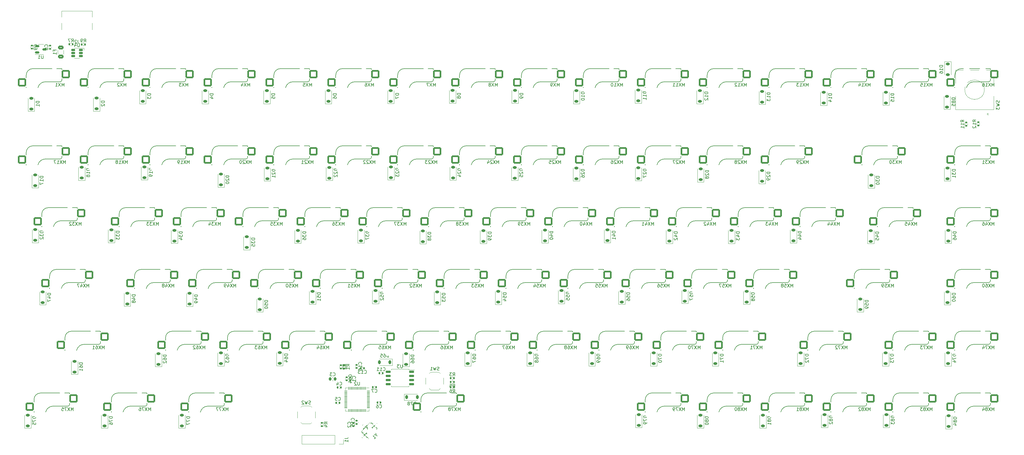
<source format=gbr>
%TF.GenerationSoftware,KiCad,Pcbnew,7.0.6*%
%TF.CreationDate,2023-09-15T11:41:25-04:00*%
%TF.ProjectId,ze-keyboard,7a652d6b-6579-4626-9f61-72642e6b6963,rev?*%
%TF.SameCoordinates,Original*%
%TF.FileFunction,Legend,Bot*%
%TF.FilePolarity,Positive*%
%FSLAX46Y46*%
G04 Gerber Fmt 4.6, Leading zero omitted, Abs format (unit mm)*
G04 Created by KiCad (PCBNEW 7.0.6) date 2023-09-15 11:41:25*
%MOMM*%
%LPD*%
G01*
G04 APERTURE LIST*
G04 Aperture macros list*
%AMRoundRect*
0 Rectangle with rounded corners*
0 $1 Rounding radius*
0 $2 $3 $4 $5 $6 $7 $8 $9 X,Y pos of 4 corners*
0 Add a 4 corners polygon primitive as box body*
4,1,4,$2,$3,$4,$5,$6,$7,$8,$9,$2,$3,0*
0 Add four circle primitives for the rounded corners*
1,1,$1+$1,$2,$3*
1,1,$1+$1,$4,$5*
1,1,$1+$1,$6,$7*
1,1,$1+$1,$8,$9*
0 Add four rect primitives between the rounded corners*
20,1,$1+$1,$2,$3,$4,$5,0*
20,1,$1+$1,$4,$5,$6,$7,0*
20,1,$1+$1,$6,$7,$8,$9,0*
20,1,$1+$1,$8,$9,$2,$3,0*%
%AMRotRect*
0 Rectangle, with rotation*
0 The origin of the aperture is its center*
0 $1 length*
0 $2 width*
0 $3 Rotation angle, in degrees counterclockwise*
0 Add horizontal line*
21,1,$1,$2,0,0,$3*%
%AMFreePoly0*
4,1,29,-1.000000,0.500000,-0.988573,0.606283,-0.938839,0.739624,-0.853553,0.853553,-0.739624,0.938839,-0.606283,0.988573,-0.500000,1.000000,0.500000,1.000000,0.606283,0.988573,0.739624,0.938839,0.853553,0.853553,0.938839,0.739624,0.988573,0.606283,1.000000,0.500000,1.000000,-0.500000,0.988573,-0.606283,0.938839,-0.739624,0.853553,-0.853553,0.739624,-0.938839,0.606283,-0.988573,
0.500000,-1.000000,-0.500000,-1.000000,-0.606283,-0.988573,-0.739624,-0.938839,-0.853553,-0.853553,-0.938839,-0.739624,-0.988573,-0.606283,-1.000000,-0.500000,-1.000000,0.500000,-1.000000,0.500000,$1*%
G04 Aperture macros list end*
%ADD10C,0.150000*%
%ADD11C,0.120000*%
%ADD12RoundRect,0.140000X0.140000X0.170000X-0.140000X0.170000X-0.140000X-0.170000X0.140000X-0.170000X0*%
%ADD13RoundRect,0.225000X0.225000X0.375000X-0.225000X0.375000X-0.225000X-0.375000X0.225000X-0.375000X0*%
%ADD14C,1.750000*%
%ADD15C,3.987800*%
%ADD16C,3.300000*%
%ADD17RoundRect,0.250000X1.025000X1.000000X-1.025000X1.000000X-1.025000X-1.000000X1.025000X-1.000000X0*%
%ADD18RoundRect,0.140000X-0.170000X0.140000X-0.170000X-0.140000X0.170000X-0.140000X0.170000X0.140000X0*%
%ADD19RoundRect,0.225000X0.375000X-0.225000X0.375000X0.225000X-0.375000X0.225000X-0.375000X-0.225000X0*%
%ADD20R,1.700000X1.000000*%
%ADD21RoundRect,0.225000X-0.225000X-0.375000X0.225000X-0.375000X0.225000X0.375000X-0.225000X0.375000X0*%
%ADD22RoundRect,0.140000X-0.140000X-0.170000X0.140000X-0.170000X0.140000X0.170000X-0.140000X0.170000X0*%
%ADD23RoundRect,0.135000X-0.185000X0.135000X-0.185000X-0.135000X0.185000X-0.135000X0.185000X0.135000X0*%
%ADD24RoundRect,0.135000X-0.135000X-0.185000X0.135000X-0.185000X0.135000X0.185000X-0.135000X0.185000X0*%
%ADD25RoundRect,0.135000X0.135000X0.185000X-0.135000X0.185000X-0.135000X-0.185000X0.135000X-0.185000X0*%
%ADD26RoundRect,0.250000X-0.625000X0.375000X-0.625000X-0.375000X0.625000X-0.375000X0.625000X0.375000X0*%
%ADD27RoundRect,0.135000X0.035355X-0.226274X0.226274X-0.035355X-0.035355X0.226274X-0.226274X0.035355X0*%
%ADD28RoundRect,0.140000X-0.219203X-0.021213X-0.021213X-0.219203X0.219203X0.021213X0.021213X0.219203X0*%
%ADD29C,0.650000*%
%ADD30R,0.600000X1.450000*%
%ADD31R,0.300000X1.450000*%
%ADD32O,1.000000X1.600000*%
%ADD33O,1.000000X2.100000*%
%ADD34RotRect,1.400000X1.200000X45.000000*%
%ADD35RoundRect,0.135000X0.185000X-0.135000X0.185000X0.135000X-0.185000X0.135000X-0.185000X-0.135000X0*%
%ADD36R,2.000000X2.000000*%
%ADD37C,2.000000*%
%ADD38FreePoly0,90.000000*%
%ADD39RoundRect,0.225000X0.225000X0.250000X-0.225000X0.250000X-0.225000X-0.250000X0.225000X-0.250000X0*%
%ADD40R,1.700000X1.700000*%
%ADD41O,1.700000X1.700000*%
%ADD42RoundRect,0.225000X-0.375000X0.225000X-0.375000X-0.225000X0.375000X-0.225000X0.375000X0.225000X0*%
%ADD43RoundRect,0.140000X0.170000X-0.140000X0.170000X0.140000X-0.170000X0.140000X-0.170000X-0.140000X0*%
%ADD44RoundRect,0.150000X0.650000X0.150000X-0.650000X0.150000X-0.650000X-0.150000X0.650000X-0.150000X0*%
%ADD45RoundRect,0.150000X-0.512500X-0.150000X0.512500X-0.150000X0.512500X0.150000X-0.512500X0.150000X0*%
%ADD46RoundRect,0.150000X0.475000X0.150000X-0.475000X0.150000X-0.475000X-0.150000X0.475000X-0.150000X0*%
%ADD47RoundRect,0.140000X0.219203X0.021213X0.021213X0.219203X-0.219203X-0.021213X-0.021213X-0.219203X0*%
%ADD48RoundRect,0.050000X0.387500X0.050000X-0.387500X0.050000X-0.387500X-0.050000X0.387500X-0.050000X0*%
%ADD49RoundRect,0.050000X0.050000X0.387500X-0.050000X0.387500X-0.050000X-0.387500X0.050000X-0.387500X0*%
%ADD50R,3.200000X3.200000*%
G04 APERTURE END LIST*
D10*
X168571666Y-138524580D02*
X168619285Y-138572200D01*
X168619285Y-138572200D02*
X168762142Y-138619819D01*
X168762142Y-138619819D02*
X168857380Y-138619819D01*
X168857380Y-138619819D02*
X169000237Y-138572200D01*
X169000237Y-138572200D02*
X169095475Y-138476961D01*
X169095475Y-138476961D02*
X169143094Y-138381723D01*
X169143094Y-138381723D02*
X169190713Y-138191247D01*
X169190713Y-138191247D02*
X169190713Y-138048390D01*
X169190713Y-138048390D02*
X169143094Y-137857914D01*
X169143094Y-137857914D02*
X169095475Y-137762676D01*
X169095475Y-137762676D02*
X169000237Y-137667438D01*
X169000237Y-137667438D02*
X168857380Y-137619819D01*
X168857380Y-137619819D02*
X168762142Y-137619819D01*
X168762142Y-137619819D02*
X168619285Y-137667438D01*
X168619285Y-137667438D02*
X168571666Y-137715057D01*
X167666904Y-137619819D02*
X168143094Y-137619819D01*
X168143094Y-137619819D02*
X168190713Y-138096009D01*
X168190713Y-138096009D02*
X168143094Y-138048390D01*
X168143094Y-138048390D02*
X168047856Y-138000771D01*
X168047856Y-138000771D02*
X167809761Y-138000771D01*
X167809761Y-138000771D02*
X167714523Y-138048390D01*
X167714523Y-138048390D02*
X167666904Y-138096009D01*
X167666904Y-138096009D02*
X167619285Y-138191247D01*
X167619285Y-138191247D02*
X167619285Y-138429342D01*
X167619285Y-138429342D02*
X167666904Y-138524580D01*
X167666904Y-138524580D02*
X167714523Y-138572200D01*
X167714523Y-138572200D02*
X167809761Y-138619819D01*
X167809761Y-138619819D02*
X168047856Y-138619819D01*
X168047856Y-138619819D02*
X168143094Y-138572200D01*
X168143094Y-138572200D02*
X168190713Y-138524580D01*
X184014285Y-125254819D02*
X184014285Y-124254819D01*
X184014285Y-124254819D02*
X183776190Y-124254819D01*
X183776190Y-124254819D02*
X183633333Y-124302438D01*
X183633333Y-124302438D02*
X183538095Y-124397676D01*
X183538095Y-124397676D02*
X183490476Y-124492914D01*
X183490476Y-124492914D02*
X183442857Y-124683390D01*
X183442857Y-124683390D02*
X183442857Y-124826247D01*
X183442857Y-124826247D02*
X183490476Y-125016723D01*
X183490476Y-125016723D02*
X183538095Y-125111961D01*
X183538095Y-125111961D02*
X183633333Y-125207200D01*
X183633333Y-125207200D02*
X183776190Y-125254819D01*
X183776190Y-125254819D02*
X184014285Y-125254819D01*
X182585714Y-124254819D02*
X182776190Y-124254819D01*
X182776190Y-124254819D02*
X182871428Y-124302438D01*
X182871428Y-124302438D02*
X182919047Y-124350057D01*
X182919047Y-124350057D02*
X183014285Y-124492914D01*
X183014285Y-124492914D02*
X183061904Y-124683390D01*
X183061904Y-124683390D02*
X183061904Y-125064342D01*
X183061904Y-125064342D02*
X183014285Y-125159580D01*
X183014285Y-125159580D02*
X182966666Y-125207200D01*
X182966666Y-125207200D02*
X182871428Y-125254819D01*
X182871428Y-125254819D02*
X182680952Y-125254819D01*
X182680952Y-125254819D02*
X182585714Y-125207200D01*
X182585714Y-125207200D02*
X182538095Y-125159580D01*
X182538095Y-125159580D02*
X182490476Y-125064342D01*
X182490476Y-125064342D02*
X182490476Y-124826247D01*
X182490476Y-124826247D02*
X182538095Y-124731009D01*
X182538095Y-124731009D02*
X182585714Y-124683390D01*
X182585714Y-124683390D02*
X182680952Y-124635771D01*
X182680952Y-124635771D02*
X182871428Y-124635771D01*
X182871428Y-124635771D02*
X182966666Y-124683390D01*
X182966666Y-124683390D02*
X183014285Y-124731009D01*
X183014285Y-124731009D02*
X183061904Y-124826247D01*
X181585714Y-124254819D02*
X182061904Y-124254819D01*
X182061904Y-124254819D02*
X182109523Y-124731009D01*
X182109523Y-124731009D02*
X182061904Y-124683390D01*
X182061904Y-124683390D02*
X181966666Y-124635771D01*
X181966666Y-124635771D02*
X181728571Y-124635771D01*
X181728571Y-124635771D02*
X181633333Y-124683390D01*
X181633333Y-124683390D02*
X181585714Y-124731009D01*
X181585714Y-124731009D02*
X181538095Y-124826247D01*
X181538095Y-124826247D02*
X181538095Y-125064342D01*
X181538095Y-125064342D02*
X181585714Y-125159580D01*
X181585714Y-125159580D02*
X181633333Y-125207200D01*
X181633333Y-125207200D02*
X181728571Y-125254819D01*
X181728571Y-125254819D02*
X181966666Y-125254819D01*
X181966666Y-125254819D02*
X182061904Y-125207200D01*
X182061904Y-125207200D02*
X182109523Y-125159580D01*
X284636904Y-84617319D02*
X284636904Y-83617319D01*
X284636904Y-83617319D02*
X284303571Y-84331604D01*
X284303571Y-84331604D02*
X283970238Y-83617319D01*
X283970238Y-83617319D02*
X283970238Y-84617319D01*
X283589285Y-83617319D02*
X282922619Y-84617319D01*
X282922619Y-83617319D02*
X283589285Y-84617319D01*
X282113095Y-83950652D02*
X282113095Y-84617319D01*
X282351190Y-83569700D02*
X282589285Y-84283985D01*
X282589285Y-84283985D02*
X281970238Y-84283985D01*
X281636904Y-83712557D02*
X281589285Y-83664938D01*
X281589285Y-83664938D02*
X281494047Y-83617319D01*
X281494047Y-83617319D02*
X281255952Y-83617319D01*
X281255952Y-83617319D02*
X281160714Y-83664938D01*
X281160714Y-83664938D02*
X281113095Y-83712557D01*
X281113095Y-83712557D02*
X281065476Y-83807795D01*
X281065476Y-83807795D02*
X281065476Y-83903033D01*
X281065476Y-83903033D02*
X281113095Y-84045890D01*
X281113095Y-84045890D02*
X281684523Y-84617319D01*
X281684523Y-84617319D02*
X281065476Y-84617319D01*
X172324580Y-145933333D02*
X172372200Y-145885714D01*
X172372200Y-145885714D02*
X172419819Y-145742857D01*
X172419819Y-145742857D02*
X172419819Y-145647619D01*
X172419819Y-145647619D02*
X172372200Y-145504762D01*
X172372200Y-145504762D02*
X172276961Y-145409524D01*
X172276961Y-145409524D02*
X172181723Y-145361905D01*
X172181723Y-145361905D02*
X171991247Y-145314286D01*
X171991247Y-145314286D02*
X171848390Y-145314286D01*
X171848390Y-145314286D02*
X171657914Y-145361905D01*
X171657914Y-145361905D02*
X171562676Y-145409524D01*
X171562676Y-145409524D02*
X171467438Y-145504762D01*
X171467438Y-145504762D02*
X171419819Y-145647619D01*
X171419819Y-145647619D02*
X171419819Y-145742857D01*
X171419819Y-145742857D02*
X171467438Y-145885714D01*
X171467438Y-145885714D02*
X171515057Y-145933333D01*
X171515057Y-146314286D02*
X171467438Y-146361905D01*
X171467438Y-146361905D02*
X171419819Y-146457143D01*
X171419819Y-146457143D02*
X171419819Y-146695238D01*
X171419819Y-146695238D02*
X171467438Y-146790476D01*
X171467438Y-146790476D02*
X171515057Y-146838095D01*
X171515057Y-146838095D02*
X171610295Y-146885714D01*
X171610295Y-146885714D02*
X171705533Y-146885714D01*
X171705533Y-146885714D02*
X171848390Y-146838095D01*
X171848390Y-146838095D02*
X172419819Y-146266667D01*
X172419819Y-146266667D02*
X172419819Y-146885714D01*
X277654819Y-105135714D02*
X276654819Y-105135714D01*
X276654819Y-105135714D02*
X276654819Y-105373809D01*
X276654819Y-105373809D02*
X276702438Y-105516666D01*
X276702438Y-105516666D02*
X276797676Y-105611904D01*
X276797676Y-105611904D02*
X276892914Y-105659523D01*
X276892914Y-105659523D02*
X277083390Y-105707142D01*
X277083390Y-105707142D02*
X277226247Y-105707142D01*
X277226247Y-105707142D02*
X277416723Y-105659523D01*
X277416723Y-105659523D02*
X277511961Y-105611904D01*
X277511961Y-105611904D02*
X277607200Y-105516666D01*
X277607200Y-105516666D02*
X277654819Y-105373809D01*
X277654819Y-105373809D02*
X277654819Y-105135714D01*
X276654819Y-106611904D02*
X276654819Y-106135714D01*
X276654819Y-106135714D02*
X277131009Y-106088095D01*
X277131009Y-106088095D02*
X277083390Y-106135714D01*
X277083390Y-106135714D02*
X277035771Y-106230952D01*
X277035771Y-106230952D02*
X277035771Y-106469047D01*
X277035771Y-106469047D02*
X277083390Y-106564285D01*
X277083390Y-106564285D02*
X277131009Y-106611904D01*
X277131009Y-106611904D02*
X277226247Y-106659523D01*
X277226247Y-106659523D02*
X277464342Y-106659523D01*
X277464342Y-106659523D02*
X277559580Y-106611904D01*
X277559580Y-106611904D02*
X277607200Y-106564285D01*
X277607200Y-106564285D02*
X277654819Y-106469047D01*
X277654819Y-106469047D02*
X277654819Y-106230952D01*
X277654819Y-106230952D02*
X277607200Y-106135714D01*
X277607200Y-106135714D02*
X277559580Y-106088095D01*
X276654819Y-106992857D02*
X276654819Y-107659523D01*
X276654819Y-107659523D02*
X277654819Y-107230952D01*
X101154819Y-86435714D02*
X100154819Y-86435714D01*
X100154819Y-86435714D02*
X100154819Y-86673809D01*
X100154819Y-86673809D02*
X100202438Y-86816666D01*
X100202438Y-86816666D02*
X100297676Y-86911904D01*
X100297676Y-86911904D02*
X100392914Y-86959523D01*
X100392914Y-86959523D02*
X100583390Y-87007142D01*
X100583390Y-87007142D02*
X100726247Y-87007142D01*
X100726247Y-87007142D02*
X100916723Y-86959523D01*
X100916723Y-86959523D02*
X101011961Y-86911904D01*
X101011961Y-86911904D02*
X101107200Y-86816666D01*
X101107200Y-86816666D02*
X101154819Y-86673809D01*
X101154819Y-86673809D02*
X101154819Y-86435714D01*
X100154819Y-87340476D02*
X100154819Y-87959523D01*
X100154819Y-87959523D02*
X100535771Y-87626190D01*
X100535771Y-87626190D02*
X100535771Y-87769047D01*
X100535771Y-87769047D02*
X100583390Y-87864285D01*
X100583390Y-87864285D02*
X100631009Y-87911904D01*
X100631009Y-87911904D02*
X100726247Y-87959523D01*
X100726247Y-87959523D02*
X100964342Y-87959523D01*
X100964342Y-87959523D02*
X101059580Y-87911904D01*
X101059580Y-87911904D02*
X101107200Y-87864285D01*
X101107200Y-87864285D02*
X101154819Y-87769047D01*
X101154819Y-87769047D02*
X101154819Y-87483333D01*
X101154819Y-87483333D02*
X101107200Y-87388095D01*
X101107200Y-87388095D02*
X101059580Y-87340476D01*
X100154819Y-88292857D02*
X100154819Y-88911904D01*
X100154819Y-88911904D02*
X100535771Y-88578571D01*
X100535771Y-88578571D02*
X100535771Y-88721428D01*
X100535771Y-88721428D02*
X100583390Y-88816666D01*
X100583390Y-88816666D02*
X100631009Y-88864285D01*
X100631009Y-88864285D02*
X100726247Y-88911904D01*
X100726247Y-88911904D02*
X100964342Y-88911904D01*
X100964342Y-88911904D02*
X101059580Y-88864285D01*
X101059580Y-88864285D02*
X101107200Y-88816666D01*
X101107200Y-88816666D02*
X101154819Y-88721428D01*
X101154819Y-88721428D02*
X101154819Y-88435714D01*
X101154819Y-88435714D02*
X101107200Y-88340476D01*
X101107200Y-88340476D02*
X101059580Y-88292857D01*
X141761904Y-65567319D02*
X141761904Y-64567319D01*
X141761904Y-64567319D02*
X141428571Y-65281604D01*
X141428571Y-65281604D02*
X141095238Y-64567319D01*
X141095238Y-64567319D02*
X141095238Y-65567319D01*
X140714285Y-64567319D02*
X140047619Y-65567319D01*
X140047619Y-64567319D02*
X140714285Y-65567319D01*
X139714285Y-64662557D02*
X139666666Y-64614938D01*
X139666666Y-64614938D02*
X139571428Y-64567319D01*
X139571428Y-64567319D02*
X139333333Y-64567319D01*
X139333333Y-64567319D02*
X139238095Y-64614938D01*
X139238095Y-64614938D02*
X139190476Y-64662557D01*
X139190476Y-64662557D02*
X139142857Y-64757795D01*
X139142857Y-64757795D02*
X139142857Y-64853033D01*
X139142857Y-64853033D02*
X139190476Y-64995890D01*
X139190476Y-64995890D02*
X139761904Y-65567319D01*
X139761904Y-65567319D02*
X139142857Y-65567319D01*
X138523809Y-64567319D02*
X138428571Y-64567319D01*
X138428571Y-64567319D02*
X138333333Y-64614938D01*
X138333333Y-64614938D02*
X138285714Y-64662557D01*
X138285714Y-64662557D02*
X138238095Y-64757795D01*
X138238095Y-64757795D02*
X138190476Y-64948271D01*
X138190476Y-64948271D02*
X138190476Y-65186366D01*
X138190476Y-65186366D02*
X138238095Y-65376842D01*
X138238095Y-65376842D02*
X138285714Y-65472080D01*
X138285714Y-65472080D02*
X138333333Y-65519700D01*
X138333333Y-65519700D02*
X138428571Y-65567319D01*
X138428571Y-65567319D02*
X138523809Y-65567319D01*
X138523809Y-65567319D02*
X138619047Y-65519700D01*
X138619047Y-65519700D02*
X138666666Y-65472080D01*
X138666666Y-65472080D02*
X138714285Y-65376842D01*
X138714285Y-65376842D02*
X138761904Y-65186366D01*
X138761904Y-65186366D02*
X138761904Y-64948271D01*
X138761904Y-64948271D02*
X138714285Y-64757795D01*
X138714285Y-64757795D02*
X138666666Y-64662557D01*
X138666666Y-64662557D02*
X138619047Y-64614938D01*
X138619047Y-64614938D02*
X138523809Y-64567319D01*
X175099404Y-103667319D02*
X175099404Y-102667319D01*
X175099404Y-102667319D02*
X174766071Y-103381604D01*
X174766071Y-103381604D02*
X174432738Y-102667319D01*
X174432738Y-102667319D02*
X174432738Y-103667319D01*
X174051785Y-102667319D02*
X173385119Y-103667319D01*
X173385119Y-102667319D02*
X174051785Y-103667319D01*
X172527976Y-102667319D02*
X173004166Y-102667319D01*
X173004166Y-102667319D02*
X173051785Y-103143509D01*
X173051785Y-103143509D02*
X173004166Y-103095890D01*
X173004166Y-103095890D02*
X172908928Y-103048271D01*
X172908928Y-103048271D02*
X172670833Y-103048271D01*
X172670833Y-103048271D02*
X172575595Y-103095890D01*
X172575595Y-103095890D02*
X172527976Y-103143509D01*
X172527976Y-103143509D02*
X172480357Y-103238747D01*
X172480357Y-103238747D02*
X172480357Y-103476842D01*
X172480357Y-103476842D02*
X172527976Y-103572080D01*
X172527976Y-103572080D02*
X172575595Y-103619700D01*
X172575595Y-103619700D02*
X172670833Y-103667319D01*
X172670833Y-103667319D02*
X172908928Y-103667319D01*
X172908928Y-103667319D02*
X173004166Y-103619700D01*
X173004166Y-103619700D02*
X173051785Y-103572080D01*
X171527976Y-103667319D02*
X172099404Y-103667319D01*
X171813690Y-103667319D02*
X171813690Y-102667319D01*
X171813690Y-102667319D02*
X171908928Y-102810176D01*
X171908928Y-102810176D02*
X172004166Y-102905414D01*
X172004166Y-102905414D02*
X172099404Y-102953033D01*
X199533332Y-129257200D02*
X199390475Y-129304819D01*
X199390475Y-129304819D02*
X199152380Y-129304819D01*
X199152380Y-129304819D02*
X199057142Y-129257200D01*
X199057142Y-129257200D02*
X199009523Y-129209580D01*
X199009523Y-129209580D02*
X198961904Y-129114342D01*
X198961904Y-129114342D02*
X198961904Y-129019104D01*
X198961904Y-129019104D02*
X199009523Y-128923866D01*
X199009523Y-128923866D02*
X199057142Y-128876247D01*
X199057142Y-128876247D02*
X199152380Y-128828628D01*
X199152380Y-128828628D02*
X199342856Y-128781009D01*
X199342856Y-128781009D02*
X199438094Y-128733390D01*
X199438094Y-128733390D02*
X199485713Y-128685771D01*
X199485713Y-128685771D02*
X199533332Y-128590533D01*
X199533332Y-128590533D02*
X199533332Y-128495295D01*
X199533332Y-128495295D02*
X199485713Y-128400057D01*
X199485713Y-128400057D02*
X199438094Y-128352438D01*
X199438094Y-128352438D02*
X199342856Y-128304819D01*
X199342856Y-128304819D02*
X199104761Y-128304819D01*
X199104761Y-128304819D02*
X198961904Y-128352438D01*
X198628570Y-128304819D02*
X198390475Y-129304819D01*
X198390475Y-129304819D02*
X198199999Y-128590533D01*
X198199999Y-128590533D02*
X198009523Y-129304819D01*
X198009523Y-129304819D02*
X197771428Y-128304819D01*
X196866666Y-129304819D02*
X197438094Y-129304819D01*
X197152380Y-129304819D02*
X197152380Y-128304819D01*
X197152380Y-128304819D02*
X197247618Y-128447676D01*
X197247618Y-128447676D02*
X197342856Y-128542914D01*
X197342856Y-128542914D02*
X197438094Y-128590533D01*
X358854819Y-143785714D02*
X357854819Y-143785714D01*
X357854819Y-143785714D02*
X357854819Y-144023809D01*
X357854819Y-144023809D02*
X357902438Y-144166666D01*
X357902438Y-144166666D02*
X357997676Y-144261904D01*
X357997676Y-144261904D02*
X358092914Y-144309523D01*
X358092914Y-144309523D02*
X358283390Y-144357142D01*
X358283390Y-144357142D02*
X358426247Y-144357142D01*
X358426247Y-144357142D02*
X358616723Y-144309523D01*
X358616723Y-144309523D02*
X358711961Y-144261904D01*
X358711961Y-144261904D02*
X358807200Y-144166666D01*
X358807200Y-144166666D02*
X358854819Y-144023809D01*
X358854819Y-144023809D02*
X358854819Y-143785714D01*
X358283390Y-144928571D02*
X358235771Y-144833333D01*
X358235771Y-144833333D02*
X358188152Y-144785714D01*
X358188152Y-144785714D02*
X358092914Y-144738095D01*
X358092914Y-144738095D02*
X358045295Y-144738095D01*
X358045295Y-144738095D02*
X357950057Y-144785714D01*
X357950057Y-144785714D02*
X357902438Y-144833333D01*
X357902438Y-144833333D02*
X357854819Y-144928571D01*
X357854819Y-144928571D02*
X357854819Y-145119047D01*
X357854819Y-145119047D02*
X357902438Y-145214285D01*
X357902438Y-145214285D02*
X357950057Y-145261904D01*
X357950057Y-145261904D02*
X358045295Y-145309523D01*
X358045295Y-145309523D02*
X358092914Y-145309523D01*
X358092914Y-145309523D02*
X358188152Y-145261904D01*
X358188152Y-145261904D02*
X358235771Y-145214285D01*
X358235771Y-145214285D02*
X358283390Y-145119047D01*
X358283390Y-145119047D02*
X358283390Y-144928571D01*
X358283390Y-144928571D02*
X358331009Y-144833333D01*
X358331009Y-144833333D02*
X358378628Y-144785714D01*
X358378628Y-144785714D02*
X358473866Y-144738095D01*
X358473866Y-144738095D02*
X358664342Y-144738095D01*
X358664342Y-144738095D02*
X358759580Y-144785714D01*
X358759580Y-144785714D02*
X358807200Y-144833333D01*
X358807200Y-144833333D02*
X358854819Y-144928571D01*
X358854819Y-144928571D02*
X358854819Y-145119047D01*
X358854819Y-145119047D02*
X358807200Y-145214285D01*
X358807200Y-145214285D02*
X358759580Y-145261904D01*
X358759580Y-145261904D02*
X358664342Y-145309523D01*
X358664342Y-145309523D02*
X358473866Y-145309523D01*
X358473866Y-145309523D02*
X358378628Y-145261904D01*
X358378628Y-145261904D02*
X358331009Y-145214285D01*
X358331009Y-145214285D02*
X358283390Y-145119047D01*
X358188152Y-146166666D02*
X358854819Y-146166666D01*
X357807200Y-145928571D02*
X358521485Y-145690476D01*
X358521485Y-145690476D02*
X358521485Y-146309523D01*
X189386904Y-84617319D02*
X189386904Y-83617319D01*
X189386904Y-83617319D02*
X189053571Y-84331604D01*
X189053571Y-84331604D02*
X188720238Y-83617319D01*
X188720238Y-83617319D02*
X188720238Y-84617319D01*
X188339285Y-83617319D02*
X187672619Y-84617319D01*
X187672619Y-83617319D02*
X188339285Y-84617319D01*
X187386904Y-83617319D02*
X186767857Y-83617319D01*
X186767857Y-83617319D02*
X187101190Y-83998271D01*
X187101190Y-83998271D02*
X186958333Y-83998271D01*
X186958333Y-83998271D02*
X186863095Y-84045890D01*
X186863095Y-84045890D02*
X186815476Y-84093509D01*
X186815476Y-84093509D02*
X186767857Y-84188747D01*
X186767857Y-84188747D02*
X186767857Y-84426842D01*
X186767857Y-84426842D02*
X186815476Y-84522080D01*
X186815476Y-84522080D02*
X186863095Y-84569700D01*
X186863095Y-84569700D02*
X186958333Y-84617319D01*
X186958333Y-84617319D02*
X187244047Y-84617319D01*
X187244047Y-84617319D02*
X187339285Y-84569700D01*
X187339285Y-84569700D02*
X187386904Y-84522080D01*
X186434523Y-83617319D02*
X185767857Y-83617319D01*
X185767857Y-83617319D02*
X186196428Y-84617319D01*
X272904819Y-86635714D02*
X271904819Y-86635714D01*
X271904819Y-86635714D02*
X271904819Y-86873809D01*
X271904819Y-86873809D02*
X271952438Y-87016666D01*
X271952438Y-87016666D02*
X272047676Y-87111904D01*
X272047676Y-87111904D02*
X272142914Y-87159523D01*
X272142914Y-87159523D02*
X272333390Y-87207142D01*
X272333390Y-87207142D02*
X272476247Y-87207142D01*
X272476247Y-87207142D02*
X272666723Y-87159523D01*
X272666723Y-87159523D02*
X272761961Y-87111904D01*
X272761961Y-87111904D02*
X272857200Y-87016666D01*
X272857200Y-87016666D02*
X272904819Y-86873809D01*
X272904819Y-86873809D02*
X272904819Y-86635714D01*
X272238152Y-88064285D02*
X272904819Y-88064285D01*
X271857200Y-87826190D02*
X272571485Y-87588095D01*
X272571485Y-87588095D02*
X272571485Y-88207142D01*
X272000057Y-88540476D02*
X271952438Y-88588095D01*
X271952438Y-88588095D02*
X271904819Y-88683333D01*
X271904819Y-88683333D02*
X271904819Y-88921428D01*
X271904819Y-88921428D02*
X271952438Y-89016666D01*
X271952438Y-89016666D02*
X272000057Y-89064285D01*
X272000057Y-89064285D02*
X272095295Y-89111904D01*
X272095295Y-89111904D02*
X272190533Y-89111904D01*
X272190533Y-89111904D02*
X272333390Y-89064285D01*
X272333390Y-89064285D02*
X272904819Y-88492857D01*
X272904819Y-88492857D02*
X272904819Y-89111904D01*
X339454819Y-124385714D02*
X338454819Y-124385714D01*
X338454819Y-124385714D02*
X338454819Y-124623809D01*
X338454819Y-124623809D02*
X338502438Y-124766666D01*
X338502438Y-124766666D02*
X338597676Y-124861904D01*
X338597676Y-124861904D02*
X338692914Y-124909523D01*
X338692914Y-124909523D02*
X338883390Y-124957142D01*
X338883390Y-124957142D02*
X339026247Y-124957142D01*
X339026247Y-124957142D02*
X339216723Y-124909523D01*
X339216723Y-124909523D02*
X339311961Y-124861904D01*
X339311961Y-124861904D02*
X339407200Y-124766666D01*
X339407200Y-124766666D02*
X339454819Y-124623809D01*
X339454819Y-124623809D02*
X339454819Y-124385714D01*
X338454819Y-125290476D02*
X338454819Y-125957142D01*
X338454819Y-125957142D02*
X339454819Y-125528571D01*
X338454819Y-126242857D02*
X338454819Y-126861904D01*
X338454819Y-126861904D02*
X338835771Y-126528571D01*
X338835771Y-126528571D02*
X338835771Y-126671428D01*
X338835771Y-126671428D02*
X338883390Y-126766666D01*
X338883390Y-126766666D02*
X338931009Y-126814285D01*
X338931009Y-126814285D02*
X339026247Y-126861904D01*
X339026247Y-126861904D02*
X339264342Y-126861904D01*
X339264342Y-126861904D02*
X339359580Y-126814285D01*
X339359580Y-126814285D02*
X339407200Y-126766666D01*
X339407200Y-126766666D02*
X339454819Y-126671428D01*
X339454819Y-126671428D02*
X339454819Y-126385714D01*
X339454819Y-126385714D02*
X339407200Y-126290476D01*
X339407200Y-126290476D02*
X339359580Y-126242857D01*
X332261904Y-41754819D02*
X332261904Y-40754819D01*
X332261904Y-40754819D02*
X331928571Y-41469104D01*
X331928571Y-41469104D02*
X331595238Y-40754819D01*
X331595238Y-40754819D02*
X331595238Y-41754819D01*
X331214285Y-40754819D02*
X330547619Y-41754819D01*
X330547619Y-40754819D02*
X331214285Y-41754819D01*
X329642857Y-41754819D02*
X330214285Y-41754819D01*
X329928571Y-41754819D02*
X329928571Y-40754819D01*
X329928571Y-40754819D02*
X330023809Y-40897676D01*
X330023809Y-40897676D02*
X330119047Y-40992914D01*
X330119047Y-40992914D02*
X330214285Y-41040533D01*
X328785714Y-41088152D02*
X328785714Y-41754819D01*
X329023809Y-40707200D02*
X329261904Y-41421485D01*
X329261904Y-41421485D02*
X328642857Y-41421485D01*
X192414285Y-140054819D02*
X192414285Y-139054819D01*
X192414285Y-139054819D02*
X192176190Y-139054819D01*
X192176190Y-139054819D02*
X192033333Y-139102438D01*
X192033333Y-139102438D02*
X191938095Y-139197676D01*
X191938095Y-139197676D02*
X191890476Y-139292914D01*
X191890476Y-139292914D02*
X191842857Y-139483390D01*
X191842857Y-139483390D02*
X191842857Y-139626247D01*
X191842857Y-139626247D02*
X191890476Y-139816723D01*
X191890476Y-139816723D02*
X191938095Y-139911961D01*
X191938095Y-139911961D02*
X192033333Y-140007200D01*
X192033333Y-140007200D02*
X192176190Y-140054819D01*
X192176190Y-140054819D02*
X192414285Y-140054819D01*
X191509523Y-139054819D02*
X190842857Y-139054819D01*
X190842857Y-139054819D02*
X191271428Y-140054819D01*
X190319047Y-139483390D02*
X190414285Y-139435771D01*
X190414285Y-139435771D02*
X190461904Y-139388152D01*
X190461904Y-139388152D02*
X190509523Y-139292914D01*
X190509523Y-139292914D02*
X190509523Y-139245295D01*
X190509523Y-139245295D02*
X190461904Y-139150057D01*
X190461904Y-139150057D02*
X190414285Y-139102438D01*
X190414285Y-139102438D02*
X190319047Y-139054819D01*
X190319047Y-139054819D02*
X190128571Y-139054819D01*
X190128571Y-139054819D02*
X190033333Y-139102438D01*
X190033333Y-139102438D02*
X189985714Y-139150057D01*
X189985714Y-139150057D02*
X189938095Y-139245295D01*
X189938095Y-139245295D02*
X189938095Y-139292914D01*
X189938095Y-139292914D02*
X189985714Y-139388152D01*
X189985714Y-139388152D02*
X190033333Y-139435771D01*
X190033333Y-139435771D02*
X190128571Y-139483390D01*
X190128571Y-139483390D02*
X190319047Y-139483390D01*
X190319047Y-139483390D02*
X190414285Y-139531009D01*
X190414285Y-139531009D02*
X190461904Y-139578628D01*
X190461904Y-139578628D02*
X190509523Y-139673866D01*
X190509523Y-139673866D02*
X190509523Y-139864342D01*
X190509523Y-139864342D02*
X190461904Y-139959580D01*
X190461904Y-139959580D02*
X190414285Y-140007200D01*
X190414285Y-140007200D02*
X190319047Y-140054819D01*
X190319047Y-140054819D02*
X190128571Y-140054819D01*
X190128571Y-140054819D02*
X190033333Y-140007200D01*
X190033333Y-140007200D02*
X189985714Y-139959580D01*
X189985714Y-139959580D02*
X189938095Y-139864342D01*
X189938095Y-139864342D02*
X189938095Y-139673866D01*
X189938095Y-139673866D02*
X189985714Y-139578628D01*
X189985714Y-139578628D02*
X190033333Y-139531009D01*
X190033333Y-139531009D02*
X190128571Y-139483390D01*
X322736904Y-84617319D02*
X322736904Y-83617319D01*
X322736904Y-83617319D02*
X322403571Y-84331604D01*
X322403571Y-84331604D02*
X322070238Y-83617319D01*
X322070238Y-83617319D02*
X322070238Y-84617319D01*
X321689285Y-83617319D02*
X321022619Y-84617319D01*
X321022619Y-83617319D02*
X321689285Y-84617319D01*
X320213095Y-83950652D02*
X320213095Y-84617319D01*
X320451190Y-83569700D02*
X320689285Y-84283985D01*
X320689285Y-84283985D02*
X320070238Y-84283985D01*
X319260714Y-83950652D02*
X319260714Y-84617319D01*
X319498809Y-83569700D02*
X319736904Y-84283985D01*
X319736904Y-84283985D02*
X319117857Y-84283985D01*
X258254819Y-105385714D02*
X257254819Y-105385714D01*
X257254819Y-105385714D02*
X257254819Y-105623809D01*
X257254819Y-105623809D02*
X257302438Y-105766666D01*
X257302438Y-105766666D02*
X257397676Y-105861904D01*
X257397676Y-105861904D02*
X257492914Y-105909523D01*
X257492914Y-105909523D02*
X257683390Y-105957142D01*
X257683390Y-105957142D02*
X257826247Y-105957142D01*
X257826247Y-105957142D02*
X258016723Y-105909523D01*
X258016723Y-105909523D02*
X258111961Y-105861904D01*
X258111961Y-105861904D02*
X258207200Y-105766666D01*
X258207200Y-105766666D02*
X258254819Y-105623809D01*
X258254819Y-105623809D02*
X258254819Y-105385714D01*
X257254819Y-106861904D02*
X257254819Y-106385714D01*
X257254819Y-106385714D02*
X257731009Y-106338095D01*
X257731009Y-106338095D02*
X257683390Y-106385714D01*
X257683390Y-106385714D02*
X257635771Y-106480952D01*
X257635771Y-106480952D02*
X257635771Y-106719047D01*
X257635771Y-106719047D02*
X257683390Y-106814285D01*
X257683390Y-106814285D02*
X257731009Y-106861904D01*
X257731009Y-106861904D02*
X257826247Y-106909523D01*
X257826247Y-106909523D02*
X258064342Y-106909523D01*
X258064342Y-106909523D02*
X258159580Y-106861904D01*
X258159580Y-106861904D02*
X258207200Y-106814285D01*
X258207200Y-106814285D02*
X258254819Y-106719047D01*
X258254819Y-106719047D02*
X258254819Y-106480952D01*
X258254819Y-106480952D02*
X258207200Y-106385714D01*
X258207200Y-106385714D02*
X258159580Y-106338095D01*
X257254819Y-107766666D02*
X257254819Y-107576190D01*
X257254819Y-107576190D02*
X257302438Y-107480952D01*
X257302438Y-107480952D02*
X257350057Y-107433333D01*
X257350057Y-107433333D02*
X257492914Y-107338095D01*
X257492914Y-107338095D02*
X257683390Y-107290476D01*
X257683390Y-107290476D02*
X258064342Y-107290476D01*
X258064342Y-107290476D02*
X258159580Y-107338095D01*
X258159580Y-107338095D02*
X258207200Y-107385714D01*
X258207200Y-107385714D02*
X258254819Y-107480952D01*
X258254819Y-107480952D02*
X258254819Y-107671428D01*
X258254819Y-107671428D02*
X258207200Y-107766666D01*
X258207200Y-107766666D02*
X258159580Y-107814285D01*
X258159580Y-107814285D02*
X258064342Y-107861904D01*
X258064342Y-107861904D02*
X257826247Y-107861904D01*
X257826247Y-107861904D02*
X257731009Y-107814285D01*
X257731009Y-107814285D02*
X257683390Y-107766666D01*
X257683390Y-107766666D02*
X257635771Y-107671428D01*
X257635771Y-107671428D02*
X257635771Y-107480952D01*
X257635771Y-107480952D02*
X257683390Y-107385714D01*
X257683390Y-107385714D02*
X257731009Y-107338095D01*
X257731009Y-107338095D02*
X257826247Y-107290476D01*
X151286904Y-84617319D02*
X151286904Y-83617319D01*
X151286904Y-83617319D02*
X150953571Y-84331604D01*
X150953571Y-84331604D02*
X150620238Y-83617319D01*
X150620238Y-83617319D02*
X150620238Y-84617319D01*
X150239285Y-83617319D02*
X149572619Y-84617319D01*
X149572619Y-83617319D02*
X150239285Y-84617319D01*
X149286904Y-83617319D02*
X148667857Y-83617319D01*
X148667857Y-83617319D02*
X149001190Y-83998271D01*
X149001190Y-83998271D02*
X148858333Y-83998271D01*
X148858333Y-83998271D02*
X148763095Y-84045890D01*
X148763095Y-84045890D02*
X148715476Y-84093509D01*
X148715476Y-84093509D02*
X148667857Y-84188747D01*
X148667857Y-84188747D02*
X148667857Y-84426842D01*
X148667857Y-84426842D02*
X148715476Y-84522080D01*
X148715476Y-84522080D02*
X148763095Y-84569700D01*
X148763095Y-84569700D02*
X148858333Y-84617319D01*
X148858333Y-84617319D02*
X149144047Y-84617319D01*
X149144047Y-84617319D02*
X149239285Y-84569700D01*
X149239285Y-84569700D02*
X149286904Y-84522080D01*
X147763095Y-83617319D02*
X148239285Y-83617319D01*
X148239285Y-83617319D02*
X148286904Y-84093509D01*
X148286904Y-84093509D02*
X148239285Y-84045890D01*
X148239285Y-84045890D02*
X148144047Y-83998271D01*
X148144047Y-83998271D02*
X147905952Y-83998271D01*
X147905952Y-83998271D02*
X147810714Y-84045890D01*
X147810714Y-84045890D02*
X147763095Y-84093509D01*
X147763095Y-84093509D02*
X147715476Y-84188747D01*
X147715476Y-84188747D02*
X147715476Y-84426842D01*
X147715476Y-84426842D02*
X147763095Y-84522080D01*
X147763095Y-84522080D02*
X147810714Y-84569700D01*
X147810714Y-84569700D02*
X147905952Y-84617319D01*
X147905952Y-84617319D02*
X148144047Y-84617319D01*
X148144047Y-84617319D02*
X148239285Y-84569700D01*
X148239285Y-84569700D02*
X148286904Y-84522080D01*
X294161904Y-141767319D02*
X294161904Y-140767319D01*
X294161904Y-140767319D02*
X293828571Y-141481604D01*
X293828571Y-141481604D02*
X293495238Y-140767319D01*
X293495238Y-140767319D02*
X293495238Y-141767319D01*
X293114285Y-140767319D02*
X292447619Y-141767319D01*
X292447619Y-140767319D02*
X293114285Y-141767319D01*
X291923809Y-141195890D02*
X292019047Y-141148271D01*
X292019047Y-141148271D02*
X292066666Y-141100652D01*
X292066666Y-141100652D02*
X292114285Y-141005414D01*
X292114285Y-141005414D02*
X292114285Y-140957795D01*
X292114285Y-140957795D02*
X292066666Y-140862557D01*
X292066666Y-140862557D02*
X292019047Y-140814938D01*
X292019047Y-140814938D02*
X291923809Y-140767319D01*
X291923809Y-140767319D02*
X291733333Y-140767319D01*
X291733333Y-140767319D02*
X291638095Y-140814938D01*
X291638095Y-140814938D02*
X291590476Y-140862557D01*
X291590476Y-140862557D02*
X291542857Y-140957795D01*
X291542857Y-140957795D02*
X291542857Y-141005414D01*
X291542857Y-141005414D02*
X291590476Y-141100652D01*
X291590476Y-141100652D02*
X291638095Y-141148271D01*
X291638095Y-141148271D02*
X291733333Y-141195890D01*
X291733333Y-141195890D02*
X291923809Y-141195890D01*
X291923809Y-141195890D02*
X292019047Y-141243509D01*
X292019047Y-141243509D02*
X292066666Y-141291128D01*
X292066666Y-141291128D02*
X292114285Y-141386366D01*
X292114285Y-141386366D02*
X292114285Y-141576842D01*
X292114285Y-141576842D02*
X292066666Y-141672080D01*
X292066666Y-141672080D02*
X292019047Y-141719700D01*
X292019047Y-141719700D02*
X291923809Y-141767319D01*
X291923809Y-141767319D02*
X291733333Y-141767319D01*
X291733333Y-141767319D02*
X291638095Y-141719700D01*
X291638095Y-141719700D02*
X291590476Y-141672080D01*
X291590476Y-141672080D02*
X291542857Y-141576842D01*
X291542857Y-141576842D02*
X291542857Y-141386366D01*
X291542857Y-141386366D02*
X291590476Y-141291128D01*
X291590476Y-141291128D02*
X291638095Y-141243509D01*
X291638095Y-141243509D02*
X291733333Y-141195890D01*
X290923809Y-140767319D02*
X290828571Y-140767319D01*
X290828571Y-140767319D02*
X290733333Y-140814938D01*
X290733333Y-140814938D02*
X290685714Y-140862557D01*
X290685714Y-140862557D02*
X290638095Y-140957795D01*
X290638095Y-140957795D02*
X290590476Y-141148271D01*
X290590476Y-141148271D02*
X290590476Y-141386366D01*
X290590476Y-141386366D02*
X290638095Y-141576842D01*
X290638095Y-141576842D02*
X290685714Y-141672080D01*
X290685714Y-141672080D02*
X290733333Y-141719700D01*
X290733333Y-141719700D02*
X290828571Y-141767319D01*
X290828571Y-141767319D02*
X290923809Y-141767319D01*
X290923809Y-141767319D02*
X291019047Y-141719700D01*
X291019047Y-141719700D02*
X291066666Y-141672080D01*
X291066666Y-141672080D02*
X291114285Y-141576842D01*
X291114285Y-141576842D02*
X291161904Y-141386366D01*
X291161904Y-141386366D02*
X291161904Y-141148271D01*
X291161904Y-141148271D02*
X291114285Y-140957795D01*
X291114285Y-140957795D02*
X291066666Y-140862557D01*
X291066666Y-140862557D02*
X291019047Y-140814938D01*
X291019047Y-140814938D02*
X290923809Y-140767319D01*
X176582857Y-130209580D02*
X176630476Y-130257200D01*
X176630476Y-130257200D02*
X176773333Y-130304819D01*
X176773333Y-130304819D02*
X176868571Y-130304819D01*
X176868571Y-130304819D02*
X177011428Y-130257200D01*
X177011428Y-130257200D02*
X177106666Y-130161961D01*
X177106666Y-130161961D02*
X177154285Y-130066723D01*
X177154285Y-130066723D02*
X177201904Y-129876247D01*
X177201904Y-129876247D02*
X177201904Y-129733390D01*
X177201904Y-129733390D02*
X177154285Y-129542914D01*
X177154285Y-129542914D02*
X177106666Y-129447676D01*
X177106666Y-129447676D02*
X177011428Y-129352438D01*
X177011428Y-129352438D02*
X176868571Y-129304819D01*
X176868571Y-129304819D02*
X176773333Y-129304819D01*
X176773333Y-129304819D02*
X176630476Y-129352438D01*
X176630476Y-129352438D02*
X176582857Y-129400057D01*
X175630476Y-130304819D02*
X176201904Y-130304819D01*
X175916190Y-130304819D02*
X175916190Y-129304819D01*
X175916190Y-129304819D02*
X176011428Y-129447676D01*
X176011428Y-129447676D02*
X176106666Y-129542914D01*
X176106666Y-129542914D02*
X176201904Y-129590533D01*
X175297142Y-129304819D02*
X174678095Y-129304819D01*
X174678095Y-129304819D02*
X175011428Y-129685771D01*
X175011428Y-129685771D02*
X174868571Y-129685771D01*
X174868571Y-129685771D02*
X174773333Y-129733390D01*
X174773333Y-129733390D02*
X174725714Y-129781009D01*
X174725714Y-129781009D02*
X174678095Y-129876247D01*
X174678095Y-129876247D02*
X174678095Y-130114342D01*
X174678095Y-130114342D02*
X174725714Y-130209580D01*
X174725714Y-130209580D02*
X174773333Y-130257200D01*
X174773333Y-130257200D02*
X174868571Y-130304819D01*
X174868571Y-130304819D02*
X175154285Y-130304819D01*
X175154285Y-130304819D02*
X175249523Y-130257200D01*
X175249523Y-130257200D02*
X175297142Y-130209580D01*
X225304819Y-67205714D02*
X224304819Y-67205714D01*
X224304819Y-67205714D02*
X224304819Y-67443809D01*
X224304819Y-67443809D02*
X224352438Y-67586666D01*
X224352438Y-67586666D02*
X224447676Y-67681904D01*
X224447676Y-67681904D02*
X224542914Y-67729523D01*
X224542914Y-67729523D02*
X224733390Y-67777142D01*
X224733390Y-67777142D02*
X224876247Y-67777142D01*
X224876247Y-67777142D02*
X225066723Y-67729523D01*
X225066723Y-67729523D02*
X225161961Y-67681904D01*
X225161961Y-67681904D02*
X225257200Y-67586666D01*
X225257200Y-67586666D02*
X225304819Y-67443809D01*
X225304819Y-67443809D02*
X225304819Y-67205714D01*
X224400057Y-68158095D02*
X224352438Y-68205714D01*
X224352438Y-68205714D02*
X224304819Y-68300952D01*
X224304819Y-68300952D02*
X224304819Y-68539047D01*
X224304819Y-68539047D02*
X224352438Y-68634285D01*
X224352438Y-68634285D02*
X224400057Y-68681904D01*
X224400057Y-68681904D02*
X224495295Y-68729523D01*
X224495295Y-68729523D02*
X224590533Y-68729523D01*
X224590533Y-68729523D02*
X224733390Y-68681904D01*
X224733390Y-68681904D02*
X225304819Y-68110476D01*
X225304819Y-68110476D02*
X225304819Y-68729523D01*
X224304819Y-69634285D02*
X224304819Y-69158095D01*
X224304819Y-69158095D02*
X224781009Y-69110476D01*
X224781009Y-69110476D02*
X224733390Y-69158095D01*
X224733390Y-69158095D02*
X224685771Y-69253333D01*
X224685771Y-69253333D02*
X224685771Y-69491428D01*
X224685771Y-69491428D02*
X224733390Y-69586666D01*
X224733390Y-69586666D02*
X224781009Y-69634285D01*
X224781009Y-69634285D02*
X224876247Y-69681904D01*
X224876247Y-69681904D02*
X225114342Y-69681904D01*
X225114342Y-69681904D02*
X225209580Y-69634285D01*
X225209580Y-69634285D02*
X225257200Y-69586666D01*
X225257200Y-69586666D02*
X225304819Y-69491428D01*
X225304819Y-69491428D02*
X225304819Y-69253333D01*
X225304819Y-69253333D02*
X225257200Y-69158095D01*
X225257200Y-69158095D02*
X225209580Y-69110476D01*
X361084819Y-52757142D02*
X360608628Y-52423809D01*
X361084819Y-52185714D02*
X360084819Y-52185714D01*
X360084819Y-52185714D02*
X360084819Y-52566666D01*
X360084819Y-52566666D02*
X360132438Y-52661904D01*
X360132438Y-52661904D02*
X360180057Y-52709523D01*
X360180057Y-52709523D02*
X360275295Y-52757142D01*
X360275295Y-52757142D02*
X360418152Y-52757142D01*
X360418152Y-52757142D02*
X360513390Y-52709523D01*
X360513390Y-52709523D02*
X360561009Y-52661904D01*
X360561009Y-52661904D02*
X360608628Y-52566666D01*
X360608628Y-52566666D02*
X360608628Y-52185714D01*
X361084819Y-53709523D02*
X361084819Y-53138095D01*
X361084819Y-53423809D02*
X360084819Y-53423809D01*
X360084819Y-53423809D02*
X360227676Y-53328571D01*
X360227676Y-53328571D02*
X360322914Y-53233333D01*
X360322914Y-53233333D02*
X360370533Y-53138095D01*
X361084819Y-54661904D02*
X361084819Y-54090476D01*
X361084819Y-54376190D02*
X360084819Y-54376190D01*
X360084819Y-54376190D02*
X360227676Y-54280952D01*
X360227676Y-54280952D02*
X360322914Y-54185714D01*
X360322914Y-54185714D02*
X360370533Y-54090476D01*
X206294819Y-67135714D02*
X205294819Y-67135714D01*
X205294819Y-67135714D02*
X205294819Y-67373809D01*
X205294819Y-67373809D02*
X205342438Y-67516666D01*
X205342438Y-67516666D02*
X205437676Y-67611904D01*
X205437676Y-67611904D02*
X205532914Y-67659523D01*
X205532914Y-67659523D02*
X205723390Y-67707142D01*
X205723390Y-67707142D02*
X205866247Y-67707142D01*
X205866247Y-67707142D02*
X206056723Y-67659523D01*
X206056723Y-67659523D02*
X206151961Y-67611904D01*
X206151961Y-67611904D02*
X206247200Y-67516666D01*
X206247200Y-67516666D02*
X206294819Y-67373809D01*
X206294819Y-67373809D02*
X206294819Y-67135714D01*
X205390057Y-68088095D02*
X205342438Y-68135714D01*
X205342438Y-68135714D02*
X205294819Y-68230952D01*
X205294819Y-68230952D02*
X205294819Y-68469047D01*
X205294819Y-68469047D02*
X205342438Y-68564285D01*
X205342438Y-68564285D02*
X205390057Y-68611904D01*
X205390057Y-68611904D02*
X205485295Y-68659523D01*
X205485295Y-68659523D02*
X205580533Y-68659523D01*
X205580533Y-68659523D02*
X205723390Y-68611904D01*
X205723390Y-68611904D02*
X206294819Y-68040476D01*
X206294819Y-68040476D02*
X206294819Y-68659523D01*
X205628152Y-69516666D02*
X206294819Y-69516666D01*
X205247200Y-69278571D02*
X205961485Y-69040476D01*
X205961485Y-69040476D02*
X205961485Y-69659523D01*
X298924404Y-122717319D02*
X298924404Y-121717319D01*
X298924404Y-121717319D02*
X298591071Y-122431604D01*
X298591071Y-122431604D02*
X298257738Y-121717319D01*
X298257738Y-121717319D02*
X298257738Y-122717319D01*
X297876785Y-121717319D02*
X297210119Y-122717319D01*
X297210119Y-121717319D02*
X297876785Y-122717319D01*
X296924404Y-121717319D02*
X296257738Y-121717319D01*
X296257738Y-121717319D02*
X296686309Y-122717319D01*
X295352976Y-122717319D02*
X295924404Y-122717319D01*
X295638690Y-122717319D02*
X295638690Y-121717319D01*
X295638690Y-121717319D02*
X295733928Y-121860176D01*
X295733928Y-121860176D02*
X295829166Y-121955414D01*
X295829166Y-121955414D02*
X295924404Y-122003033D01*
X265586904Y-84617319D02*
X265586904Y-83617319D01*
X265586904Y-83617319D02*
X265253571Y-84331604D01*
X265253571Y-84331604D02*
X264920238Y-83617319D01*
X264920238Y-83617319D02*
X264920238Y-84617319D01*
X264539285Y-83617319D02*
X263872619Y-84617319D01*
X263872619Y-83617319D02*
X264539285Y-84617319D01*
X263063095Y-83950652D02*
X263063095Y-84617319D01*
X263301190Y-83569700D02*
X263539285Y-84283985D01*
X263539285Y-84283985D02*
X262920238Y-84283985D01*
X262015476Y-84617319D02*
X262586904Y-84617319D01*
X262301190Y-84617319D02*
X262301190Y-83617319D01*
X262301190Y-83617319D02*
X262396428Y-83760176D01*
X262396428Y-83760176D02*
X262491666Y-83855414D01*
X262491666Y-83855414D02*
X262586904Y-83903033D01*
X244284819Y-67353214D02*
X243284819Y-67353214D01*
X243284819Y-67353214D02*
X243284819Y-67591309D01*
X243284819Y-67591309D02*
X243332438Y-67734166D01*
X243332438Y-67734166D02*
X243427676Y-67829404D01*
X243427676Y-67829404D02*
X243522914Y-67877023D01*
X243522914Y-67877023D02*
X243713390Y-67924642D01*
X243713390Y-67924642D02*
X243856247Y-67924642D01*
X243856247Y-67924642D02*
X244046723Y-67877023D01*
X244046723Y-67877023D02*
X244141961Y-67829404D01*
X244141961Y-67829404D02*
X244237200Y-67734166D01*
X244237200Y-67734166D02*
X244284819Y-67591309D01*
X244284819Y-67591309D02*
X244284819Y-67353214D01*
X243380057Y-68305595D02*
X243332438Y-68353214D01*
X243332438Y-68353214D02*
X243284819Y-68448452D01*
X243284819Y-68448452D02*
X243284819Y-68686547D01*
X243284819Y-68686547D02*
X243332438Y-68781785D01*
X243332438Y-68781785D02*
X243380057Y-68829404D01*
X243380057Y-68829404D02*
X243475295Y-68877023D01*
X243475295Y-68877023D02*
X243570533Y-68877023D01*
X243570533Y-68877023D02*
X243713390Y-68829404D01*
X243713390Y-68829404D02*
X244284819Y-68257976D01*
X244284819Y-68257976D02*
X244284819Y-68877023D01*
X243284819Y-69734166D02*
X243284819Y-69543690D01*
X243284819Y-69543690D02*
X243332438Y-69448452D01*
X243332438Y-69448452D02*
X243380057Y-69400833D01*
X243380057Y-69400833D02*
X243522914Y-69305595D01*
X243522914Y-69305595D02*
X243713390Y-69257976D01*
X243713390Y-69257976D02*
X244094342Y-69257976D01*
X244094342Y-69257976D02*
X244189580Y-69305595D01*
X244189580Y-69305595D02*
X244237200Y-69353214D01*
X244237200Y-69353214D02*
X244284819Y-69448452D01*
X244284819Y-69448452D02*
X244284819Y-69638928D01*
X244284819Y-69638928D02*
X244237200Y-69734166D01*
X244237200Y-69734166D02*
X244189580Y-69781785D01*
X244189580Y-69781785D02*
X244094342Y-69829404D01*
X244094342Y-69829404D02*
X243856247Y-69829404D01*
X243856247Y-69829404D02*
X243761009Y-69781785D01*
X243761009Y-69781785D02*
X243713390Y-69734166D01*
X243713390Y-69734166D02*
X243665771Y-69638928D01*
X243665771Y-69638928D02*
X243665771Y-69448452D01*
X243665771Y-69448452D02*
X243713390Y-69353214D01*
X243713390Y-69353214D02*
X243761009Y-69305595D01*
X243761009Y-69305595D02*
X243856247Y-69257976D01*
X263304819Y-43385714D02*
X262304819Y-43385714D01*
X262304819Y-43385714D02*
X262304819Y-43623809D01*
X262304819Y-43623809D02*
X262352438Y-43766666D01*
X262352438Y-43766666D02*
X262447676Y-43861904D01*
X262447676Y-43861904D02*
X262542914Y-43909523D01*
X262542914Y-43909523D02*
X262733390Y-43957142D01*
X262733390Y-43957142D02*
X262876247Y-43957142D01*
X262876247Y-43957142D02*
X263066723Y-43909523D01*
X263066723Y-43909523D02*
X263161961Y-43861904D01*
X263161961Y-43861904D02*
X263257200Y-43766666D01*
X263257200Y-43766666D02*
X263304819Y-43623809D01*
X263304819Y-43623809D02*
X263304819Y-43385714D01*
X263304819Y-44909523D02*
X263304819Y-44338095D01*
X263304819Y-44623809D02*
X262304819Y-44623809D01*
X262304819Y-44623809D02*
X262447676Y-44528571D01*
X262447676Y-44528571D02*
X262542914Y-44433333D01*
X262542914Y-44433333D02*
X262590533Y-44338095D01*
X263304819Y-45861904D02*
X263304819Y-45290476D01*
X263304819Y-45576190D02*
X262304819Y-45576190D01*
X262304819Y-45576190D02*
X262447676Y-45480952D01*
X262447676Y-45480952D02*
X262542914Y-45385714D01*
X262542914Y-45385714D02*
X262590533Y-45290476D01*
X96604819Y-46311905D02*
X95604819Y-46311905D01*
X95604819Y-46311905D02*
X95604819Y-46550000D01*
X95604819Y-46550000D02*
X95652438Y-46692857D01*
X95652438Y-46692857D02*
X95747676Y-46788095D01*
X95747676Y-46788095D02*
X95842914Y-46835714D01*
X95842914Y-46835714D02*
X96033390Y-46883333D01*
X96033390Y-46883333D02*
X96176247Y-46883333D01*
X96176247Y-46883333D02*
X96366723Y-46835714D01*
X96366723Y-46835714D02*
X96461961Y-46788095D01*
X96461961Y-46788095D02*
X96557200Y-46692857D01*
X96557200Y-46692857D02*
X96604819Y-46550000D01*
X96604819Y-46550000D02*
X96604819Y-46311905D01*
X95700057Y-47264286D02*
X95652438Y-47311905D01*
X95652438Y-47311905D02*
X95604819Y-47407143D01*
X95604819Y-47407143D02*
X95604819Y-47645238D01*
X95604819Y-47645238D02*
X95652438Y-47740476D01*
X95652438Y-47740476D02*
X95700057Y-47788095D01*
X95700057Y-47788095D02*
X95795295Y-47835714D01*
X95795295Y-47835714D02*
X95890533Y-47835714D01*
X95890533Y-47835714D02*
X96033390Y-47788095D01*
X96033390Y-47788095D02*
X96604819Y-47216667D01*
X96604819Y-47216667D02*
X96604819Y-47835714D01*
X289399404Y-103667319D02*
X289399404Y-102667319D01*
X289399404Y-102667319D02*
X289066071Y-103381604D01*
X289066071Y-103381604D02*
X288732738Y-102667319D01*
X288732738Y-102667319D02*
X288732738Y-103667319D01*
X288351785Y-102667319D02*
X287685119Y-103667319D01*
X287685119Y-102667319D02*
X288351785Y-103667319D01*
X286827976Y-102667319D02*
X287304166Y-102667319D01*
X287304166Y-102667319D02*
X287351785Y-103143509D01*
X287351785Y-103143509D02*
X287304166Y-103095890D01*
X287304166Y-103095890D02*
X287208928Y-103048271D01*
X287208928Y-103048271D02*
X286970833Y-103048271D01*
X286970833Y-103048271D02*
X286875595Y-103095890D01*
X286875595Y-103095890D02*
X286827976Y-103143509D01*
X286827976Y-103143509D02*
X286780357Y-103238747D01*
X286780357Y-103238747D02*
X286780357Y-103476842D01*
X286780357Y-103476842D02*
X286827976Y-103572080D01*
X286827976Y-103572080D02*
X286875595Y-103619700D01*
X286875595Y-103619700D02*
X286970833Y-103667319D01*
X286970833Y-103667319D02*
X287208928Y-103667319D01*
X287208928Y-103667319D02*
X287304166Y-103619700D01*
X287304166Y-103619700D02*
X287351785Y-103572080D01*
X286447023Y-102667319D02*
X285780357Y-102667319D01*
X285780357Y-102667319D02*
X286208928Y-103667319D01*
X203791666Y-134574819D02*
X204124999Y-134098628D01*
X204363094Y-134574819D02*
X204363094Y-133574819D01*
X204363094Y-133574819D02*
X203982142Y-133574819D01*
X203982142Y-133574819D02*
X203886904Y-133622438D01*
X203886904Y-133622438D02*
X203839285Y-133670057D01*
X203839285Y-133670057D02*
X203791666Y-133765295D01*
X203791666Y-133765295D02*
X203791666Y-133908152D01*
X203791666Y-133908152D02*
X203839285Y-134003390D01*
X203839285Y-134003390D02*
X203886904Y-134051009D01*
X203886904Y-134051009D02*
X203982142Y-134098628D01*
X203982142Y-134098628D02*
X204363094Y-134098628D01*
X202886904Y-133574819D02*
X203363094Y-133574819D01*
X203363094Y-133574819D02*
X203410713Y-134051009D01*
X203410713Y-134051009D02*
X203363094Y-134003390D01*
X203363094Y-134003390D02*
X203267856Y-133955771D01*
X203267856Y-133955771D02*
X203029761Y-133955771D01*
X203029761Y-133955771D02*
X202934523Y-134003390D01*
X202934523Y-134003390D02*
X202886904Y-134051009D01*
X202886904Y-134051009D02*
X202839285Y-134146247D01*
X202839285Y-134146247D02*
X202839285Y-134384342D01*
X202839285Y-134384342D02*
X202886904Y-134479580D01*
X202886904Y-134479580D02*
X202934523Y-134527200D01*
X202934523Y-134527200D02*
X203029761Y-134574819D01*
X203029761Y-134574819D02*
X203267856Y-134574819D01*
X203267856Y-134574819D02*
X203363094Y-134527200D01*
X203363094Y-134527200D02*
X203410713Y-134479580D01*
X203791666Y-131034819D02*
X204124999Y-130558628D01*
X204363094Y-131034819D02*
X204363094Y-130034819D01*
X204363094Y-130034819D02*
X203982142Y-130034819D01*
X203982142Y-130034819D02*
X203886904Y-130082438D01*
X203886904Y-130082438D02*
X203839285Y-130130057D01*
X203839285Y-130130057D02*
X203791666Y-130225295D01*
X203791666Y-130225295D02*
X203791666Y-130368152D01*
X203791666Y-130368152D02*
X203839285Y-130463390D01*
X203839285Y-130463390D02*
X203886904Y-130511009D01*
X203886904Y-130511009D02*
X203982142Y-130558628D01*
X203982142Y-130558628D02*
X204363094Y-130558628D01*
X203458332Y-130034819D02*
X202839285Y-130034819D01*
X202839285Y-130034819D02*
X203172618Y-130415771D01*
X203172618Y-130415771D02*
X203029761Y-130415771D01*
X203029761Y-130415771D02*
X202934523Y-130463390D01*
X202934523Y-130463390D02*
X202886904Y-130511009D01*
X202886904Y-130511009D02*
X202839285Y-130606247D01*
X202839285Y-130606247D02*
X202839285Y-130844342D01*
X202839285Y-130844342D02*
X202886904Y-130939580D01*
X202886904Y-130939580D02*
X202934523Y-130987200D01*
X202934523Y-130987200D02*
X203029761Y-131034819D01*
X203029761Y-131034819D02*
X203315475Y-131034819D01*
X203315475Y-131034819D02*
X203410713Y-130987200D01*
X203410713Y-130987200D02*
X203458332Y-130939580D01*
X106054819Y-105985714D02*
X105054819Y-105985714D01*
X105054819Y-105985714D02*
X105054819Y-106223809D01*
X105054819Y-106223809D02*
X105102438Y-106366666D01*
X105102438Y-106366666D02*
X105197676Y-106461904D01*
X105197676Y-106461904D02*
X105292914Y-106509523D01*
X105292914Y-106509523D02*
X105483390Y-106557142D01*
X105483390Y-106557142D02*
X105626247Y-106557142D01*
X105626247Y-106557142D02*
X105816723Y-106509523D01*
X105816723Y-106509523D02*
X105911961Y-106461904D01*
X105911961Y-106461904D02*
X106007200Y-106366666D01*
X106007200Y-106366666D02*
X106054819Y-106223809D01*
X106054819Y-106223809D02*
X106054819Y-105985714D01*
X105388152Y-107414285D02*
X106054819Y-107414285D01*
X105007200Y-107176190D02*
X105721485Y-106938095D01*
X105721485Y-106938095D02*
X105721485Y-107557142D01*
X105483390Y-108080952D02*
X105435771Y-107985714D01*
X105435771Y-107985714D02*
X105388152Y-107938095D01*
X105388152Y-107938095D02*
X105292914Y-107890476D01*
X105292914Y-107890476D02*
X105245295Y-107890476D01*
X105245295Y-107890476D02*
X105150057Y-107938095D01*
X105150057Y-107938095D02*
X105102438Y-107985714D01*
X105102438Y-107985714D02*
X105054819Y-108080952D01*
X105054819Y-108080952D02*
X105054819Y-108271428D01*
X105054819Y-108271428D02*
X105102438Y-108366666D01*
X105102438Y-108366666D02*
X105150057Y-108414285D01*
X105150057Y-108414285D02*
X105245295Y-108461904D01*
X105245295Y-108461904D02*
X105292914Y-108461904D01*
X105292914Y-108461904D02*
X105388152Y-108414285D01*
X105388152Y-108414285D02*
X105435771Y-108366666D01*
X105435771Y-108366666D02*
X105483390Y-108271428D01*
X105483390Y-108271428D02*
X105483390Y-108080952D01*
X105483390Y-108080952D02*
X105531009Y-107985714D01*
X105531009Y-107985714D02*
X105578628Y-107938095D01*
X105578628Y-107938095D02*
X105673866Y-107890476D01*
X105673866Y-107890476D02*
X105864342Y-107890476D01*
X105864342Y-107890476D02*
X105959580Y-107938095D01*
X105959580Y-107938095D02*
X106007200Y-107985714D01*
X106007200Y-107985714D02*
X106054819Y-108080952D01*
X106054819Y-108080952D02*
X106054819Y-108271428D01*
X106054819Y-108271428D02*
X106007200Y-108366666D01*
X106007200Y-108366666D02*
X105959580Y-108414285D01*
X105959580Y-108414285D02*
X105864342Y-108461904D01*
X105864342Y-108461904D02*
X105673866Y-108461904D01*
X105673866Y-108461904D02*
X105578628Y-108414285D01*
X105578628Y-108414285D02*
X105531009Y-108366666D01*
X105531009Y-108366666D02*
X105483390Y-108271428D01*
X110805654Y-141767319D02*
X110805654Y-140767319D01*
X110805654Y-140767319D02*
X110472321Y-141481604D01*
X110472321Y-141481604D02*
X110138988Y-140767319D01*
X110138988Y-140767319D02*
X110138988Y-141767319D01*
X109758035Y-140767319D02*
X109091369Y-141767319D01*
X109091369Y-140767319D02*
X109758035Y-141767319D01*
X108805654Y-140767319D02*
X108138988Y-140767319D01*
X108138988Y-140767319D02*
X108567559Y-141767319D01*
X107329464Y-140767319D02*
X107519940Y-140767319D01*
X107519940Y-140767319D02*
X107615178Y-140814938D01*
X107615178Y-140814938D02*
X107662797Y-140862557D01*
X107662797Y-140862557D02*
X107758035Y-141005414D01*
X107758035Y-141005414D02*
X107805654Y-141195890D01*
X107805654Y-141195890D02*
X107805654Y-141576842D01*
X107805654Y-141576842D02*
X107758035Y-141672080D01*
X107758035Y-141672080D02*
X107710416Y-141719700D01*
X107710416Y-141719700D02*
X107615178Y-141767319D01*
X107615178Y-141767319D02*
X107424702Y-141767319D01*
X107424702Y-141767319D02*
X107329464Y-141719700D01*
X107329464Y-141719700D02*
X107281845Y-141672080D01*
X107281845Y-141672080D02*
X107234226Y-141576842D01*
X107234226Y-141576842D02*
X107234226Y-141338747D01*
X107234226Y-141338747D02*
X107281845Y-141243509D01*
X107281845Y-141243509D02*
X107329464Y-141195890D01*
X107329464Y-141195890D02*
X107424702Y-141148271D01*
X107424702Y-141148271D02*
X107615178Y-141148271D01*
X107615178Y-141148271D02*
X107710416Y-141195890D01*
X107710416Y-141195890D02*
X107758035Y-141243509D01*
X107758035Y-141243509D02*
X107805654Y-141338747D01*
X275111904Y-65567319D02*
X275111904Y-64567319D01*
X275111904Y-64567319D02*
X274778571Y-65281604D01*
X274778571Y-65281604D02*
X274445238Y-64567319D01*
X274445238Y-64567319D02*
X274445238Y-65567319D01*
X274064285Y-64567319D02*
X273397619Y-65567319D01*
X273397619Y-64567319D02*
X274064285Y-65567319D01*
X273064285Y-64662557D02*
X273016666Y-64614938D01*
X273016666Y-64614938D02*
X272921428Y-64567319D01*
X272921428Y-64567319D02*
X272683333Y-64567319D01*
X272683333Y-64567319D02*
X272588095Y-64614938D01*
X272588095Y-64614938D02*
X272540476Y-64662557D01*
X272540476Y-64662557D02*
X272492857Y-64757795D01*
X272492857Y-64757795D02*
X272492857Y-64853033D01*
X272492857Y-64853033D02*
X272540476Y-64995890D01*
X272540476Y-64995890D02*
X273111904Y-65567319D01*
X273111904Y-65567319D02*
X272492857Y-65567319D01*
X272159523Y-64567319D02*
X271492857Y-64567319D01*
X271492857Y-64567319D02*
X271921428Y-65567319D01*
X313211904Y-141767319D02*
X313211904Y-140767319D01*
X313211904Y-140767319D02*
X312878571Y-141481604D01*
X312878571Y-141481604D02*
X312545238Y-140767319D01*
X312545238Y-140767319D02*
X312545238Y-141767319D01*
X312164285Y-140767319D02*
X311497619Y-141767319D01*
X311497619Y-140767319D02*
X312164285Y-141767319D01*
X310973809Y-141195890D02*
X311069047Y-141148271D01*
X311069047Y-141148271D02*
X311116666Y-141100652D01*
X311116666Y-141100652D02*
X311164285Y-141005414D01*
X311164285Y-141005414D02*
X311164285Y-140957795D01*
X311164285Y-140957795D02*
X311116666Y-140862557D01*
X311116666Y-140862557D02*
X311069047Y-140814938D01*
X311069047Y-140814938D02*
X310973809Y-140767319D01*
X310973809Y-140767319D02*
X310783333Y-140767319D01*
X310783333Y-140767319D02*
X310688095Y-140814938D01*
X310688095Y-140814938D02*
X310640476Y-140862557D01*
X310640476Y-140862557D02*
X310592857Y-140957795D01*
X310592857Y-140957795D02*
X310592857Y-141005414D01*
X310592857Y-141005414D02*
X310640476Y-141100652D01*
X310640476Y-141100652D02*
X310688095Y-141148271D01*
X310688095Y-141148271D02*
X310783333Y-141195890D01*
X310783333Y-141195890D02*
X310973809Y-141195890D01*
X310973809Y-141195890D02*
X311069047Y-141243509D01*
X311069047Y-141243509D02*
X311116666Y-141291128D01*
X311116666Y-141291128D02*
X311164285Y-141386366D01*
X311164285Y-141386366D02*
X311164285Y-141576842D01*
X311164285Y-141576842D02*
X311116666Y-141672080D01*
X311116666Y-141672080D02*
X311069047Y-141719700D01*
X311069047Y-141719700D02*
X310973809Y-141767319D01*
X310973809Y-141767319D02*
X310783333Y-141767319D01*
X310783333Y-141767319D02*
X310688095Y-141719700D01*
X310688095Y-141719700D02*
X310640476Y-141672080D01*
X310640476Y-141672080D02*
X310592857Y-141576842D01*
X310592857Y-141576842D02*
X310592857Y-141386366D01*
X310592857Y-141386366D02*
X310640476Y-141291128D01*
X310640476Y-141291128D02*
X310688095Y-141243509D01*
X310688095Y-141243509D02*
X310783333Y-141195890D01*
X309640476Y-141767319D02*
X310211904Y-141767319D01*
X309926190Y-141767319D02*
X309926190Y-140767319D01*
X309926190Y-140767319D02*
X310021428Y-140910176D01*
X310021428Y-140910176D02*
X310116666Y-141005414D01*
X310116666Y-141005414D02*
X310211904Y-141053033D01*
X203674404Y-122717319D02*
X203674404Y-121717319D01*
X203674404Y-121717319D02*
X203341071Y-122431604D01*
X203341071Y-122431604D02*
X203007738Y-121717319D01*
X203007738Y-121717319D02*
X203007738Y-122717319D01*
X202626785Y-121717319D02*
X201960119Y-122717319D01*
X201960119Y-121717319D02*
X202626785Y-122717319D01*
X201150595Y-121717319D02*
X201341071Y-121717319D01*
X201341071Y-121717319D02*
X201436309Y-121764938D01*
X201436309Y-121764938D02*
X201483928Y-121812557D01*
X201483928Y-121812557D02*
X201579166Y-121955414D01*
X201579166Y-121955414D02*
X201626785Y-122145890D01*
X201626785Y-122145890D02*
X201626785Y-122526842D01*
X201626785Y-122526842D02*
X201579166Y-122622080D01*
X201579166Y-122622080D02*
X201531547Y-122669700D01*
X201531547Y-122669700D02*
X201436309Y-122717319D01*
X201436309Y-122717319D02*
X201245833Y-122717319D01*
X201245833Y-122717319D02*
X201150595Y-122669700D01*
X201150595Y-122669700D02*
X201102976Y-122622080D01*
X201102976Y-122622080D02*
X201055357Y-122526842D01*
X201055357Y-122526842D02*
X201055357Y-122288747D01*
X201055357Y-122288747D02*
X201102976Y-122193509D01*
X201102976Y-122193509D02*
X201150595Y-122145890D01*
X201150595Y-122145890D02*
X201245833Y-122098271D01*
X201245833Y-122098271D02*
X201436309Y-122098271D01*
X201436309Y-122098271D02*
X201531547Y-122145890D01*
X201531547Y-122145890D02*
X201579166Y-122193509D01*
X201579166Y-122193509D02*
X201626785Y-122288747D01*
X200198214Y-121717319D02*
X200388690Y-121717319D01*
X200388690Y-121717319D02*
X200483928Y-121764938D01*
X200483928Y-121764938D02*
X200531547Y-121812557D01*
X200531547Y-121812557D02*
X200626785Y-121955414D01*
X200626785Y-121955414D02*
X200674404Y-122145890D01*
X200674404Y-122145890D02*
X200674404Y-122526842D01*
X200674404Y-122526842D02*
X200626785Y-122622080D01*
X200626785Y-122622080D02*
X200579166Y-122669700D01*
X200579166Y-122669700D02*
X200483928Y-122717319D01*
X200483928Y-122717319D02*
X200293452Y-122717319D01*
X200293452Y-122717319D02*
X200198214Y-122669700D01*
X200198214Y-122669700D02*
X200150595Y-122622080D01*
X200150595Y-122622080D02*
X200102976Y-122526842D01*
X200102976Y-122526842D02*
X200102976Y-122288747D01*
X200102976Y-122288747D02*
X200150595Y-122193509D01*
X200150595Y-122193509D02*
X200198214Y-122145890D01*
X200198214Y-122145890D02*
X200293452Y-122098271D01*
X200293452Y-122098271D02*
X200483928Y-122098271D01*
X200483928Y-122098271D02*
X200579166Y-122145890D01*
X200579166Y-122145890D02*
X200626785Y-122193509D01*
X200626785Y-122193509D02*
X200674404Y-122288747D01*
X141285713Y-41754819D02*
X141285713Y-40754819D01*
X141285713Y-40754819D02*
X140952380Y-41469104D01*
X140952380Y-41469104D02*
X140619047Y-40754819D01*
X140619047Y-40754819D02*
X140619047Y-41754819D01*
X140238094Y-40754819D02*
X139571428Y-41754819D01*
X139571428Y-40754819D02*
X140238094Y-41754819D01*
X138761904Y-41088152D02*
X138761904Y-41754819D01*
X138999999Y-40707200D02*
X139238094Y-41421485D01*
X139238094Y-41421485D02*
X138619047Y-41421485D01*
X165574404Y-122717319D02*
X165574404Y-121717319D01*
X165574404Y-121717319D02*
X165241071Y-122431604D01*
X165241071Y-122431604D02*
X164907738Y-121717319D01*
X164907738Y-121717319D02*
X164907738Y-122717319D01*
X164526785Y-121717319D02*
X163860119Y-122717319D01*
X163860119Y-121717319D02*
X164526785Y-122717319D01*
X163050595Y-121717319D02*
X163241071Y-121717319D01*
X163241071Y-121717319D02*
X163336309Y-121764938D01*
X163336309Y-121764938D02*
X163383928Y-121812557D01*
X163383928Y-121812557D02*
X163479166Y-121955414D01*
X163479166Y-121955414D02*
X163526785Y-122145890D01*
X163526785Y-122145890D02*
X163526785Y-122526842D01*
X163526785Y-122526842D02*
X163479166Y-122622080D01*
X163479166Y-122622080D02*
X163431547Y-122669700D01*
X163431547Y-122669700D02*
X163336309Y-122717319D01*
X163336309Y-122717319D02*
X163145833Y-122717319D01*
X163145833Y-122717319D02*
X163050595Y-122669700D01*
X163050595Y-122669700D02*
X163002976Y-122622080D01*
X163002976Y-122622080D02*
X162955357Y-122526842D01*
X162955357Y-122526842D02*
X162955357Y-122288747D01*
X162955357Y-122288747D02*
X163002976Y-122193509D01*
X163002976Y-122193509D02*
X163050595Y-122145890D01*
X163050595Y-122145890D02*
X163145833Y-122098271D01*
X163145833Y-122098271D02*
X163336309Y-122098271D01*
X163336309Y-122098271D02*
X163431547Y-122145890D01*
X163431547Y-122145890D02*
X163479166Y-122193509D01*
X163479166Y-122193509D02*
X163526785Y-122288747D01*
X162098214Y-122050652D02*
X162098214Y-122717319D01*
X162336309Y-121669700D02*
X162574404Y-122383985D01*
X162574404Y-122383985D02*
X161955357Y-122383985D01*
X191854819Y-124585714D02*
X190854819Y-124585714D01*
X190854819Y-124585714D02*
X190854819Y-124823809D01*
X190854819Y-124823809D02*
X190902438Y-124966666D01*
X190902438Y-124966666D02*
X190997676Y-125061904D01*
X190997676Y-125061904D02*
X191092914Y-125109523D01*
X191092914Y-125109523D02*
X191283390Y-125157142D01*
X191283390Y-125157142D02*
X191426247Y-125157142D01*
X191426247Y-125157142D02*
X191616723Y-125109523D01*
X191616723Y-125109523D02*
X191711961Y-125061904D01*
X191711961Y-125061904D02*
X191807200Y-124966666D01*
X191807200Y-124966666D02*
X191854819Y-124823809D01*
X191854819Y-124823809D02*
X191854819Y-124585714D01*
X190854819Y-126014285D02*
X190854819Y-125823809D01*
X190854819Y-125823809D02*
X190902438Y-125728571D01*
X190902438Y-125728571D02*
X190950057Y-125680952D01*
X190950057Y-125680952D02*
X191092914Y-125585714D01*
X191092914Y-125585714D02*
X191283390Y-125538095D01*
X191283390Y-125538095D02*
X191664342Y-125538095D01*
X191664342Y-125538095D02*
X191759580Y-125585714D01*
X191759580Y-125585714D02*
X191807200Y-125633333D01*
X191807200Y-125633333D02*
X191854819Y-125728571D01*
X191854819Y-125728571D02*
X191854819Y-125919047D01*
X191854819Y-125919047D02*
X191807200Y-126014285D01*
X191807200Y-126014285D02*
X191759580Y-126061904D01*
X191759580Y-126061904D02*
X191664342Y-126109523D01*
X191664342Y-126109523D02*
X191426247Y-126109523D01*
X191426247Y-126109523D02*
X191331009Y-126061904D01*
X191331009Y-126061904D02*
X191283390Y-126014285D01*
X191283390Y-126014285D02*
X191235771Y-125919047D01*
X191235771Y-125919047D02*
X191235771Y-125728571D01*
X191235771Y-125728571D02*
X191283390Y-125633333D01*
X191283390Y-125633333D02*
X191331009Y-125585714D01*
X191331009Y-125585714D02*
X191426247Y-125538095D01*
X190854819Y-126966666D02*
X190854819Y-126776190D01*
X190854819Y-126776190D02*
X190902438Y-126680952D01*
X190902438Y-126680952D02*
X190950057Y-126633333D01*
X190950057Y-126633333D02*
X191092914Y-126538095D01*
X191092914Y-126538095D02*
X191283390Y-126490476D01*
X191283390Y-126490476D02*
X191664342Y-126490476D01*
X191664342Y-126490476D02*
X191759580Y-126538095D01*
X191759580Y-126538095D02*
X191807200Y-126585714D01*
X191807200Y-126585714D02*
X191854819Y-126680952D01*
X191854819Y-126680952D02*
X191854819Y-126871428D01*
X191854819Y-126871428D02*
X191807200Y-126966666D01*
X191807200Y-126966666D02*
X191759580Y-127014285D01*
X191759580Y-127014285D02*
X191664342Y-127061904D01*
X191664342Y-127061904D02*
X191426247Y-127061904D01*
X191426247Y-127061904D02*
X191331009Y-127014285D01*
X191331009Y-127014285D02*
X191283390Y-126966666D01*
X191283390Y-126966666D02*
X191235771Y-126871428D01*
X191235771Y-126871428D02*
X191235771Y-126680952D01*
X191235771Y-126680952D02*
X191283390Y-126585714D01*
X191283390Y-126585714D02*
X191331009Y-126538095D01*
X191331009Y-126538095D02*
X191426247Y-126490476D01*
X120554819Y-86585714D02*
X119554819Y-86585714D01*
X119554819Y-86585714D02*
X119554819Y-86823809D01*
X119554819Y-86823809D02*
X119602438Y-86966666D01*
X119602438Y-86966666D02*
X119697676Y-87061904D01*
X119697676Y-87061904D02*
X119792914Y-87109523D01*
X119792914Y-87109523D02*
X119983390Y-87157142D01*
X119983390Y-87157142D02*
X120126247Y-87157142D01*
X120126247Y-87157142D02*
X120316723Y-87109523D01*
X120316723Y-87109523D02*
X120411961Y-87061904D01*
X120411961Y-87061904D02*
X120507200Y-86966666D01*
X120507200Y-86966666D02*
X120554819Y-86823809D01*
X120554819Y-86823809D02*
X120554819Y-86585714D01*
X119554819Y-87490476D02*
X119554819Y-88109523D01*
X119554819Y-88109523D02*
X119935771Y-87776190D01*
X119935771Y-87776190D02*
X119935771Y-87919047D01*
X119935771Y-87919047D02*
X119983390Y-88014285D01*
X119983390Y-88014285D02*
X120031009Y-88061904D01*
X120031009Y-88061904D02*
X120126247Y-88109523D01*
X120126247Y-88109523D02*
X120364342Y-88109523D01*
X120364342Y-88109523D02*
X120459580Y-88061904D01*
X120459580Y-88061904D02*
X120507200Y-88014285D01*
X120507200Y-88014285D02*
X120554819Y-87919047D01*
X120554819Y-87919047D02*
X120554819Y-87633333D01*
X120554819Y-87633333D02*
X120507200Y-87538095D01*
X120507200Y-87538095D02*
X120459580Y-87490476D01*
X119888152Y-88966666D02*
X120554819Y-88966666D01*
X119507200Y-88728571D02*
X120221485Y-88490476D01*
X120221485Y-88490476D02*
X120221485Y-89109523D01*
X346549404Y-84617319D02*
X346549404Y-83617319D01*
X346549404Y-83617319D02*
X346216071Y-84331604D01*
X346216071Y-84331604D02*
X345882738Y-83617319D01*
X345882738Y-83617319D02*
X345882738Y-84617319D01*
X345501785Y-83617319D02*
X344835119Y-84617319D01*
X344835119Y-83617319D02*
X345501785Y-84617319D01*
X344025595Y-83950652D02*
X344025595Y-84617319D01*
X344263690Y-83569700D02*
X344501785Y-84283985D01*
X344501785Y-84283985D02*
X343882738Y-84283985D01*
X343025595Y-83617319D02*
X343501785Y-83617319D01*
X343501785Y-83617319D02*
X343549404Y-84093509D01*
X343549404Y-84093509D02*
X343501785Y-84045890D01*
X343501785Y-84045890D02*
X343406547Y-83998271D01*
X343406547Y-83998271D02*
X343168452Y-83998271D01*
X343168452Y-83998271D02*
X343073214Y-84045890D01*
X343073214Y-84045890D02*
X343025595Y-84093509D01*
X343025595Y-84093509D02*
X342977976Y-84188747D01*
X342977976Y-84188747D02*
X342977976Y-84426842D01*
X342977976Y-84426842D02*
X343025595Y-84522080D01*
X343025595Y-84522080D02*
X343073214Y-84569700D01*
X343073214Y-84569700D02*
X343168452Y-84617319D01*
X343168452Y-84617319D02*
X343406547Y-84617319D01*
X343406547Y-84617319D02*
X343501785Y-84569700D01*
X343501785Y-84569700D02*
X343549404Y-84522080D01*
X160007332Y-139695200D02*
X159864475Y-139742819D01*
X159864475Y-139742819D02*
X159626380Y-139742819D01*
X159626380Y-139742819D02*
X159531142Y-139695200D01*
X159531142Y-139695200D02*
X159483523Y-139647580D01*
X159483523Y-139647580D02*
X159435904Y-139552342D01*
X159435904Y-139552342D02*
X159435904Y-139457104D01*
X159435904Y-139457104D02*
X159483523Y-139361866D01*
X159483523Y-139361866D02*
X159531142Y-139314247D01*
X159531142Y-139314247D02*
X159626380Y-139266628D01*
X159626380Y-139266628D02*
X159816856Y-139219009D01*
X159816856Y-139219009D02*
X159912094Y-139171390D01*
X159912094Y-139171390D02*
X159959713Y-139123771D01*
X159959713Y-139123771D02*
X160007332Y-139028533D01*
X160007332Y-139028533D02*
X160007332Y-138933295D01*
X160007332Y-138933295D02*
X159959713Y-138838057D01*
X159959713Y-138838057D02*
X159912094Y-138790438D01*
X159912094Y-138790438D02*
X159816856Y-138742819D01*
X159816856Y-138742819D02*
X159578761Y-138742819D01*
X159578761Y-138742819D02*
X159435904Y-138790438D01*
X159102570Y-138742819D02*
X158864475Y-139742819D01*
X158864475Y-139742819D02*
X158673999Y-139028533D01*
X158673999Y-139028533D02*
X158483523Y-139742819D01*
X158483523Y-139742819D02*
X158245428Y-138742819D01*
X157912094Y-138838057D02*
X157864475Y-138790438D01*
X157864475Y-138790438D02*
X157769237Y-138742819D01*
X157769237Y-138742819D02*
X157531142Y-138742819D01*
X157531142Y-138742819D02*
X157435904Y-138790438D01*
X157435904Y-138790438D02*
X157388285Y-138838057D01*
X157388285Y-138838057D02*
X157340666Y-138933295D01*
X157340666Y-138933295D02*
X157340666Y-139028533D01*
X157340666Y-139028533D02*
X157388285Y-139171390D01*
X157388285Y-139171390D02*
X157959713Y-139742819D01*
X157959713Y-139742819D02*
X157340666Y-139742819D01*
X81236009Y-30866666D02*
X81236009Y-30533333D01*
X81759819Y-30533333D02*
X80759819Y-30533333D01*
X80759819Y-30533333D02*
X80759819Y-31009523D01*
X81759819Y-31914285D02*
X81759819Y-31342857D01*
X81759819Y-31628571D02*
X80759819Y-31628571D01*
X80759819Y-31628571D02*
X80902676Y-31533333D01*
X80902676Y-31533333D02*
X80997914Y-31438095D01*
X80997914Y-31438095D02*
X81045533Y-31342857D01*
X206154819Y-43911905D02*
X205154819Y-43911905D01*
X205154819Y-43911905D02*
X205154819Y-44150000D01*
X205154819Y-44150000D02*
X205202438Y-44292857D01*
X205202438Y-44292857D02*
X205297676Y-44388095D01*
X205297676Y-44388095D02*
X205392914Y-44435714D01*
X205392914Y-44435714D02*
X205583390Y-44483333D01*
X205583390Y-44483333D02*
X205726247Y-44483333D01*
X205726247Y-44483333D02*
X205916723Y-44435714D01*
X205916723Y-44435714D02*
X206011961Y-44388095D01*
X206011961Y-44388095D02*
X206107200Y-44292857D01*
X206107200Y-44292857D02*
X206154819Y-44150000D01*
X206154819Y-44150000D02*
X206154819Y-43911905D01*
X205583390Y-45054762D02*
X205535771Y-44959524D01*
X205535771Y-44959524D02*
X205488152Y-44911905D01*
X205488152Y-44911905D02*
X205392914Y-44864286D01*
X205392914Y-44864286D02*
X205345295Y-44864286D01*
X205345295Y-44864286D02*
X205250057Y-44911905D01*
X205250057Y-44911905D02*
X205202438Y-44959524D01*
X205202438Y-44959524D02*
X205154819Y-45054762D01*
X205154819Y-45054762D02*
X205154819Y-45245238D01*
X205154819Y-45245238D02*
X205202438Y-45340476D01*
X205202438Y-45340476D02*
X205250057Y-45388095D01*
X205250057Y-45388095D02*
X205345295Y-45435714D01*
X205345295Y-45435714D02*
X205392914Y-45435714D01*
X205392914Y-45435714D02*
X205488152Y-45388095D01*
X205488152Y-45388095D02*
X205535771Y-45340476D01*
X205535771Y-45340476D02*
X205583390Y-45245238D01*
X205583390Y-45245238D02*
X205583390Y-45054762D01*
X205583390Y-45054762D02*
X205631009Y-44959524D01*
X205631009Y-44959524D02*
X205678628Y-44911905D01*
X205678628Y-44911905D02*
X205773866Y-44864286D01*
X205773866Y-44864286D02*
X205964342Y-44864286D01*
X205964342Y-44864286D02*
X206059580Y-44911905D01*
X206059580Y-44911905D02*
X206107200Y-44959524D01*
X206107200Y-44959524D02*
X206154819Y-45054762D01*
X206154819Y-45054762D02*
X206154819Y-45245238D01*
X206154819Y-45245238D02*
X206107200Y-45340476D01*
X206107200Y-45340476D02*
X206059580Y-45388095D01*
X206059580Y-45388095D02*
X205964342Y-45435714D01*
X205964342Y-45435714D02*
X205773866Y-45435714D01*
X205773866Y-45435714D02*
X205678628Y-45388095D01*
X205678628Y-45388095D02*
X205631009Y-45340476D01*
X205631009Y-45340476D02*
X205583390Y-45245238D01*
X177566771Y-147456069D02*
X177465756Y-146883650D01*
X177970832Y-147052008D02*
X177263725Y-146344902D01*
X177263725Y-146344902D02*
X176994351Y-146614276D01*
X176994351Y-146614276D02*
X176960679Y-146715291D01*
X176960679Y-146715291D02*
X176960679Y-146782634D01*
X176960679Y-146782634D02*
X176994351Y-146883650D01*
X176994351Y-146883650D02*
X177095366Y-146984665D01*
X177095366Y-146984665D02*
X177196382Y-147018337D01*
X177196382Y-147018337D02*
X177263725Y-147018337D01*
X177263725Y-147018337D02*
X177364740Y-146984665D01*
X177364740Y-146984665D02*
X177634114Y-146715291D01*
X176758649Y-147456069D02*
X176792321Y-147355054D01*
X176792321Y-147355054D02*
X176792321Y-147287711D01*
X176792321Y-147287711D02*
X176758649Y-147186695D01*
X176758649Y-147186695D02*
X176724977Y-147153024D01*
X176724977Y-147153024D02*
X176623962Y-147119352D01*
X176623962Y-147119352D02*
X176556618Y-147119352D01*
X176556618Y-147119352D02*
X176455603Y-147153024D01*
X176455603Y-147153024D02*
X176320916Y-147287711D01*
X176320916Y-147287711D02*
X176287244Y-147388726D01*
X176287244Y-147388726D02*
X176287244Y-147456069D01*
X176287244Y-147456069D02*
X176320916Y-147557085D01*
X176320916Y-147557085D02*
X176354588Y-147590756D01*
X176354588Y-147590756D02*
X176455603Y-147624428D01*
X176455603Y-147624428D02*
X176522947Y-147624428D01*
X176522947Y-147624428D02*
X176623962Y-147590756D01*
X176623962Y-147590756D02*
X176758649Y-147456069D01*
X176758649Y-147456069D02*
X176859664Y-147422398D01*
X176859664Y-147422398D02*
X176927008Y-147422398D01*
X176927008Y-147422398D02*
X177028023Y-147456069D01*
X177028023Y-147456069D02*
X177162710Y-147590756D01*
X177162710Y-147590756D02*
X177196382Y-147691772D01*
X177196382Y-147691772D02*
X177196382Y-147759115D01*
X177196382Y-147759115D02*
X177162710Y-147860130D01*
X177162710Y-147860130D02*
X177028023Y-147994817D01*
X177028023Y-147994817D02*
X176927008Y-148028489D01*
X176927008Y-148028489D02*
X176859664Y-148028489D01*
X176859664Y-148028489D02*
X176758649Y-147994817D01*
X176758649Y-147994817D02*
X176623962Y-147860130D01*
X176623962Y-147860130D02*
X176590290Y-147759115D01*
X176590290Y-147759115D02*
X176590290Y-147691772D01*
X176590290Y-147691772D02*
X176623962Y-147590756D01*
X296654819Y-105385714D02*
X295654819Y-105385714D01*
X295654819Y-105385714D02*
X295654819Y-105623809D01*
X295654819Y-105623809D02*
X295702438Y-105766666D01*
X295702438Y-105766666D02*
X295797676Y-105861904D01*
X295797676Y-105861904D02*
X295892914Y-105909523D01*
X295892914Y-105909523D02*
X296083390Y-105957142D01*
X296083390Y-105957142D02*
X296226247Y-105957142D01*
X296226247Y-105957142D02*
X296416723Y-105909523D01*
X296416723Y-105909523D02*
X296511961Y-105861904D01*
X296511961Y-105861904D02*
X296607200Y-105766666D01*
X296607200Y-105766666D02*
X296654819Y-105623809D01*
X296654819Y-105623809D02*
X296654819Y-105385714D01*
X295654819Y-106861904D02*
X295654819Y-106385714D01*
X295654819Y-106385714D02*
X296131009Y-106338095D01*
X296131009Y-106338095D02*
X296083390Y-106385714D01*
X296083390Y-106385714D02*
X296035771Y-106480952D01*
X296035771Y-106480952D02*
X296035771Y-106719047D01*
X296035771Y-106719047D02*
X296083390Y-106814285D01*
X296083390Y-106814285D02*
X296131009Y-106861904D01*
X296131009Y-106861904D02*
X296226247Y-106909523D01*
X296226247Y-106909523D02*
X296464342Y-106909523D01*
X296464342Y-106909523D02*
X296559580Y-106861904D01*
X296559580Y-106861904D02*
X296607200Y-106814285D01*
X296607200Y-106814285D02*
X296654819Y-106719047D01*
X296654819Y-106719047D02*
X296654819Y-106480952D01*
X296654819Y-106480952D02*
X296607200Y-106385714D01*
X296607200Y-106385714D02*
X296559580Y-106338095D01*
X296083390Y-107480952D02*
X296035771Y-107385714D01*
X296035771Y-107385714D02*
X295988152Y-107338095D01*
X295988152Y-107338095D02*
X295892914Y-107290476D01*
X295892914Y-107290476D02*
X295845295Y-107290476D01*
X295845295Y-107290476D02*
X295750057Y-107338095D01*
X295750057Y-107338095D02*
X295702438Y-107385714D01*
X295702438Y-107385714D02*
X295654819Y-107480952D01*
X295654819Y-107480952D02*
X295654819Y-107671428D01*
X295654819Y-107671428D02*
X295702438Y-107766666D01*
X295702438Y-107766666D02*
X295750057Y-107814285D01*
X295750057Y-107814285D02*
X295845295Y-107861904D01*
X295845295Y-107861904D02*
X295892914Y-107861904D01*
X295892914Y-107861904D02*
X295988152Y-107814285D01*
X295988152Y-107814285D02*
X296035771Y-107766666D01*
X296035771Y-107766666D02*
X296083390Y-107671428D01*
X296083390Y-107671428D02*
X296083390Y-107480952D01*
X296083390Y-107480952D02*
X296131009Y-107385714D01*
X296131009Y-107385714D02*
X296178628Y-107338095D01*
X296178628Y-107338095D02*
X296273866Y-107290476D01*
X296273866Y-107290476D02*
X296464342Y-107290476D01*
X296464342Y-107290476D02*
X296559580Y-107338095D01*
X296559580Y-107338095D02*
X296607200Y-107385714D01*
X296607200Y-107385714D02*
X296654819Y-107480952D01*
X296654819Y-107480952D02*
X296654819Y-107671428D01*
X296654819Y-107671428D02*
X296607200Y-107766666D01*
X296607200Y-107766666D02*
X296559580Y-107814285D01*
X296559580Y-107814285D02*
X296464342Y-107861904D01*
X296464342Y-107861904D02*
X296273866Y-107861904D01*
X296273866Y-107861904D02*
X296178628Y-107814285D01*
X296178628Y-107814285D02*
X296131009Y-107766666D01*
X296131009Y-107766666D02*
X296083390Y-107671428D01*
X187154819Y-43961905D02*
X186154819Y-43961905D01*
X186154819Y-43961905D02*
X186154819Y-44200000D01*
X186154819Y-44200000D02*
X186202438Y-44342857D01*
X186202438Y-44342857D02*
X186297676Y-44438095D01*
X186297676Y-44438095D02*
X186392914Y-44485714D01*
X186392914Y-44485714D02*
X186583390Y-44533333D01*
X186583390Y-44533333D02*
X186726247Y-44533333D01*
X186726247Y-44533333D02*
X186916723Y-44485714D01*
X186916723Y-44485714D02*
X187011961Y-44438095D01*
X187011961Y-44438095D02*
X187107200Y-44342857D01*
X187107200Y-44342857D02*
X187154819Y-44200000D01*
X187154819Y-44200000D02*
X187154819Y-43961905D01*
X186154819Y-44866667D02*
X186154819Y-45533333D01*
X186154819Y-45533333D02*
X187154819Y-45104762D01*
X130054819Y-44011905D02*
X129054819Y-44011905D01*
X129054819Y-44011905D02*
X129054819Y-44250000D01*
X129054819Y-44250000D02*
X129102438Y-44392857D01*
X129102438Y-44392857D02*
X129197676Y-44488095D01*
X129197676Y-44488095D02*
X129292914Y-44535714D01*
X129292914Y-44535714D02*
X129483390Y-44583333D01*
X129483390Y-44583333D02*
X129626247Y-44583333D01*
X129626247Y-44583333D02*
X129816723Y-44535714D01*
X129816723Y-44535714D02*
X129911961Y-44488095D01*
X129911961Y-44488095D02*
X130007200Y-44392857D01*
X130007200Y-44392857D02*
X130054819Y-44250000D01*
X130054819Y-44250000D02*
X130054819Y-44011905D01*
X129388152Y-45440476D02*
X130054819Y-45440476D01*
X129007200Y-45202381D02*
X129721485Y-44964286D01*
X129721485Y-44964286D02*
X129721485Y-45583333D01*
X134618154Y-141767319D02*
X134618154Y-140767319D01*
X134618154Y-140767319D02*
X134284821Y-141481604D01*
X134284821Y-141481604D02*
X133951488Y-140767319D01*
X133951488Y-140767319D02*
X133951488Y-141767319D01*
X133570535Y-140767319D02*
X132903869Y-141767319D01*
X132903869Y-140767319D02*
X133570535Y-141767319D01*
X132618154Y-140767319D02*
X131951488Y-140767319D01*
X131951488Y-140767319D02*
X132380059Y-141767319D01*
X131665773Y-140767319D02*
X130999107Y-140767319D01*
X130999107Y-140767319D02*
X131427678Y-141767319D01*
X203791666Y-136174819D02*
X204124999Y-135698628D01*
X204363094Y-136174819D02*
X204363094Y-135174819D01*
X204363094Y-135174819D02*
X203982142Y-135174819D01*
X203982142Y-135174819D02*
X203886904Y-135222438D01*
X203886904Y-135222438D02*
X203839285Y-135270057D01*
X203839285Y-135270057D02*
X203791666Y-135365295D01*
X203791666Y-135365295D02*
X203791666Y-135508152D01*
X203791666Y-135508152D02*
X203839285Y-135603390D01*
X203839285Y-135603390D02*
X203886904Y-135651009D01*
X203886904Y-135651009D02*
X203982142Y-135698628D01*
X203982142Y-135698628D02*
X204363094Y-135698628D01*
X202934523Y-135174819D02*
X203124999Y-135174819D01*
X203124999Y-135174819D02*
X203220237Y-135222438D01*
X203220237Y-135222438D02*
X203267856Y-135270057D01*
X203267856Y-135270057D02*
X203363094Y-135412914D01*
X203363094Y-135412914D02*
X203410713Y-135603390D01*
X203410713Y-135603390D02*
X203410713Y-135984342D01*
X203410713Y-135984342D02*
X203363094Y-136079580D01*
X203363094Y-136079580D02*
X203315475Y-136127200D01*
X203315475Y-136127200D02*
X203220237Y-136174819D01*
X203220237Y-136174819D02*
X203029761Y-136174819D01*
X203029761Y-136174819D02*
X202934523Y-136127200D01*
X202934523Y-136127200D02*
X202886904Y-136079580D01*
X202886904Y-136079580D02*
X202839285Y-135984342D01*
X202839285Y-135984342D02*
X202839285Y-135746247D01*
X202839285Y-135746247D02*
X202886904Y-135651009D01*
X202886904Y-135651009D02*
X202934523Y-135603390D01*
X202934523Y-135603390D02*
X203029761Y-135555771D01*
X203029761Y-135555771D02*
X203220237Y-135555771D01*
X203220237Y-135555771D02*
X203315475Y-135603390D01*
X203315475Y-135603390D02*
X203363094Y-135651009D01*
X203363094Y-135651009D02*
X203410713Y-135746247D01*
X90241666Y-28134819D02*
X90574999Y-27658628D01*
X90813094Y-28134819D02*
X90813094Y-27134819D01*
X90813094Y-27134819D02*
X90432142Y-27134819D01*
X90432142Y-27134819D02*
X90336904Y-27182438D01*
X90336904Y-27182438D02*
X90289285Y-27230057D01*
X90289285Y-27230057D02*
X90241666Y-27325295D01*
X90241666Y-27325295D02*
X90241666Y-27468152D01*
X90241666Y-27468152D02*
X90289285Y-27563390D01*
X90289285Y-27563390D02*
X90336904Y-27611009D01*
X90336904Y-27611009D02*
X90432142Y-27658628D01*
X90432142Y-27658628D02*
X90813094Y-27658628D01*
X89765475Y-28134819D02*
X89574999Y-28134819D01*
X89574999Y-28134819D02*
X89479761Y-28087200D01*
X89479761Y-28087200D02*
X89432142Y-28039580D01*
X89432142Y-28039580D02*
X89336904Y-27896723D01*
X89336904Y-27896723D02*
X89289285Y-27706247D01*
X89289285Y-27706247D02*
X89289285Y-27325295D01*
X89289285Y-27325295D02*
X89336904Y-27230057D01*
X89336904Y-27230057D02*
X89384523Y-27182438D01*
X89384523Y-27182438D02*
X89479761Y-27134819D01*
X89479761Y-27134819D02*
X89670237Y-27134819D01*
X89670237Y-27134819D02*
X89765475Y-27182438D01*
X89765475Y-27182438D02*
X89813094Y-27230057D01*
X89813094Y-27230057D02*
X89860713Y-27325295D01*
X89860713Y-27325295D02*
X89860713Y-27563390D01*
X89860713Y-27563390D02*
X89813094Y-27658628D01*
X89813094Y-27658628D02*
X89765475Y-27706247D01*
X89765475Y-27706247D02*
X89670237Y-27753866D01*
X89670237Y-27753866D02*
X89479761Y-27753866D01*
X89479761Y-27753866D02*
X89384523Y-27706247D01*
X89384523Y-27706247D02*
X89336904Y-27658628D01*
X89336904Y-27658628D02*
X89289285Y-27563390D01*
X179515719Y-147433418D02*
X179515719Y-147500762D01*
X179515719Y-147500762D02*
X179583063Y-147635449D01*
X179583063Y-147635449D02*
X179650406Y-147702792D01*
X179650406Y-147702792D02*
X179785093Y-147770136D01*
X179785093Y-147770136D02*
X179919780Y-147770136D01*
X179919780Y-147770136D02*
X180020795Y-147736464D01*
X180020795Y-147736464D02*
X180189154Y-147635449D01*
X180189154Y-147635449D02*
X180290169Y-147534434D01*
X180290169Y-147534434D02*
X180391185Y-147366075D01*
X180391185Y-147366075D02*
X180424856Y-147265060D01*
X180424856Y-147265060D02*
X180424856Y-147130373D01*
X180424856Y-147130373D02*
X180357513Y-146995686D01*
X180357513Y-146995686D02*
X180290169Y-146928342D01*
X180290169Y-146928342D02*
X180155482Y-146860999D01*
X180155482Y-146860999D02*
X180088139Y-146860999D01*
X178774941Y-146827327D02*
X179179002Y-147231388D01*
X178976971Y-147029357D02*
X179684078Y-146322251D01*
X179684078Y-146322251D02*
X179650406Y-146490609D01*
X179650406Y-146490609D02*
X179650406Y-146625296D01*
X179650406Y-146625296D02*
X179684078Y-146726312D01*
X179145330Y-145918189D02*
X179145330Y-145850846D01*
X179145330Y-145850846D02*
X179111658Y-145749831D01*
X179111658Y-145749831D02*
X178943299Y-145581472D01*
X178943299Y-145581472D02*
X178842284Y-145547800D01*
X178842284Y-145547800D02*
X178774940Y-145547800D01*
X178774940Y-145547800D02*
X178673925Y-145581472D01*
X178673925Y-145581472D02*
X178606582Y-145648815D01*
X178606582Y-145648815D02*
X178539238Y-145783502D01*
X178539238Y-145783502D02*
X178539238Y-146591624D01*
X178539238Y-146591624D02*
X178101505Y-146153892D01*
X179861904Y-65567319D02*
X179861904Y-64567319D01*
X179861904Y-64567319D02*
X179528571Y-65281604D01*
X179528571Y-65281604D02*
X179195238Y-64567319D01*
X179195238Y-64567319D02*
X179195238Y-65567319D01*
X178814285Y-64567319D02*
X178147619Y-65567319D01*
X178147619Y-64567319D02*
X178814285Y-65567319D01*
X177814285Y-64662557D02*
X177766666Y-64614938D01*
X177766666Y-64614938D02*
X177671428Y-64567319D01*
X177671428Y-64567319D02*
X177433333Y-64567319D01*
X177433333Y-64567319D02*
X177338095Y-64614938D01*
X177338095Y-64614938D02*
X177290476Y-64662557D01*
X177290476Y-64662557D02*
X177242857Y-64757795D01*
X177242857Y-64757795D02*
X177242857Y-64853033D01*
X177242857Y-64853033D02*
X177290476Y-64995890D01*
X177290476Y-64995890D02*
X177861904Y-65567319D01*
X177861904Y-65567319D02*
X177242857Y-65567319D01*
X176861904Y-64662557D02*
X176814285Y-64614938D01*
X176814285Y-64614938D02*
X176719047Y-64567319D01*
X176719047Y-64567319D02*
X176480952Y-64567319D01*
X176480952Y-64567319D02*
X176385714Y-64614938D01*
X176385714Y-64614938D02*
X176338095Y-64662557D01*
X176338095Y-64662557D02*
X176290476Y-64757795D01*
X176290476Y-64757795D02*
X176290476Y-64853033D01*
X176290476Y-64853033D02*
X176338095Y-64995890D01*
X176338095Y-64995890D02*
X176909523Y-65567319D01*
X176909523Y-65567319D02*
X176290476Y-65567319D01*
X146854819Y-107785714D02*
X145854819Y-107785714D01*
X145854819Y-107785714D02*
X145854819Y-108023809D01*
X145854819Y-108023809D02*
X145902438Y-108166666D01*
X145902438Y-108166666D02*
X145997676Y-108261904D01*
X145997676Y-108261904D02*
X146092914Y-108309523D01*
X146092914Y-108309523D02*
X146283390Y-108357142D01*
X146283390Y-108357142D02*
X146426247Y-108357142D01*
X146426247Y-108357142D02*
X146616723Y-108309523D01*
X146616723Y-108309523D02*
X146711961Y-108261904D01*
X146711961Y-108261904D02*
X146807200Y-108166666D01*
X146807200Y-108166666D02*
X146854819Y-108023809D01*
X146854819Y-108023809D02*
X146854819Y-107785714D01*
X145854819Y-109261904D02*
X145854819Y-108785714D01*
X145854819Y-108785714D02*
X146331009Y-108738095D01*
X146331009Y-108738095D02*
X146283390Y-108785714D01*
X146283390Y-108785714D02*
X146235771Y-108880952D01*
X146235771Y-108880952D02*
X146235771Y-109119047D01*
X146235771Y-109119047D02*
X146283390Y-109214285D01*
X146283390Y-109214285D02*
X146331009Y-109261904D01*
X146331009Y-109261904D02*
X146426247Y-109309523D01*
X146426247Y-109309523D02*
X146664342Y-109309523D01*
X146664342Y-109309523D02*
X146759580Y-109261904D01*
X146759580Y-109261904D02*
X146807200Y-109214285D01*
X146807200Y-109214285D02*
X146854819Y-109119047D01*
X146854819Y-109119047D02*
X146854819Y-108880952D01*
X146854819Y-108880952D02*
X146807200Y-108785714D01*
X146807200Y-108785714D02*
X146759580Y-108738095D01*
X145854819Y-109928571D02*
X145854819Y-110023809D01*
X145854819Y-110023809D02*
X145902438Y-110119047D01*
X145902438Y-110119047D02*
X145950057Y-110166666D01*
X145950057Y-110166666D02*
X146045295Y-110214285D01*
X146045295Y-110214285D02*
X146235771Y-110261904D01*
X146235771Y-110261904D02*
X146473866Y-110261904D01*
X146473866Y-110261904D02*
X146664342Y-110214285D01*
X146664342Y-110214285D02*
X146759580Y-110166666D01*
X146759580Y-110166666D02*
X146807200Y-110119047D01*
X146807200Y-110119047D02*
X146854819Y-110023809D01*
X146854819Y-110023809D02*
X146854819Y-109928571D01*
X146854819Y-109928571D02*
X146807200Y-109833333D01*
X146807200Y-109833333D02*
X146759580Y-109785714D01*
X146759580Y-109785714D02*
X146664342Y-109738095D01*
X146664342Y-109738095D02*
X146473866Y-109690476D01*
X146473866Y-109690476D02*
X146235771Y-109690476D01*
X146235771Y-109690476D02*
X146045295Y-109738095D01*
X146045295Y-109738095D02*
X145950057Y-109785714D01*
X145950057Y-109785714D02*
X145902438Y-109833333D01*
X145902438Y-109833333D02*
X145854819Y-109928571D01*
X370361904Y-84617319D02*
X370361904Y-83617319D01*
X370361904Y-83617319D02*
X370028571Y-84331604D01*
X370028571Y-84331604D02*
X369695238Y-83617319D01*
X369695238Y-83617319D02*
X369695238Y-84617319D01*
X369314285Y-83617319D02*
X368647619Y-84617319D01*
X368647619Y-83617319D02*
X369314285Y-84617319D01*
X367838095Y-83950652D02*
X367838095Y-84617319D01*
X368076190Y-83569700D02*
X368314285Y-84283985D01*
X368314285Y-84283985D02*
X367695238Y-84283985D01*
X366885714Y-83617319D02*
X367076190Y-83617319D01*
X367076190Y-83617319D02*
X367171428Y-83664938D01*
X367171428Y-83664938D02*
X367219047Y-83712557D01*
X367219047Y-83712557D02*
X367314285Y-83855414D01*
X367314285Y-83855414D02*
X367361904Y-84045890D01*
X367361904Y-84045890D02*
X367361904Y-84426842D01*
X367361904Y-84426842D02*
X367314285Y-84522080D01*
X367314285Y-84522080D02*
X367266666Y-84569700D01*
X367266666Y-84569700D02*
X367171428Y-84617319D01*
X367171428Y-84617319D02*
X366980952Y-84617319D01*
X366980952Y-84617319D02*
X366885714Y-84569700D01*
X366885714Y-84569700D02*
X366838095Y-84522080D01*
X366838095Y-84522080D02*
X366790476Y-84426842D01*
X366790476Y-84426842D02*
X366790476Y-84188747D01*
X366790476Y-84188747D02*
X366838095Y-84093509D01*
X366838095Y-84093509D02*
X366885714Y-84045890D01*
X366885714Y-84045890D02*
X366980952Y-83998271D01*
X366980952Y-83998271D02*
X367171428Y-83998271D01*
X367171428Y-83998271D02*
X367266666Y-84045890D01*
X367266666Y-84045890D02*
X367314285Y-84093509D01*
X367314285Y-84093509D02*
X367361904Y-84188747D01*
X244304819Y-43535714D02*
X243304819Y-43535714D01*
X243304819Y-43535714D02*
X243304819Y-43773809D01*
X243304819Y-43773809D02*
X243352438Y-43916666D01*
X243352438Y-43916666D02*
X243447676Y-44011904D01*
X243447676Y-44011904D02*
X243542914Y-44059523D01*
X243542914Y-44059523D02*
X243733390Y-44107142D01*
X243733390Y-44107142D02*
X243876247Y-44107142D01*
X243876247Y-44107142D02*
X244066723Y-44059523D01*
X244066723Y-44059523D02*
X244161961Y-44011904D01*
X244161961Y-44011904D02*
X244257200Y-43916666D01*
X244257200Y-43916666D02*
X244304819Y-43773809D01*
X244304819Y-43773809D02*
X244304819Y-43535714D01*
X244304819Y-45059523D02*
X244304819Y-44488095D01*
X244304819Y-44773809D02*
X243304819Y-44773809D01*
X243304819Y-44773809D02*
X243447676Y-44678571D01*
X243447676Y-44678571D02*
X243542914Y-44583333D01*
X243542914Y-44583333D02*
X243590533Y-44488095D01*
X243304819Y-45678571D02*
X243304819Y-45773809D01*
X243304819Y-45773809D02*
X243352438Y-45869047D01*
X243352438Y-45869047D02*
X243400057Y-45916666D01*
X243400057Y-45916666D02*
X243495295Y-45964285D01*
X243495295Y-45964285D02*
X243685771Y-46011904D01*
X243685771Y-46011904D02*
X243923866Y-46011904D01*
X243923866Y-46011904D02*
X244114342Y-45964285D01*
X244114342Y-45964285D02*
X244209580Y-45916666D01*
X244209580Y-45916666D02*
X244257200Y-45869047D01*
X244257200Y-45869047D02*
X244304819Y-45773809D01*
X244304819Y-45773809D02*
X244304819Y-45678571D01*
X244304819Y-45678571D02*
X244257200Y-45583333D01*
X244257200Y-45583333D02*
X244209580Y-45535714D01*
X244209580Y-45535714D02*
X244114342Y-45488095D01*
X244114342Y-45488095D02*
X243923866Y-45440476D01*
X243923866Y-45440476D02*
X243685771Y-45440476D01*
X243685771Y-45440476D02*
X243495295Y-45488095D01*
X243495295Y-45488095D02*
X243400057Y-45535714D01*
X243400057Y-45535714D02*
X243352438Y-45583333D01*
X243352438Y-45583333D02*
X243304819Y-45678571D01*
X134854819Y-124385714D02*
X133854819Y-124385714D01*
X133854819Y-124385714D02*
X133854819Y-124623809D01*
X133854819Y-124623809D02*
X133902438Y-124766666D01*
X133902438Y-124766666D02*
X133997676Y-124861904D01*
X133997676Y-124861904D02*
X134092914Y-124909523D01*
X134092914Y-124909523D02*
X134283390Y-124957142D01*
X134283390Y-124957142D02*
X134426247Y-124957142D01*
X134426247Y-124957142D02*
X134616723Y-124909523D01*
X134616723Y-124909523D02*
X134711961Y-124861904D01*
X134711961Y-124861904D02*
X134807200Y-124766666D01*
X134807200Y-124766666D02*
X134854819Y-124623809D01*
X134854819Y-124623809D02*
X134854819Y-124385714D01*
X133854819Y-125814285D02*
X133854819Y-125623809D01*
X133854819Y-125623809D02*
X133902438Y-125528571D01*
X133902438Y-125528571D02*
X133950057Y-125480952D01*
X133950057Y-125480952D02*
X134092914Y-125385714D01*
X134092914Y-125385714D02*
X134283390Y-125338095D01*
X134283390Y-125338095D02*
X134664342Y-125338095D01*
X134664342Y-125338095D02*
X134759580Y-125385714D01*
X134759580Y-125385714D02*
X134807200Y-125433333D01*
X134807200Y-125433333D02*
X134854819Y-125528571D01*
X134854819Y-125528571D02*
X134854819Y-125719047D01*
X134854819Y-125719047D02*
X134807200Y-125814285D01*
X134807200Y-125814285D02*
X134759580Y-125861904D01*
X134759580Y-125861904D02*
X134664342Y-125909523D01*
X134664342Y-125909523D02*
X134426247Y-125909523D01*
X134426247Y-125909523D02*
X134331009Y-125861904D01*
X134331009Y-125861904D02*
X134283390Y-125814285D01*
X134283390Y-125814285D02*
X134235771Y-125719047D01*
X134235771Y-125719047D02*
X134235771Y-125528571D01*
X134235771Y-125528571D02*
X134283390Y-125433333D01*
X134283390Y-125433333D02*
X134331009Y-125385714D01*
X134331009Y-125385714D02*
X134426247Y-125338095D01*
X133854819Y-126242857D02*
X133854819Y-126861904D01*
X133854819Y-126861904D02*
X134235771Y-126528571D01*
X134235771Y-126528571D02*
X134235771Y-126671428D01*
X134235771Y-126671428D02*
X134283390Y-126766666D01*
X134283390Y-126766666D02*
X134331009Y-126814285D01*
X134331009Y-126814285D02*
X134426247Y-126861904D01*
X134426247Y-126861904D02*
X134664342Y-126861904D01*
X134664342Y-126861904D02*
X134759580Y-126814285D01*
X134759580Y-126814285D02*
X134807200Y-126766666D01*
X134807200Y-126766666D02*
X134854819Y-126671428D01*
X134854819Y-126671428D02*
X134854819Y-126385714D01*
X134854819Y-126385714D02*
X134807200Y-126290476D01*
X134807200Y-126290476D02*
X134759580Y-126242857D01*
X89854819Y-126985714D02*
X88854819Y-126985714D01*
X88854819Y-126985714D02*
X88854819Y-127223809D01*
X88854819Y-127223809D02*
X88902438Y-127366666D01*
X88902438Y-127366666D02*
X88997676Y-127461904D01*
X88997676Y-127461904D02*
X89092914Y-127509523D01*
X89092914Y-127509523D02*
X89283390Y-127557142D01*
X89283390Y-127557142D02*
X89426247Y-127557142D01*
X89426247Y-127557142D02*
X89616723Y-127509523D01*
X89616723Y-127509523D02*
X89711961Y-127461904D01*
X89711961Y-127461904D02*
X89807200Y-127366666D01*
X89807200Y-127366666D02*
X89854819Y-127223809D01*
X89854819Y-127223809D02*
X89854819Y-126985714D01*
X88854819Y-128414285D02*
X88854819Y-128223809D01*
X88854819Y-128223809D02*
X88902438Y-128128571D01*
X88902438Y-128128571D02*
X88950057Y-128080952D01*
X88950057Y-128080952D02*
X89092914Y-127985714D01*
X89092914Y-127985714D02*
X89283390Y-127938095D01*
X89283390Y-127938095D02*
X89664342Y-127938095D01*
X89664342Y-127938095D02*
X89759580Y-127985714D01*
X89759580Y-127985714D02*
X89807200Y-128033333D01*
X89807200Y-128033333D02*
X89854819Y-128128571D01*
X89854819Y-128128571D02*
X89854819Y-128319047D01*
X89854819Y-128319047D02*
X89807200Y-128414285D01*
X89807200Y-128414285D02*
X89759580Y-128461904D01*
X89759580Y-128461904D02*
X89664342Y-128509523D01*
X89664342Y-128509523D02*
X89426247Y-128509523D01*
X89426247Y-128509523D02*
X89331009Y-128461904D01*
X89331009Y-128461904D02*
X89283390Y-128414285D01*
X89283390Y-128414285D02*
X89235771Y-128319047D01*
X89235771Y-128319047D02*
X89235771Y-128128571D01*
X89235771Y-128128571D02*
X89283390Y-128033333D01*
X89283390Y-128033333D02*
X89331009Y-127985714D01*
X89331009Y-127985714D02*
X89426247Y-127938095D01*
X89854819Y-129461904D02*
X89854819Y-128890476D01*
X89854819Y-129176190D02*
X88854819Y-129176190D01*
X88854819Y-129176190D02*
X88997676Y-129080952D01*
X88997676Y-129080952D02*
X89092914Y-128985714D01*
X89092914Y-128985714D02*
X89140533Y-128890476D01*
X187224819Y-67055714D02*
X186224819Y-67055714D01*
X186224819Y-67055714D02*
X186224819Y-67293809D01*
X186224819Y-67293809D02*
X186272438Y-67436666D01*
X186272438Y-67436666D02*
X186367676Y-67531904D01*
X186367676Y-67531904D02*
X186462914Y-67579523D01*
X186462914Y-67579523D02*
X186653390Y-67627142D01*
X186653390Y-67627142D02*
X186796247Y-67627142D01*
X186796247Y-67627142D02*
X186986723Y-67579523D01*
X186986723Y-67579523D02*
X187081961Y-67531904D01*
X187081961Y-67531904D02*
X187177200Y-67436666D01*
X187177200Y-67436666D02*
X187224819Y-67293809D01*
X187224819Y-67293809D02*
X187224819Y-67055714D01*
X186320057Y-68008095D02*
X186272438Y-68055714D01*
X186272438Y-68055714D02*
X186224819Y-68150952D01*
X186224819Y-68150952D02*
X186224819Y-68389047D01*
X186224819Y-68389047D02*
X186272438Y-68484285D01*
X186272438Y-68484285D02*
X186320057Y-68531904D01*
X186320057Y-68531904D02*
X186415295Y-68579523D01*
X186415295Y-68579523D02*
X186510533Y-68579523D01*
X186510533Y-68579523D02*
X186653390Y-68531904D01*
X186653390Y-68531904D02*
X187224819Y-67960476D01*
X187224819Y-67960476D02*
X187224819Y-68579523D01*
X186224819Y-68912857D02*
X186224819Y-69531904D01*
X186224819Y-69531904D02*
X186605771Y-69198571D01*
X186605771Y-69198571D02*
X186605771Y-69341428D01*
X186605771Y-69341428D02*
X186653390Y-69436666D01*
X186653390Y-69436666D02*
X186701009Y-69484285D01*
X186701009Y-69484285D02*
X186796247Y-69531904D01*
X186796247Y-69531904D02*
X187034342Y-69531904D01*
X187034342Y-69531904D02*
X187129580Y-69484285D01*
X187129580Y-69484285D02*
X187177200Y-69436666D01*
X187177200Y-69436666D02*
X187224819Y-69341428D01*
X187224819Y-69341428D02*
X187224819Y-69055714D01*
X187224819Y-69055714D02*
X187177200Y-68960476D01*
X187177200Y-68960476D02*
X187129580Y-68912857D01*
X370361904Y-141767319D02*
X370361904Y-140767319D01*
X370361904Y-140767319D02*
X370028571Y-141481604D01*
X370028571Y-141481604D02*
X369695238Y-140767319D01*
X369695238Y-140767319D02*
X369695238Y-141767319D01*
X369314285Y-140767319D02*
X368647619Y-141767319D01*
X368647619Y-140767319D02*
X369314285Y-141767319D01*
X368123809Y-141195890D02*
X368219047Y-141148271D01*
X368219047Y-141148271D02*
X368266666Y-141100652D01*
X368266666Y-141100652D02*
X368314285Y-141005414D01*
X368314285Y-141005414D02*
X368314285Y-140957795D01*
X368314285Y-140957795D02*
X368266666Y-140862557D01*
X368266666Y-140862557D02*
X368219047Y-140814938D01*
X368219047Y-140814938D02*
X368123809Y-140767319D01*
X368123809Y-140767319D02*
X367933333Y-140767319D01*
X367933333Y-140767319D02*
X367838095Y-140814938D01*
X367838095Y-140814938D02*
X367790476Y-140862557D01*
X367790476Y-140862557D02*
X367742857Y-140957795D01*
X367742857Y-140957795D02*
X367742857Y-141005414D01*
X367742857Y-141005414D02*
X367790476Y-141100652D01*
X367790476Y-141100652D02*
X367838095Y-141148271D01*
X367838095Y-141148271D02*
X367933333Y-141195890D01*
X367933333Y-141195890D02*
X368123809Y-141195890D01*
X368123809Y-141195890D02*
X368219047Y-141243509D01*
X368219047Y-141243509D02*
X368266666Y-141291128D01*
X368266666Y-141291128D02*
X368314285Y-141386366D01*
X368314285Y-141386366D02*
X368314285Y-141576842D01*
X368314285Y-141576842D02*
X368266666Y-141672080D01*
X368266666Y-141672080D02*
X368219047Y-141719700D01*
X368219047Y-141719700D02*
X368123809Y-141767319D01*
X368123809Y-141767319D02*
X367933333Y-141767319D01*
X367933333Y-141767319D02*
X367838095Y-141719700D01*
X367838095Y-141719700D02*
X367790476Y-141672080D01*
X367790476Y-141672080D02*
X367742857Y-141576842D01*
X367742857Y-141576842D02*
X367742857Y-141386366D01*
X367742857Y-141386366D02*
X367790476Y-141291128D01*
X367790476Y-141291128D02*
X367838095Y-141243509D01*
X367838095Y-141243509D02*
X367933333Y-141195890D01*
X366885714Y-141100652D02*
X366885714Y-141767319D01*
X367123809Y-140719700D02*
X367361904Y-141433985D01*
X367361904Y-141433985D02*
X366742857Y-141433985D01*
X198911904Y-65567319D02*
X198911904Y-64567319D01*
X198911904Y-64567319D02*
X198578571Y-65281604D01*
X198578571Y-65281604D02*
X198245238Y-64567319D01*
X198245238Y-64567319D02*
X198245238Y-65567319D01*
X197864285Y-64567319D02*
X197197619Y-65567319D01*
X197197619Y-64567319D02*
X197864285Y-65567319D01*
X196864285Y-64662557D02*
X196816666Y-64614938D01*
X196816666Y-64614938D02*
X196721428Y-64567319D01*
X196721428Y-64567319D02*
X196483333Y-64567319D01*
X196483333Y-64567319D02*
X196388095Y-64614938D01*
X196388095Y-64614938D02*
X196340476Y-64662557D01*
X196340476Y-64662557D02*
X196292857Y-64757795D01*
X196292857Y-64757795D02*
X196292857Y-64853033D01*
X196292857Y-64853033D02*
X196340476Y-64995890D01*
X196340476Y-64995890D02*
X196911904Y-65567319D01*
X196911904Y-65567319D02*
X196292857Y-65567319D01*
X195959523Y-64567319D02*
X195340476Y-64567319D01*
X195340476Y-64567319D02*
X195673809Y-64948271D01*
X195673809Y-64948271D02*
X195530952Y-64948271D01*
X195530952Y-64948271D02*
X195435714Y-64995890D01*
X195435714Y-64995890D02*
X195388095Y-65043509D01*
X195388095Y-65043509D02*
X195340476Y-65138747D01*
X195340476Y-65138747D02*
X195340476Y-65376842D01*
X195340476Y-65376842D02*
X195388095Y-65472080D01*
X195388095Y-65472080D02*
X195435714Y-65519700D01*
X195435714Y-65519700D02*
X195530952Y-65567319D01*
X195530952Y-65567319D02*
X195816666Y-65567319D01*
X195816666Y-65567319D02*
X195911904Y-65519700D01*
X195911904Y-65519700D02*
X195959523Y-65472080D01*
X275111904Y-141767319D02*
X275111904Y-140767319D01*
X275111904Y-140767319D02*
X274778571Y-141481604D01*
X274778571Y-141481604D02*
X274445238Y-140767319D01*
X274445238Y-140767319D02*
X274445238Y-141767319D01*
X274064285Y-140767319D02*
X273397619Y-141767319D01*
X273397619Y-140767319D02*
X274064285Y-141767319D01*
X273111904Y-140767319D02*
X272445238Y-140767319D01*
X272445238Y-140767319D02*
X272873809Y-141767319D01*
X272016666Y-141767319D02*
X271826190Y-141767319D01*
X271826190Y-141767319D02*
X271730952Y-141719700D01*
X271730952Y-141719700D02*
X271683333Y-141672080D01*
X271683333Y-141672080D02*
X271588095Y-141529223D01*
X271588095Y-141529223D02*
X271540476Y-141338747D01*
X271540476Y-141338747D02*
X271540476Y-140957795D01*
X271540476Y-140957795D02*
X271588095Y-140862557D01*
X271588095Y-140862557D02*
X271635714Y-140814938D01*
X271635714Y-140814938D02*
X271730952Y-140767319D01*
X271730952Y-140767319D02*
X271921428Y-140767319D01*
X271921428Y-140767319D02*
X272016666Y-140814938D01*
X272016666Y-140814938D02*
X272064285Y-140862557D01*
X272064285Y-140862557D02*
X272111904Y-140957795D01*
X272111904Y-140957795D02*
X272111904Y-141195890D01*
X272111904Y-141195890D02*
X272064285Y-141291128D01*
X272064285Y-141291128D02*
X272016666Y-141338747D01*
X272016666Y-141338747D02*
X271921428Y-141386366D01*
X271921428Y-141386366D02*
X271730952Y-141386366D01*
X271730952Y-141386366D02*
X271635714Y-141338747D01*
X271635714Y-141338747D02*
X271588095Y-141291128D01*
X271588095Y-141291128D02*
X271540476Y-141195890D01*
X364790819Y-52697142D02*
X364314628Y-52363809D01*
X364790819Y-52125714D02*
X363790819Y-52125714D01*
X363790819Y-52125714D02*
X363790819Y-52506666D01*
X363790819Y-52506666D02*
X363838438Y-52601904D01*
X363838438Y-52601904D02*
X363886057Y-52649523D01*
X363886057Y-52649523D02*
X363981295Y-52697142D01*
X363981295Y-52697142D02*
X364124152Y-52697142D01*
X364124152Y-52697142D02*
X364219390Y-52649523D01*
X364219390Y-52649523D02*
X364267009Y-52601904D01*
X364267009Y-52601904D02*
X364314628Y-52506666D01*
X364314628Y-52506666D02*
X364314628Y-52125714D01*
X364790819Y-53649523D02*
X364790819Y-53078095D01*
X364790819Y-53363809D02*
X363790819Y-53363809D01*
X363790819Y-53363809D02*
X363933676Y-53268571D01*
X363933676Y-53268571D02*
X364028914Y-53173333D01*
X364028914Y-53173333D02*
X364076533Y-53078095D01*
X363886057Y-54030476D02*
X363838438Y-54078095D01*
X363838438Y-54078095D02*
X363790819Y-54173333D01*
X363790819Y-54173333D02*
X363790819Y-54411428D01*
X363790819Y-54411428D02*
X363838438Y-54506666D01*
X363838438Y-54506666D02*
X363886057Y-54554285D01*
X363886057Y-54554285D02*
X363981295Y-54601904D01*
X363981295Y-54601904D02*
X364076533Y-54601904D01*
X364076533Y-54601904D02*
X364219390Y-54554285D01*
X364219390Y-54554285D02*
X364790819Y-53982857D01*
X364790819Y-53982857D02*
X364790819Y-54601904D01*
X279874404Y-122717319D02*
X279874404Y-121717319D01*
X279874404Y-121717319D02*
X279541071Y-122431604D01*
X279541071Y-122431604D02*
X279207738Y-121717319D01*
X279207738Y-121717319D02*
X279207738Y-122717319D01*
X278826785Y-121717319D02*
X278160119Y-122717319D01*
X278160119Y-121717319D02*
X278826785Y-122717319D01*
X277874404Y-121717319D02*
X277207738Y-121717319D01*
X277207738Y-121717319D02*
X277636309Y-122717319D01*
X276636309Y-121717319D02*
X276541071Y-121717319D01*
X276541071Y-121717319D02*
X276445833Y-121764938D01*
X276445833Y-121764938D02*
X276398214Y-121812557D01*
X276398214Y-121812557D02*
X276350595Y-121907795D01*
X276350595Y-121907795D02*
X276302976Y-122098271D01*
X276302976Y-122098271D02*
X276302976Y-122336366D01*
X276302976Y-122336366D02*
X276350595Y-122526842D01*
X276350595Y-122526842D02*
X276398214Y-122622080D01*
X276398214Y-122622080D02*
X276445833Y-122669700D01*
X276445833Y-122669700D02*
X276541071Y-122717319D01*
X276541071Y-122717319D02*
X276636309Y-122717319D01*
X276636309Y-122717319D02*
X276731547Y-122669700D01*
X276731547Y-122669700D02*
X276779166Y-122622080D01*
X276779166Y-122622080D02*
X276826785Y-122526842D01*
X276826785Y-122526842D02*
X276874404Y-122336366D01*
X276874404Y-122336366D02*
X276874404Y-122098271D01*
X276874404Y-122098271D02*
X276826785Y-121907795D01*
X276826785Y-121907795D02*
X276779166Y-121812557D01*
X276779166Y-121812557D02*
X276731547Y-121764938D01*
X276731547Y-121764938D02*
X276636309Y-121717319D01*
X263354819Y-67285714D02*
X262354819Y-67285714D01*
X262354819Y-67285714D02*
X262354819Y-67523809D01*
X262354819Y-67523809D02*
X262402438Y-67666666D01*
X262402438Y-67666666D02*
X262497676Y-67761904D01*
X262497676Y-67761904D02*
X262592914Y-67809523D01*
X262592914Y-67809523D02*
X262783390Y-67857142D01*
X262783390Y-67857142D02*
X262926247Y-67857142D01*
X262926247Y-67857142D02*
X263116723Y-67809523D01*
X263116723Y-67809523D02*
X263211961Y-67761904D01*
X263211961Y-67761904D02*
X263307200Y-67666666D01*
X263307200Y-67666666D02*
X263354819Y-67523809D01*
X263354819Y-67523809D02*
X263354819Y-67285714D01*
X262450057Y-68238095D02*
X262402438Y-68285714D01*
X262402438Y-68285714D02*
X262354819Y-68380952D01*
X262354819Y-68380952D02*
X262354819Y-68619047D01*
X262354819Y-68619047D02*
X262402438Y-68714285D01*
X262402438Y-68714285D02*
X262450057Y-68761904D01*
X262450057Y-68761904D02*
X262545295Y-68809523D01*
X262545295Y-68809523D02*
X262640533Y-68809523D01*
X262640533Y-68809523D02*
X262783390Y-68761904D01*
X262783390Y-68761904D02*
X263354819Y-68190476D01*
X263354819Y-68190476D02*
X263354819Y-68809523D01*
X262354819Y-69142857D02*
X262354819Y-69809523D01*
X262354819Y-69809523D02*
X263354819Y-69380952D01*
X84611904Y-65567319D02*
X84611904Y-64567319D01*
X84611904Y-64567319D02*
X84278571Y-65281604D01*
X84278571Y-65281604D02*
X83945238Y-64567319D01*
X83945238Y-64567319D02*
X83945238Y-65567319D01*
X83564285Y-64567319D02*
X82897619Y-65567319D01*
X82897619Y-64567319D02*
X83564285Y-65567319D01*
X81992857Y-65567319D02*
X82564285Y-65567319D01*
X82278571Y-65567319D02*
X82278571Y-64567319D01*
X82278571Y-64567319D02*
X82373809Y-64710176D01*
X82373809Y-64710176D02*
X82469047Y-64805414D01*
X82469047Y-64805414D02*
X82564285Y-64853033D01*
X81659523Y-64567319D02*
X80992857Y-64567319D01*
X80992857Y-64567319D02*
X81421428Y-65567319D01*
X160811904Y-65567319D02*
X160811904Y-64567319D01*
X160811904Y-64567319D02*
X160478571Y-65281604D01*
X160478571Y-65281604D02*
X160145238Y-64567319D01*
X160145238Y-64567319D02*
X160145238Y-65567319D01*
X159764285Y-64567319D02*
X159097619Y-65567319D01*
X159097619Y-64567319D02*
X159764285Y-65567319D01*
X158764285Y-64662557D02*
X158716666Y-64614938D01*
X158716666Y-64614938D02*
X158621428Y-64567319D01*
X158621428Y-64567319D02*
X158383333Y-64567319D01*
X158383333Y-64567319D02*
X158288095Y-64614938D01*
X158288095Y-64614938D02*
X158240476Y-64662557D01*
X158240476Y-64662557D02*
X158192857Y-64757795D01*
X158192857Y-64757795D02*
X158192857Y-64853033D01*
X158192857Y-64853033D02*
X158240476Y-64995890D01*
X158240476Y-64995890D02*
X158811904Y-65567319D01*
X158811904Y-65567319D02*
X158192857Y-65567319D01*
X157240476Y-65567319D02*
X157811904Y-65567319D01*
X157526190Y-65567319D02*
X157526190Y-64567319D01*
X157526190Y-64567319D02*
X157621428Y-64710176D01*
X157621428Y-64710176D02*
X157716666Y-64805414D01*
X157716666Y-64805414D02*
X157811904Y-64853033D01*
X179846666Y-136049580D02*
X179894285Y-136097200D01*
X179894285Y-136097200D02*
X180037142Y-136144819D01*
X180037142Y-136144819D02*
X180132380Y-136144819D01*
X180132380Y-136144819D02*
X180275237Y-136097200D01*
X180275237Y-136097200D02*
X180370475Y-136001961D01*
X180370475Y-136001961D02*
X180418094Y-135906723D01*
X180418094Y-135906723D02*
X180465713Y-135716247D01*
X180465713Y-135716247D02*
X180465713Y-135573390D01*
X180465713Y-135573390D02*
X180418094Y-135382914D01*
X180418094Y-135382914D02*
X180370475Y-135287676D01*
X180370475Y-135287676D02*
X180275237Y-135192438D01*
X180275237Y-135192438D02*
X180132380Y-135144819D01*
X180132380Y-135144819D02*
X180037142Y-135144819D01*
X180037142Y-135144819D02*
X179894285Y-135192438D01*
X179894285Y-135192438D02*
X179846666Y-135240057D01*
X179513332Y-135144819D02*
X178846666Y-135144819D01*
X178846666Y-135144819D02*
X179275237Y-136144819D01*
X232249404Y-103667319D02*
X232249404Y-102667319D01*
X232249404Y-102667319D02*
X231916071Y-103381604D01*
X231916071Y-103381604D02*
X231582738Y-102667319D01*
X231582738Y-102667319D02*
X231582738Y-103667319D01*
X231201785Y-102667319D02*
X230535119Y-103667319D01*
X230535119Y-102667319D02*
X231201785Y-103667319D01*
X229677976Y-102667319D02*
X230154166Y-102667319D01*
X230154166Y-102667319D02*
X230201785Y-103143509D01*
X230201785Y-103143509D02*
X230154166Y-103095890D01*
X230154166Y-103095890D02*
X230058928Y-103048271D01*
X230058928Y-103048271D02*
X229820833Y-103048271D01*
X229820833Y-103048271D02*
X229725595Y-103095890D01*
X229725595Y-103095890D02*
X229677976Y-103143509D01*
X229677976Y-103143509D02*
X229630357Y-103238747D01*
X229630357Y-103238747D02*
X229630357Y-103476842D01*
X229630357Y-103476842D02*
X229677976Y-103572080D01*
X229677976Y-103572080D02*
X229725595Y-103619700D01*
X229725595Y-103619700D02*
X229820833Y-103667319D01*
X229820833Y-103667319D02*
X230058928Y-103667319D01*
X230058928Y-103667319D02*
X230154166Y-103619700D01*
X230154166Y-103619700D02*
X230201785Y-103572080D01*
X228773214Y-103000652D02*
X228773214Y-103667319D01*
X229011309Y-102619700D02*
X229249404Y-103333985D01*
X229249404Y-103333985D02*
X228630357Y-103333985D01*
X88433333Y-27489819D02*
X88433333Y-28204104D01*
X88433333Y-28204104D02*
X88480952Y-28346961D01*
X88480952Y-28346961D02*
X88576190Y-28442200D01*
X88576190Y-28442200D02*
X88719047Y-28489819D01*
X88719047Y-28489819D02*
X88814285Y-28489819D01*
X88004761Y-27585057D02*
X87957142Y-27537438D01*
X87957142Y-27537438D02*
X87861904Y-27489819D01*
X87861904Y-27489819D02*
X87623809Y-27489819D01*
X87623809Y-27489819D02*
X87528571Y-27537438D01*
X87528571Y-27537438D02*
X87480952Y-27585057D01*
X87480952Y-27585057D02*
X87433333Y-27680295D01*
X87433333Y-27680295D02*
X87433333Y-27775533D01*
X87433333Y-27775533D02*
X87480952Y-27918390D01*
X87480952Y-27918390D02*
X88052380Y-28489819D01*
X88052380Y-28489819D02*
X87433333Y-28489819D01*
X180214017Y-149260582D02*
X180550735Y-149597300D01*
X180079330Y-148654491D02*
X180214017Y-149260582D01*
X180214017Y-149260582D02*
X179607926Y-149125895D01*
X179708941Y-150439093D02*
X180113002Y-150035032D01*
X179910971Y-150237063D02*
X179203865Y-149529956D01*
X179203865Y-149529956D02*
X179372223Y-149563628D01*
X179372223Y-149563628D02*
X179506910Y-149563628D01*
X179506910Y-149563628D02*
X179607926Y-149529956D01*
X227486904Y-84617319D02*
X227486904Y-83617319D01*
X227486904Y-83617319D02*
X227153571Y-84331604D01*
X227153571Y-84331604D02*
X226820238Y-83617319D01*
X226820238Y-83617319D02*
X226820238Y-84617319D01*
X226439285Y-83617319D02*
X225772619Y-84617319D01*
X225772619Y-83617319D02*
X226439285Y-84617319D01*
X225486904Y-83617319D02*
X224867857Y-83617319D01*
X224867857Y-83617319D02*
X225201190Y-83998271D01*
X225201190Y-83998271D02*
X225058333Y-83998271D01*
X225058333Y-83998271D02*
X224963095Y-84045890D01*
X224963095Y-84045890D02*
X224915476Y-84093509D01*
X224915476Y-84093509D02*
X224867857Y-84188747D01*
X224867857Y-84188747D02*
X224867857Y-84426842D01*
X224867857Y-84426842D02*
X224915476Y-84522080D01*
X224915476Y-84522080D02*
X224963095Y-84569700D01*
X224963095Y-84569700D02*
X225058333Y-84617319D01*
X225058333Y-84617319D02*
X225344047Y-84617319D01*
X225344047Y-84617319D02*
X225439285Y-84569700D01*
X225439285Y-84569700D02*
X225486904Y-84522080D01*
X224391666Y-84617319D02*
X224201190Y-84617319D01*
X224201190Y-84617319D02*
X224105952Y-84569700D01*
X224105952Y-84569700D02*
X224058333Y-84522080D01*
X224058333Y-84522080D02*
X223963095Y-84379223D01*
X223963095Y-84379223D02*
X223915476Y-84188747D01*
X223915476Y-84188747D02*
X223915476Y-83807795D01*
X223915476Y-83807795D02*
X223963095Y-83712557D01*
X223963095Y-83712557D02*
X224010714Y-83664938D01*
X224010714Y-83664938D02*
X224105952Y-83617319D01*
X224105952Y-83617319D02*
X224296428Y-83617319D01*
X224296428Y-83617319D02*
X224391666Y-83664938D01*
X224391666Y-83664938D02*
X224439285Y-83712557D01*
X224439285Y-83712557D02*
X224486904Y-83807795D01*
X224486904Y-83807795D02*
X224486904Y-84045890D01*
X224486904Y-84045890D02*
X224439285Y-84141128D01*
X224439285Y-84141128D02*
X224391666Y-84188747D01*
X224391666Y-84188747D02*
X224296428Y-84236366D01*
X224296428Y-84236366D02*
X224105952Y-84236366D01*
X224105952Y-84236366D02*
X224010714Y-84188747D01*
X224010714Y-84188747D02*
X223963095Y-84141128D01*
X223963095Y-84141128D02*
X223915476Y-84045890D01*
X179385713Y-41754819D02*
X179385713Y-40754819D01*
X179385713Y-40754819D02*
X179052380Y-41469104D01*
X179052380Y-41469104D02*
X178719047Y-40754819D01*
X178719047Y-40754819D02*
X178719047Y-41754819D01*
X178338094Y-40754819D02*
X177671428Y-41754819D01*
X177671428Y-40754819D02*
X178338094Y-41754819D01*
X176861904Y-40754819D02*
X177052380Y-40754819D01*
X177052380Y-40754819D02*
X177147618Y-40802438D01*
X177147618Y-40802438D02*
X177195237Y-40850057D01*
X177195237Y-40850057D02*
X177290475Y-40992914D01*
X177290475Y-40992914D02*
X177338094Y-41183390D01*
X177338094Y-41183390D02*
X177338094Y-41564342D01*
X177338094Y-41564342D02*
X177290475Y-41659580D01*
X177290475Y-41659580D02*
X177242856Y-41707200D01*
X177242856Y-41707200D02*
X177147618Y-41754819D01*
X177147618Y-41754819D02*
X176957142Y-41754819D01*
X176957142Y-41754819D02*
X176861904Y-41707200D01*
X176861904Y-41707200D02*
X176814285Y-41659580D01*
X176814285Y-41659580D02*
X176766666Y-41564342D01*
X176766666Y-41564342D02*
X176766666Y-41326247D01*
X176766666Y-41326247D02*
X176814285Y-41231009D01*
X176814285Y-41231009D02*
X176861904Y-41183390D01*
X176861904Y-41183390D02*
X176957142Y-41135771D01*
X176957142Y-41135771D02*
X177147618Y-41135771D01*
X177147618Y-41135771D02*
X177242856Y-41183390D01*
X177242856Y-41183390D02*
X177290475Y-41231009D01*
X177290475Y-41231009D02*
X177338094Y-41326247D01*
X91811904Y-103667319D02*
X91811904Y-102667319D01*
X91811904Y-102667319D02*
X91478571Y-103381604D01*
X91478571Y-103381604D02*
X91145238Y-102667319D01*
X91145238Y-102667319D02*
X91145238Y-103667319D01*
X90764285Y-102667319D02*
X90097619Y-103667319D01*
X90097619Y-102667319D02*
X90764285Y-103667319D01*
X89288095Y-103000652D02*
X89288095Y-103667319D01*
X89526190Y-102619700D02*
X89764285Y-103333985D01*
X89764285Y-103333985D02*
X89145238Y-103333985D01*
X88859523Y-102667319D02*
X88192857Y-102667319D01*
X88192857Y-102667319D02*
X88621428Y-103667319D01*
X177954819Y-86485714D02*
X176954819Y-86485714D01*
X176954819Y-86485714D02*
X176954819Y-86723809D01*
X176954819Y-86723809D02*
X177002438Y-86866666D01*
X177002438Y-86866666D02*
X177097676Y-86961904D01*
X177097676Y-86961904D02*
X177192914Y-87009523D01*
X177192914Y-87009523D02*
X177383390Y-87057142D01*
X177383390Y-87057142D02*
X177526247Y-87057142D01*
X177526247Y-87057142D02*
X177716723Y-87009523D01*
X177716723Y-87009523D02*
X177811961Y-86961904D01*
X177811961Y-86961904D02*
X177907200Y-86866666D01*
X177907200Y-86866666D02*
X177954819Y-86723809D01*
X177954819Y-86723809D02*
X177954819Y-86485714D01*
X176954819Y-87390476D02*
X176954819Y-88009523D01*
X176954819Y-88009523D02*
X177335771Y-87676190D01*
X177335771Y-87676190D02*
X177335771Y-87819047D01*
X177335771Y-87819047D02*
X177383390Y-87914285D01*
X177383390Y-87914285D02*
X177431009Y-87961904D01*
X177431009Y-87961904D02*
X177526247Y-88009523D01*
X177526247Y-88009523D02*
X177764342Y-88009523D01*
X177764342Y-88009523D02*
X177859580Y-87961904D01*
X177859580Y-87961904D02*
X177907200Y-87914285D01*
X177907200Y-87914285D02*
X177954819Y-87819047D01*
X177954819Y-87819047D02*
X177954819Y-87533333D01*
X177954819Y-87533333D02*
X177907200Y-87438095D01*
X177907200Y-87438095D02*
X177859580Y-87390476D01*
X176954819Y-88342857D02*
X176954819Y-89009523D01*
X176954819Y-89009523D02*
X177954819Y-88580952D01*
X165149819Y-145833333D02*
X164673628Y-145500000D01*
X165149819Y-145261905D02*
X164149819Y-145261905D01*
X164149819Y-145261905D02*
X164149819Y-145642857D01*
X164149819Y-145642857D02*
X164197438Y-145738095D01*
X164197438Y-145738095D02*
X164245057Y-145785714D01*
X164245057Y-145785714D02*
X164340295Y-145833333D01*
X164340295Y-145833333D02*
X164483152Y-145833333D01*
X164483152Y-145833333D02*
X164578390Y-145785714D01*
X164578390Y-145785714D02*
X164626009Y-145738095D01*
X164626009Y-145738095D02*
X164673628Y-145642857D01*
X164673628Y-145642857D02*
X164673628Y-145261905D01*
X164483152Y-146690476D02*
X165149819Y-146690476D01*
X164102200Y-146452381D02*
X164816485Y-146214286D01*
X164816485Y-146214286D02*
X164816485Y-146833333D01*
X241774404Y-122717319D02*
X241774404Y-121717319D01*
X241774404Y-121717319D02*
X241441071Y-122431604D01*
X241441071Y-122431604D02*
X241107738Y-121717319D01*
X241107738Y-121717319D02*
X241107738Y-122717319D01*
X240726785Y-121717319D02*
X240060119Y-122717319D01*
X240060119Y-121717319D02*
X240726785Y-122717319D01*
X239250595Y-121717319D02*
X239441071Y-121717319D01*
X239441071Y-121717319D02*
X239536309Y-121764938D01*
X239536309Y-121764938D02*
X239583928Y-121812557D01*
X239583928Y-121812557D02*
X239679166Y-121955414D01*
X239679166Y-121955414D02*
X239726785Y-122145890D01*
X239726785Y-122145890D02*
X239726785Y-122526842D01*
X239726785Y-122526842D02*
X239679166Y-122622080D01*
X239679166Y-122622080D02*
X239631547Y-122669700D01*
X239631547Y-122669700D02*
X239536309Y-122717319D01*
X239536309Y-122717319D02*
X239345833Y-122717319D01*
X239345833Y-122717319D02*
X239250595Y-122669700D01*
X239250595Y-122669700D02*
X239202976Y-122622080D01*
X239202976Y-122622080D02*
X239155357Y-122526842D01*
X239155357Y-122526842D02*
X239155357Y-122288747D01*
X239155357Y-122288747D02*
X239202976Y-122193509D01*
X239202976Y-122193509D02*
X239250595Y-122145890D01*
X239250595Y-122145890D02*
X239345833Y-122098271D01*
X239345833Y-122098271D02*
X239536309Y-122098271D01*
X239536309Y-122098271D02*
X239631547Y-122145890D01*
X239631547Y-122145890D02*
X239679166Y-122193509D01*
X239679166Y-122193509D02*
X239726785Y-122288747D01*
X238583928Y-122145890D02*
X238679166Y-122098271D01*
X238679166Y-122098271D02*
X238726785Y-122050652D01*
X238726785Y-122050652D02*
X238774404Y-121955414D01*
X238774404Y-121955414D02*
X238774404Y-121907795D01*
X238774404Y-121907795D02*
X238726785Y-121812557D01*
X238726785Y-121812557D02*
X238679166Y-121764938D01*
X238679166Y-121764938D02*
X238583928Y-121717319D01*
X238583928Y-121717319D02*
X238393452Y-121717319D01*
X238393452Y-121717319D02*
X238298214Y-121764938D01*
X238298214Y-121764938D02*
X238250595Y-121812557D01*
X238250595Y-121812557D02*
X238202976Y-121907795D01*
X238202976Y-121907795D02*
X238202976Y-121955414D01*
X238202976Y-121955414D02*
X238250595Y-122050652D01*
X238250595Y-122050652D02*
X238298214Y-122098271D01*
X238298214Y-122098271D02*
X238393452Y-122145890D01*
X238393452Y-122145890D02*
X238583928Y-122145890D01*
X238583928Y-122145890D02*
X238679166Y-122193509D01*
X238679166Y-122193509D02*
X238726785Y-122241128D01*
X238726785Y-122241128D02*
X238774404Y-122336366D01*
X238774404Y-122336366D02*
X238774404Y-122526842D01*
X238774404Y-122526842D02*
X238726785Y-122622080D01*
X238726785Y-122622080D02*
X238679166Y-122669700D01*
X238679166Y-122669700D02*
X238583928Y-122717319D01*
X238583928Y-122717319D02*
X238393452Y-122717319D01*
X238393452Y-122717319D02*
X238298214Y-122669700D01*
X238298214Y-122669700D02*
X238250595Y-122622080D01*
X238250595Y-122622080D02*
X238202976Y-122526842D01*
X238202976Y-122526842D02*
X238202976Y-122336366D01*
X238202976Y-122336366D02*
X238250595Y-122241128D01*
X238250595Y-122241128D02*
X238298214Y-122193509D01*
X238298214Y-122193509D02*
X238393452Y-122145890D01*
X351311904Y-141767319D02*
X351311904Y-140767319D01*
X351311904Y-140767319D02*
X350978571Y-141481604D01*
X350978571Y-141481604D02*
X350645238Y-140767319D01*
X350645238Y-140767319D02*
X350645238Y-141767319D01*
X350264285Y-140767319D02*
X349597619Y-141767319D01*
X349597619Y-140767319D02*
X350264285Y-141767319D01*
X349073809Y-141195890D02*
X349169047Y-141148271D01*
X349169047Y-141148271D02*
X349216666Y-141100652D01*
X349216666Y-141100652D02*
X349264285Y-141005414D01*
X349264285Y-141005414D02*
X349264285Y-140957795D01*
X349264285Y-140957795D02*
X349216666Y-140862557D01*
X349216666Y-140862557D02*
X349169047Y-140814938D01*
X349169047Y-140814938D02*
X349073809Y-140767319D01*
X349073809Y-140767319D02*
X348883333Y-140767319D01*
X348883333Y-140767319D02*
X348788095Y-140814938D01*
X348788095Y-140814938D02*
X348740476Y-140862557D01*
X348740476Y-140862557D02*
X348692857Y-140957795D01*
X348692857Y-140957795D02*
X348692857Y-141005414D01*
X348692857Y-141005414D02*
X348740476Y-141100652D01*
X348740476Y-141100652D02*
X348788095Y-141148271D01*
X348788095Y-141148271D02*
X348883333Y-141195890D01*
X348883333Y-141195890D02*
X349073809Y-141195890D01*
X349073809Y-141195890D02*
X349169047Y-141243509D01*
X349169047Y-141243509D02*
X349216666Y-141291128D01*
X349216666Y-141291128D02*
X349264285Y-141386366D01*
X349264285Y-141386366D02*
X349264285Y-141576842D01*
X349264285Y-141576842D02*
X349216666Y-141672080D01*
X349216666Y-141672080D02*
X349169047Y-141719700D01*
X349169047Y-141719700D02*
X349073809Y-141767319D01*
X349073809Y-141767319D02*
X348883333Y-141767319D01*
X348883333Y-141767319D02*
X348788095Y-141719700D01*
X348788095Y-141719700D02*
X348740476Y-141672080D01*
X348740476Y-141672080D02*
X348692857Y-141576842D01*
X348692857Y-141576842D02*
X348692857Y-141386366D01*
X348692857Y-141386366D02*
X348740476Y-141291128D01*
X348740476Y-141291128D02*
X348788095Y-141243509D01*
X348788095Y-141243509D02*
X348883333Y-141195890D01*
X348359523Y-140767319D02*
X347740476Y-140767319D01*
X347740476Y-140767319D02*
X348073809Y-141148271D01*
X348073809Y-141148271D02*
X347930952Y-141148271D01*
X347930952Y-141148271D02*
X347835714Y-141195890D01*
X347835714Y-141195890D02*
X347788095Y-141243509D01*
X347788095Y-141243509D02*
X347740476Y-141338747D01*
X347740476Y-141338747D02*
X347740476Y-141576842D01*
X347740476Y-141576842D02*
X347788095Y-141672080D01*
X347788095Y-141672080D02*
X347835714Y-141719700D01*
X347835714Y-141719700D02*
X347930952Y-141767319D01*
X347930952Y-141767319D02*
X348216666Y-141767319D01*
X348216666Y-141767319D02*
X348311904Y-141719700D01*
X348311904Y-141719700D02*
X348359523Y-141672080D01*
X320404819Y-44035714D02*
X319404819Y-44035714D01*
X319404819Y-44035714D02*
X319404819Y-44273809D01*
X319404819Y-44273809D02*
X319452438Y-44416666D01*
X319452438Y-44416666D02*
X319547676Y-44511904D01*
X319547676Y-44511904D02*
X319642914Y-44559523D01*
X319642914Y-44559523D02*
X319833390Y-44607142D01*
X319833390Y-44607142D02*
X319976247Y-44607142D01*
X319976247Y-44607142D02*
X320166723Y-44559523D01*
X320166723Y-44559523D02*
X320261961Y-44511904D01*
X320261961Y-44511904D02*
X320357200Y-44416666D01*
X320357200Y-44416666D02*
X320404819Y-44273809D01*
X320404819Y-44273809D02*
X320404819Y-44035714D01*
X320404819Y-45559523D02*
X320404819Y-44988095D01*
X320404819Y-45273809D02*
X319404819Y-45273809D01*
X319404819Y-45273809D02*
X319547676Y-45178571D01*
X319547676Y-45178571D02*
X319642914Y-45083333D01*
X319642914Y-45083333D02*
X319690533Y-44988095D01*
X319738152Y-46416666D02*
X320404819Y-46416666D01*
X319357200Y-46178571D02*
X320071485Y-45940476D01*
X320071485Y-45940476D02*
X320071485Y-46559523D01*
X160335713Y-41754819D02*
X160335713Y-40754819D01*
X160335713Y-40754819D02*
X160002380Y-41469104D01*
X160002380Y-41469104D02*
X159669047Y-40754819D01*
X159669047Y-40754819D02*
X159669047Y-41754819D01*
X159288094Y-40754819D02*
X158621428Y-41754819D01*
X158621428Y-40754819D02*
X159288094Y-41754819D01*
X157764285Y-40754819D02*
X158240475Y-40754819D01*
X158240475Y-40754819D02*
X158288094Y-41231009D01*
X158288094Y-41231009D02*
X158240475Y-41183390D01*
X158240475Y-41183390D02*
X158145237Y-41135771D01*
X158145237Y-41135771D02*
X157907142Y-41135771D01*
X157907142Y-41135771D02*
X157811904Y-41183390D01*
X157811904Y-41183390D02*
X157764285Y-41231009D01*
X157764285Y-41231009D02*
X157716666Y-41326247D01*
X157716666Y-41326247D02*
X157716666Y-41564342D01*
X157716666Y-41564342D02*
X157764285Y-41659580D01*
X157764285Y-41659580D02*
X157811904Y-41707200D01*
X157811904Y-41707200D02*
X157907142Y-41754819D01*
X157907142Y-41754819D02*
X158145237Y-41754819D01*
X158145237Y-41754819D02*
X158240475Y-41707200D01*
X158240475Y-41707200D02*
X158288094Y-41659580D01*
X371957200Y-46166667D02*
X372004819Y-46309524D01*
X372004819Y-46309524D02*
X372004819Y-46547619D01*
X372004819Y-46547619D02*
X371957200Y-46642857D01*
X371957200Y-46642857D02*
X371909580Y-46690476D01*
X371909580Y-46690476D02*
X371814342Y-46738095D01*
X371814342Y-46738095D02*
X371719104Y-46738095D01*
X371719104Y-46738095D02*
X371623866Y-46690476D01*
X371623866Y-46690476D02*
X371576247Y-46642857D01*
X371576247Y-46642857D02*
X371528628Y-46547619D01*
X371528628Y-46547619D02*
X371481009Y-46357143D01*
X371481009Y-46357143D02*
X371433390Y-46261905D01*
X371433390Y-46261905D02*
X371385771Y-46214286D01*
X371385771Y-46214286D02*
X371290533Y-46166667D01*
X371290533Y-46166667D02*
X371195295Y-46166667D01*
X371195295Y-46166667D02*
X371100057Y-46214286D01*
X371100057Y-46214286D02*
X371052438Y-46261905D01*
X371052438Y-46261905D02*
X371004819Y-46357143D01*
X371004819Y-46357143D02*
X371004819Y-46595238D01*
X371004819Y-46595238D02*
X371052438Y-46738095D01*
X371004819Y-47071429D02*
X372004819Y-47309524D01*
X372004819Y-47309524D02*
X371290533Y-47500000D01*
X371290533Y-47500000D02*
X372004819Y-47690476D01*
X372004819Y-47690476D02*
X371004819Y-47928572D01*
X371004819Y-48214286D02*
X371004819Y-48833333D01*
X371004819Y-48833333D02*
X371385771Y-48500000D01*
X371385771Y-48500000D02*
X371385771Y-48642857D01*
X371385771Y-48642857D02*
X371433390Y-48738095D01*
X371433390Y-48738095D02*
X371481009Y-48785714D01*
X371481009Y-48785714D02*
X371576247Y-48833333D01*
X371576247Y-48833333D02*
X371814342Y-48833333D01*
X371814342Y-48833333D02*
X371909580Y-48785714D01*
X371909580Y-48785714D02*
X371957200Y-48738095D01*
X371957200Y-48738095D02*
X372004819Y-48642857D01*
X372004819Y-48642857D02*
X372004819Y-48357143D01*
X372004819Y-48357143D02*
X371957200Y-48261905D01*
X371957200Y-48261905D02*
X371909580Y-48214286D01*
X122711904Y-65567319D02*
X122711904Y-64567319D01*
X122711904Y-64567319D02*
X122378571Y-65281604D01*
X122378571Y-65281604D02*
X122045238Y-64567319D01*
X122045238Y-64567319D02*
X122045238Y-65567319D01*
X121664285Y-64567319D02*
X120997619Y-65567319D01*
X120997619Y-64567319D02*
X121664285Y-65567319D01*
X120092857Y-65567319D02*
X120664285Y-65567319D01*
X120378571Y-65567319D02*
X120378571Y-64567319D01*
X120378571Y-64567319D02*
X120473809Y-64710176D01*
X120473809Y-64710176D02*
X120569047Y-64805414D01*
X120569047Y-64805414D02*
X120664285Y-64853033D01*
X119616666Y-65567319D02*
X119426190Y-65567319D01*
X119426190Y-65567319D02*
X119330952Y-65519700D01*
X119330952Y-65519700D02*
X119283333Y-65472080D01*
X119283333Y-65472080D02*
X119188095Y-65329223D01*
X119188095Y-65329223D02*
X119140476Y-65138747D01*
X119140476Y-65138747D02*
X119140476Y-64757795D01*
X119140476Y-64757795D02*
X119188095Y-64662557D01*
X119188095Y-64662557D02*
X119235714Y-64614938D01*
X119235714Y-64614938D02*
X119330952Y-64567319D01*
X119330952Y-64567319D02*
X119521428Y-64567319D01*
X119521428Y-64567319D02*
X119616666Y-64614938D01*
X119616666Y-64614938D02*
X119664285Y-64662557D01*
X119664285Y-64662557D02*
X119711904Y-64757795D01*
X119711904Y-64757795D02*
X119711904Y-64995890D01*
X119711904Y-64995890D02*
X119664285Y-65091128D01*
X119664285Y-65091128D02*
X119616666Y-65138747D01*
X119616666Y-65138747D02*
X119521428Y-65186366D01*
X119521428Y-65186366D02*
X119330952Y-65186366D01*
X119330952Y-65186366D02*
X119235714Y-65138747D01*
X119235714Y-65138747D02*
X119188095Y-65091128D01*
X119188095Y-65091128D02*
X119140476Y-64995890D01*
X111324819Y-67055714D02*
X110324819Y-67055714D01*
X110324819Y-67055714D02*
X110324819Y-67293809D01*
X110324819Y-67293809D02*
X110372438Y-67436666D01*
X110372438Y-67436666D02*
X110467676Y-67531904D01*
X110467676Y-67531904D02*
X110562914Y-67579523D01*
X110562914Y-67579523D02*
X110753390Y-67627142D01*
X110753390Y-67627142D02*
X110896247Y-67627142D01*
X110896247Y-67627142D02*
X111086723Y-67579523D01*
X111086723Y-67579523D02*
X111181961Y-67531904D01*
X111181961Y-67531904D02*
X111277200Y-67436666D01*
X111277200Y-67436666D02*
X111324819Y-67293809D01*
X111324819Y-67293809D02*
X111324819Y-67055714D01*
X111324819Y-68579523D02*
X111324819Y-68008095D01*
X111324819Y-68293809D02*
X110324819Y-68293809D01*
X110324819Y-68293809D02*
X110467676Y-68198571D01*
X110467676Y-68198571D02*
X110562914Y-68103333D01*
X110562914Y-68103333D02*
X110610533Y-68008095D01*
X111324819Y-69055714D02*
X111324819Y-69246190D01*
X111324819Y-69246190D02*
X111277200Y-69341428D01*
X111277200Y-69341428D02*
X111229580Y-69389047D01*
X111229580Y-69389047D02*
X111086723Y-69484285D01*
X111086723Y-69484285D02*
X110896247Y-69531904D01*
X110896247Y-69531904D02*
X110515295Y-69531904D01*
X110515295Y-69531904D02*
X110420057Y-69484285D01*
X110420057Y-69484285D02*
X110372438Y-69436666D01*
X110372438Y-69436666D02*
X110324819Y-69341428D01*
X110324819Y-69341428D02*
X110324819Y-69150952D01*
X110324819Y-69150952D02*
X110372438Y-69055714D01*
X110372438Y-69055714D02*
X110420057Y-69008095D01*
X110420057Y-69008095D02*
X110515295Y-68960476D01*
X110515295Y-68960476D02*
X110753390Y-68960476D01*
X110753390Y-68960476D02*
X110848628Y-69008095D01*
X110848628Y-69008095D02*
X110896247Y-69055714D01*
X110896247Y-69055714D02*
X110943866Y-69150952D01*
X110943866Y-69150952D02*
X110943866Y-69341428D01*
X110943866Y-69341428D02*
X110896247Y-69436666D01*
X110896247Y-69436666D02*
X110848628Y-69484285D01*
X110848628Y-69484285D02*
X110753390Y-69531904D01*
X332261904Y-141767319D02*
X332261904Y-140767319D01*
X332261904Y-140767319D02*
X331928571Y-141481604D01*
X331928571Y-141481604D02*
X331595238Y-140767319D01*
X331595238Y-140767319D02*
X331595238Y-141767319D01*
X331214285Y-140767319D02*
X330547619Y-141767319D01*
X330547619Y-140767319D02*
X331214285Y-141767319D01*
X330023809Y-141195890D02*
X330119047Y-141148271D01*
X330119047Y-141148271D02*
X330166666Y-141100652D01*
X330166666Y-141100652D02*
X330214285Y-141005414D01*
X330214285Y-141005414D02*
X330214285Y-140957795D01*
X330214285Y-140957795D02*
X330166666Y-140862557D01*
X330166666Y-140862557D02*
X330119047Y-140814938D01*
X330119047Y-140814938D02*
X330023809Y-140767319D01*
X330023809Y-140767319D02*
X329833333Y-140767319D01*
X329833333Y-140767319D02*
X329738095Y-140814938D01*
X329738095Y-140814938D02*
X329690476Y-140862557D01*
X329690476Y-140862557D02*
X329642857Y-140957795D01*
X329642857Y-140957795D02*
X329642857Y-141005414D01*
X329642857Y-141005414D02*
X329690476Y-141100652D01*
X329690476Y-141100652D02*
X329738095Y-141148271D01*
X329738095Y-141148271D02*
X329833333Y-141195890D01*
X329833333Y-141195890D02*
X330023809Y-141195890D01*
X330023809Y-141195890D02*
X330119047Y-141243509D01*
X330119047Y-141243509D02*
X330166666Y-141291128D01*
X330166666Y-141291128D02*
X330214285Y-141386366D01*
X330214285Y-141386366D02*
X330214285Y-141576842D01*
X330214285Y-141576842D02*
X330166666Y-141672080D01*
X330166666Y-141672080D02*
X330119047Y-141719700D01*
X330119047Y-141719700D02*
X330023809Y-141767319D01*
X330023809Y-141767319D02*
X329833333Y-141767319D01*
X329833333Y-141767319D02*
X329738095Y-141719700D01*
X329738095Y-141719700D02*
X329690476Y-141672080D01*
X329690476Y-141672080D02*
X329642857Y-141576842D01*
X329642857Y-141576842D02*
X329642857Y-141386366D01*
X329642857Y-141386366D02*
X329690476Y-141291128D01*
X329690476Y-141291128D02*
X329738095Y-141243509D01*
X329738095Y-141243509D02*
X329833333Y-141195890D01*
X329261904Y-140862557D02*
X329214285Y-140814938D01*
X329214285Y-140814938D02*
X329119047Y-140767319D01*
X329119047Y-140767319D02*
X328880952Y-140767319D01*
X328880952Y-140767319D02*
X328785714Y-140814938D01*
X328785714Y-140814938D02*
X328738095Y-140862557D01*
X328738095Y-140862557D02*
X328690476Y-140957795D01*
X328690476Y-140957795D02*
X328690476Y-141053033D01*
X328690476Y-141053033D02*
X328738095Y-141195890D01*
X328738095Y-141195890D02*
X329309523Y-141767319D01*
X329309523Y-141767319D02*
X328690476Y-141767319D01*
X313254819Y-124385714D02*
X312254819Y-124385714D01*
X312254819Y-124385714D02*
X312254819Y-124623809D01*
X312254819Y-124623809D02*
X312302438Y-124766666D01*
X312302438Y-124766666D02*
X312397676Y-124861904D01*
X312397676Y-124861904D02*
X312492914Y-124909523D01*
X312492914Y-124909523D02*
X312683390Y-124957142D01*
X312683390Y-124957142D02*
X312826247Y-124957142D01*
X312826247Y-124957142D02*
X313016723Y-124909523D01*
X313016723Y-124909523D02*
X313111961Y-124861904D01*
X313111961Y-124861904D02*
X313207200Y-124766666D01*
X313207200Y-124766666D02*
X313254819Y-124623809D01*
X313254819Y-124623809D02*
X313254819Y-124385714D01*
X312254819Y-125290476D02*
X312254819Y-125957142D01*
X312254819Y-125957142D02*
X313254819Y-125528571D01*
X312350057Y-126290476D02*
X312302438Y-126338095D01*
X312302438Y-126338095D02*
X312254819Y-126433333D01*
X312254819Y-126433333D02*
X312254819Y-126671428D01*
X312254819Y-126671428D02*
X312302438Y-126766666D01*
X312302438Y-126766666D02*
X312350057Y-126814285D01*
X312350057Y-126814285D02*
X312445295Y-126861904D01*
X312445295Y-126861904D02*
X312540533Y-126861904D01*
X312540533Y-126861904D02*
X312683390Y-126814285D01*
X312683390Y-126814285D02*
X313254819Y-126242857D01*
X313254819Y-126242857D02*
X313254819Y-126861904D01*
X166956666Y-130939580D02*
X167004285Y-130987200D01*
X167004285Y-130987200D02*
X167147142Y-131034819D01*
X167147142Y-131034819D02*
X167242380Y-131034819D01*
X167242380Y-131034819D02*
X167385237Y-130987200D01*
X167385237Y-130987200D02*
X167480475Y-130891961D01*
X167480475Y-130891961D02*
X167528094Y-130796723D01*
X167528094Y-130796723D02*
X167575713Y-130606247D01*
X167575713Y-130606247D02*
X167575713Y-130463390D01*
X167575713Y-130463390D02*
X167528094Y-130272914D01*
X167528094Y-130272914D02*
X167480475Y-130177676D01*
X167480475Y-130177676D02*
X167385237Y-130082438D01*
X167385237Y-130082438D02*
X167242380Y-130034819D01*
X167242380Y-130034819D02*
X167147142Y-130034819D01*
X167147142Y-130034819D02*
X167004285Y-130082438D01*
X167004285Y-130082438D02*
X166956666Y-130130057D01*
X166623332Y-130034819D02*
X166004285Y-130034819D01*
X166004285Y-130034819D02*
X166337618Y-130415771D01*
X166337618Y-130415771D02*
X166194761Y-130415771D01*
X166194761Y-130415771D02*
X166099523Y-130463390D01*
X166099523Y-130463390D02*
X166051904Y-130511009D01*
X166051904Y-130511009D02*
X166004285Y-130606247D01*
X166004285Y-130606247D02*
X166004285Y-130844342D01*
X166004285Y-130844342D02*
X166051904Y-130939580D01*
X166051904Y-130939580D02*
X166099523Y-130987200D01*
X166099523Y-130987200D02*
X166194761Y-131034819D01*
X166194761Y-131034819D02*
X166480475Y-131034819D01*
X166480475Y-131034819D02*
X166575713Y-130987200D01*
X166575713Y-130987200D02*
X166623332Y-130939580D01*
X301654819Y-143585714D02*
X300654819Y-143585714D01*
X300654819Y-143585714D02*
X300654819Y-143823809D01*
X300654819Y-143823809D02*
X300702438Y-143966666D01*
X300702438Y-143966666D02*
X300797676Y-144061904D01*
X300797676Y-144061904D02*
X300892914Y-144109523D01*
X300892914Y-144109523D02*
X301083390Y-144157142D01*
X301083390Y-144157142D02*
X301226247Y-144157142D01*
X301226247Y-144157142D02*
X301416723Y-144109523D01*
X301416723Y-144109523D02*
X301511961Y-144061904D01*
X301511961Y-144061904D02*
X301607200Y-143966666D01*
X301607200Y-143966666D02*
X301654819Y-143823809D01*
X301654819Y-143823809D02*
X301654819Y-143585714D01*
X301083390Y-144728571D02*
X301035771Y-144633333D01*
X301035771Y-144633333D02*
X300988152Y-144585714D01*
X300988152Y-144585714D02*
X300892914Y-144538095D01*
X300892914Y-144538095D02*
X300845295Y-144538095D01*
X300845295Y-144538095D02*
X300750057Y-144585714D01*
X300750057Y-144585714D02*
X300702438Y-144633333D01*
X300702438Y-144633333D02*
X300654819Y-144728571D01*
X300654819Y-144728571D02*
X300654819Y-144919047D01*
X300654819Y-144919047D02*
X300702438Y-145014285D01*
X300702438Y-145014285D02*
X300750057Y-145061904D01*
X300750057Y-145061904D02*
X300845295Y-145109523D01*
X300845295Y-145109523D02*
X300892914Y-145109523D01*
X300892914Y-145109523D02*
X300988152Y-145061904D01*
X300988152Y-145061904D02*
X301035771Y-145014285D01*
X301035771Y-145014285D02*
X301083390Y-144919047D01*
X301083390Y-144919047D02*
X301083390Y-144728571D01*
X301083390Y-144728571D02*
X301131009Y-144633333D01*
X301131009Y-144633333D02*
X301178628Y-144585714D01*
X301178628Y-144585714D02*
X301273866Y-144538095D01*
X301273866Y-144538095D02*
X301464342Y-144538095D01*
X301464342Y-144538095D02*
X301559580Y-144585714D01*
X301559580Y-144585714D02*
X301607200Y-144633333D01*
X301607200Y-144633333D02*
X301654819Y-144728571D01*
X301654819Y-144728571D02*
X301654819Y-144919047D01*
X301654819Y-144919047D02*
X301607200Y-145014285D01*
X301607200Y-145014285D02*
X301559580Y-145061904D01*
X301559580Y-145061904D02*
X301464342Y-145109523D01*
X301464342Y-145109523D02*
X301273866Y-145109523D01*
X301273866Y-145109523D02*
X301178628Y-145061904D01*
X301178628Y-145061904D02*
X301131009Y-145014285D01*
X301131009Y-145014285D02*
X301083390Y-144919047D01*
X301654819Y-146061904D02*
X301654819Y-145490476D01*
X301654819Y-145776190D02*
X300654819Y-145776190D01*
X300654819Y-145776190D02*
X300797676Y-145680952D01*
X300797676Y-145680952D02*
X300892914Y-145585714D01*
X300892914Y-145585714D02*
X300940533Y-145490476D01*
X294161904Y-41754819D02*
X294161904Y-40754819D01*
X294161904Y-40754819D02*
X293828571Y-41469104D01*
X293828571Y-41469104D02*
X293495238Y-40754819D01*
X293495238Y-40754819D02*
X293495238Y-41754819D01*
X293114285Y-40754819D02*
X292447619Y-41754819D01*
X292447619Y-40754819D02*
X293114285Y-41754819D01*
X291542857Y-41754819D02*
X292114285Y-41754819D01*
X291828571Y-41754819D02*
X291828571Y-40754819D01*
X291828571Y-40754819D02*
X291923809Y-40897676D01*
X291923809Y-40897676D02*
X292019047Y-40992914D01*
X292019047Y-40992914D02*
X292114285Y-41040533D01*
X291161904Y-40850057D02*
X291114285Y-40802438D01*
X291114285Y-40802438D02*
X291019047Y-40754819D01*
X291019047Y-40754819D02*
X290780952Y-40754819D01*
X290780952Y-40754819D02*
X290685714Y-40802438D01*
X290685714Y-40802438D02*
X290638095Y-40850057D01*
X290638095Y-40850057D02*
X290590476Y-40945295D01*
X290590476Y-40945295D02*
X290590476Y-41040533D01*
X290590476Y-41040533D02*
X290638095Y-41183390D01*
X290638095Y-41183390D02*
X291209523Y-41754819D01*
X291209523Y-41754819D02*
X290590476Y-41754819D01*
X217485713Y-41754819D02*
X217485713Y-40754819D01*
X217485713Y-40754819D02*
X217152380Y-41469104D01*
X217152380Y-41469104D02*
X216819047Y-40754819D01*
X216819047Y-40754819D02*
X216819047Y-41754819D01*
X216438094Y-40754819D02*
X215771428Y-41754819D01*
X215771428Y-40754819D02*
X216438094Y-41754819D01*
X215247618Y-41183390D02*
X215342856Y-41135771D01*
X215342856Y-41135771D02*
X215390475Y-41088152D01*
X215390475Y-41088152D02*
X215438094Y-40992914D01*
X215438094Y-40992914D02*
X215438094Y-40945295D01*
X215438094Y-40945295D02*
X215390475Y-40850057D01*
X215390475Y-40850057D02*
X215342856Y-40802438D01*
X215342856Y-40802438D02*
X215247618Y-40754819D01*
X215247618Y-40754819D02*
X215057142Y-40754819D01*
X215057142Y-40754819D02*
X214961904Y-40802438D01*
X214961904Y-40802438D02*
X214914285Y-40850057D01*
X214914285Y-40850057D02*
X214866666Y-40945295D01*
X214866666Y-40945295D02*
X214866666Y-40992914D01*
X214866666Y-40992914D02*
X214914285Y-41088152D01*
X214914285Y-41088152D02*
X214961904Y-41135771D01*
X214961904Y-41135771D02*
X215057142Y-41183390D01*
X215057142Y-41183390D02*
X215247618Y-41183390D01*
X215247618Y-41183390D02*
X215342856Y-41231009D01*
X215342856Y-41231009D02*
X215390475Y-41278628D01*
X215390475Y-41278628D02*
X215438094Y-41373866D01*
X215438094Y-41373866D02*
X215438094Y-41564342D01*
X215438094Y-41564342D02*
X215390475Y-41659580D01*
X215390475Y-41659580D02*
X215342856Y-41707200D01*
X215342856Y-41707200D02*
X215247618Y-41754819D01*
X215247618Y-41754819D02*
X215057142Y-41754819D01*
X215057142Y-41754819D02*
X214961904Y-41707200D01*
X214961904Y-41707200D02*
X214914285Y-41659580D01*
X214914285Y-41659580D02*
X214866666Y-41564342D01*
X214866666Y-41564342D02*
X214866666Y-41373866D01*
X214866666Y-41373866D02*
X214914285Y-41278628D01*
X214914285Y-41278628D02*
X214961904Y-41231009D01*
X214961904Y-41231009D02*
X215057142Y-41183390D01*
X156049404Y-103667319D02*
X156049404Y-102667319D01*
X156049404Y-102667319D02*
X155716071Y-103381604D01*
X155716071Y-103381604D02*
X155382738Y-102667319D01*
X155382738Y-102667319D02*
X155382738Y-103667319D01*
X155001785Y-102667319D02*
X154335119Y-103667319D01*
X154335119Y-102667319D02*
X155001785Y-103667319D01*
X153477976Y-102667319D02*
X153954166Y-102667319D01*
X153954166Y-102667319D02*
X154001785Y-103143509D01*
X154001785Y-103143509D02*
X153954166Y-103095890D01*
X153954166Y-103095890D02*
X153858928Y-103048271D01*
X153858928Y-103048271D02*
X153620833Y-103048271D01*
X153620833Y-103048271D02*
X153525595Y-103095890D01*
X153525595Y-103095890D02*
X153477976Y-103143509D01*
X153477976Y-103143509D02*
X153430357Y-103238747D01*
X153430357Y-103238747D02*
X153430357Y-103476842D01*
X153430357Y-103476842D02*
X153477976Y-103572080D01*
X153477976Y-103572080D02*
X153525595Y-103619700D01*
X153525595Y-103619700D02*
X153620833Y-103667319D01*
X153620833Y-103667319D02*
X153858928Y-103667319D01*
X153858928Y-103667319D02*
X153954166Y-103619700D01*
X153954166Y-103619700D02*
X154001785Y-103572080D01*
X152811309Y-102667319D02*
X152716071Y-102667319D01*
X152716071Y-102667319D02*
X152620833Y-102714938D01*
X152620833Y-102714938D02*
X152573214Y-102762557D01*
X152573214Y-102762557D02*
X152525595Y-102857795D01*
X152525595Y-102857795D02*
X152477976Y-103048271D01*
X152477976Y-103048271D02*
X152477976Y-103286366D01*
X152477976Y-103286366D02*
X152525595Y-103476842D01*
X152525595Y-103476842D02*
X152573214Y-103572080D01*
X152573214Y-103572080D02*
X152620833Y-103619700D01*
X152620833Y-103619700D02*
X152716071Y-103667319D01*
X152716071Y-103667319D02*
X152811309Y-103667319D01*
X152811309Y-103667319D02*
X152906547Y-103619700D01*
X152906547Y-103619700D02*
X152954166Y-103572080D01*
X152954166Y-103572080D02*
X153001785Y-103476842D01*
X153001785Y-103476842D02*
X153049404Y-103286366D01*
X153049404Y-103286366D02*
X153049404Y-103048271D01*
X153049404Y-103048271D02*
X153001785Y-102857795D01*
X153001785Y-102857795D02*
X152954166Y-102762557D01*
X152954166Y-102762557D02*
X152906547Y-102714938D01*
X152906547Y-102714938D02*
X152811309Y-102667319D01*
X170559819Y-150366666D02*
X171274104Y-150366666D01*
X171274104Y-150366666D02*
X171416961Y-150319047D01*
X171416961Y-150319047D02*
X171512200Y-150223809D01*
X171512200Y-150223809D02*
X171559819Y-150080952D01*
X171559819Y-150080952D02*
X171559819Y-149985714D01*
X171559819Y-151366666D02*
X171559819Y-150795238D01*
X171559819Y-151080952D02*
X170559819Y-151080952D01*
X170559819Y-151080952D02*
X170702676Y-150985714D01*
X170702676Y-150985714D02*
X170797914Y-150890476D01*
X170797914Y-150890476D02*
X170845533Y-150795238D01*
X197054819Y-86785714D02*
X196054819Y-86785714D01*
X196054819Y-86785714D02*
X196054819Y-87023809D01*
X196054819Y-87023809D02*
X196102438Y-87166666D01*
X196102438Y-87166666D02*
X196197676Y-87261904D01*
X196197676Y-87261904D02*
X196292914Y-87309523D01*
X196292914Y-87309523D02*
X196483390Y-87357142D01*
X196483390Y-87357142D02*
X196626247Y-87357142D01*
X196626247Y-87357142D02*
X196816723Y-87309523D01*
X196816723Y-87309523D02*
X196911961Y-87261904D01*
X196911961Y-87261904D02*
X197007200Y-87166666D01*
X197007200Y-87166666D02*
X197054819Y-87023809D01*
X197054819Y-87023809D02*
X197054819Y-86785714D01*
X196054819Y-87690476D02*
X196054819Y-88309523D01*
X196054819Y-88309523D02*
X196435771Y-87976190D01*
X196435771Y-87976190D02*
X196435771Y-88119047D01*
X196435771Y-88119047D02*
X196483390Y-88214285D01*
X196483390Y-88214285D02*
X196531009Y-88261904D01*
X196531009Y-88261904D02*
X196626247Y-88309523D01*
X196626247Y-88309523D02*
X196864342Y-88309523D01*
X196864342Y-88309523D02*
X196959580Y-88261904D01*
X196959580Y-88261904D02*
X197007200Y-88214285D01*
X197007200Y-88214285D02*
X197054819Y-88119047D01*
X197054819Y-88119047D02*
X197054819Y-87833333D01*
X197054819Y-87833333D02*
X197007200Y-87738095D01*
X197007200Y-87738095D02*
X196959580Y-87690476D01*
X196483390Y-88880952D02*
X196435771Y-88785714D01*
X196435771Y-88785714D02*
X196388152Y-88738095D01*
X196388152Y-88738095D02*
X196292914Y-88690476D01*
X196292914Y-88690476D02*
X196245295Y-88690476D01*
X196245295Y-88690476D02*
X196150057Y-88738095D01*
X196150057Y-88738095D02*
X196102438Y-88785714D01*
X196102438Y-88785714D02*
X196054819Y-88880952D01*
X196054819Y-88880952D02*
X196054819Y-89071428D01*
X196054819Y-89071428D02*
X196102438Y-89166666D01*
X196102438Y-89166666D02*
X196150057Y-89214285D01*
X196150057Y-89214285D02*
X196245295Y-89261904D01*
X196245295Y-89261904D02*
X196292914Y-89261904D01*
X196292914Y-89261904D02*
X196388152Y-89214285D01*
X196388152Y-89214285D02*
X196435771Y-89166666D01*
X196435771Y-89166666D02*
X196483390Y-89071428D01*
X196483390Y-89071428D02*
X196483390Y-88880952D01*
X196483390Y-88880952D02*
X196531009Y-88785714D01*
X196531009Y-88785714D02*
X196578628Y-88738095D01*
X196578628Y-88738095D02*
X196673866Y-88690476D01*
X196673866Y-88690476D02*
X196864342Y-88690476D01*
X196864342Y-88690476D02*
X196959580Y-88738095D01*
X196959580Y-88738095D02*
X197007200Y-88785714D01*
X197007200Y-88785714D02*
X197054819Y-88880952D01*
X197054819Y-88880952D02*
X197054819Y-89071428D01*
X197054819Y-89071428D02*
X197007200Y-89166666D01*
X197007200Y-89166666D02*
X196959580Y-89214285D01*
X196959580Y-89214285D02*
X196864342Y-89261904D01*
X196864342Y-89261904D02*
X196673866Y-89261904D01*
X196673866Y-89261904D02*
X196578628Y-89214285D01*
X196578628Y-89214285D02*
X196531009Y-89166666D01*
X196531009Y-89166666D02*
X196483390Y-89071428D01*
X215654819Y-86685714D02*
X214654819Y-86685714D01*
X214654819Y-86685714D02*
X214654819Y-86923809D01*
X214654819Y-86923809D02*
X214702438Y-87066666D01*
X214702438Y-87066666D02*
X214797676Y-87161904D01*
X214797676Y-87161904D02*
X214892914Y-87209523D01*
X214892914Y-87209523D02*
X215083390Y-87257142D01*
X215083390Y-87257142D02*
X215226247Y-87257142D01*
X215226247Y-87257142D02*
X215416723Y-87209523D01*
X215416723Y-87209523D02*
X215511961Y-87161904D01*
X215511961Y-87161904D02*
X215607200Y-87066666D01*
X215607200Y-87066666D02*
X215654819Y-86923809D01*
X215654819Y-86923809D02*
X215654819Y-86685714D01*
X214654819Y-87590476D02*
X214654819Y-88209523D01*
X214654819Y-88209523D02*
X215035771Y-87876190D01*
X215035771Y-87876190D02*
X215035771Y-88019047D01*
X215035771Y-88019047D02*
X215083390Y-88114285D01*
X215083390Y-88114285D02*
X215131009Y-88161904D01*
X215131009Y-88161904D02*
X215226247Y-88209523D01*
X215226247Y-88209523D02*
X215464342Y-88209523D01*
X215464342Y-88209523D02*
X215559580Y-88161904D01*
X215559580Y-88161904D02*
X215607200Y-88114285D01*
X215607200Y-88114285D02*
X215654819Y-88019047D01*
X215654819Y-88019047D02*
X215654819Y-87733333D01*
X215654819Y-87733333D02*
X215607200Y-87638095D01*
X215607200Y-87638095D02*
X215559580Y-87590476D01*
X215654819Y-88685714D02*
X215654819Y-88876190D01*
X215654819Y-88876190D02*
X215607200Y-88971428D01*
X215607200Y-88971428D02*
X215559580Y-89019047D01*
X215559580Y-89019047D02*
X215416723Y-89114285D01*
X215416723Y-89114285D02*
X215226247Y-89161904D01*
X215226247Y-89161904D02*
X214845295Y-89161904D01*
X214845295Y-89161904D02*
X214750057Y-89114285D01*
X214750057Y-89114285D02*
X214702438Y-89066666D01*
X214702438Y-89066666D02*
X214654819Y-88971428D01*
X214654819Y-88971428D02*
X214654819Y-88780952D01*
X214654819Y-88780952D02*
X214702438Y-88685714D01*
X214702438Y-88685714D02*
X214750057Y-88638095D01*
X214750057Y-88638095D02*
X214845295Y-88590476D01*
X214845295Y-88590476D02*
X215083390Y-88590476D01*
X215083390Y-88590476D02*
X215178628Y-88638095D01*
X215178628Y-88638095D02*
X215226247Y-88685714D01*
X215226247Y-88685714D02*
X215273866Y-88780952D01*
X215273866Y-88780952D02*
X215273866Y-88971428D01*
X215273866Y-88971428D02*
X215226247Y-89066666D01*
X215226247Y-89066666D02*
X215178628Y-89114285D01*
X215178628Y-89114285D02*
X215083390Y-89161904D01*
X282504819Y-67685714D02*
X281504819Y-67685714D01*
X281504819Y-67685714D02*
X281504819Y-67923809D01*
X281504819Y-67923809D02*
X281552438Y-68066666D01*
X281552438Y-68066666D02*
X281647676Y-68161904D01*
X281647676Y-68161904D02*
X281742914Y-68209523D01*
X281742914Y-68209523D02*
X281933390Y-68257142D01*
X281933390Y-68257142D02*
X282076247Y-68257142D01*
X282076247Y-68257142D02*
X282266723Y-68209523D01*
X282266723Y-68209523D02*
X282361961Y-68161904D01*
X282361961Y-68161904D02*
X282457200Y-68066666D01*
X282457200Y-68066666D02*
X282504819Y-67923809D01*
X282504819Y-67923809D02*
X282504819Y-67685714D01*
X281600057Y-68638095D02*
X281552438Y-68685714D01*
X281552438Y-68685714D02*
X281504819Y-68780952D01*
X281504819Y-68780952D02*
X281504819Y-69019047D01*
X281504819Y-69019047D02*
X281552438Y-69114285D01*
X281552438Y-69114285D02*
X281600057Y-69161904D01*
X281600057Y-69161904D02*
X281695295Y-69209523D01*
X281695295Y-69209523D02*
X281790533Y-69209523D01*
X281790533Y-69209523D02*
X281933390Y-69161904D01*
X281933390Y-69161904D02*
X282504819Y-68590476D01*
X282504819Y-68590476D02*
X282504819Y-69209523D01*
X281933390Y-69780952D02*
X281885771Y-69685714D01*
X281885771Y-69685714D02*
X281838152Y-69638095D01*
X281838152Y-69638095D02*
X281742914Y-69590476D01*
X281742914Y-69590476D02*
X281695295Y-69590476D01*
X281695295Y-69590476D02*
X281600057Y-69638095D01*
X281600057Y-69638095D02*
X281552438Y-69685714D01*
X281552438Y-69685714D02*
X281504819Y-69780952D01*
X281504819Y-69780952D02*
X281504819Y-69971428D01*
X281504819Y-69971428D02*
X281552438Y-70066666D01*
X281552438Y-70066666D02*
X281600057Y-70114285D01*
X281600057Y-70114285D02*
X281695295Y-70161904D01*
X281695295Y-70161904D02*
X281742914Y-70161904D01*
X281742914Y-70161904D02*
X281838152Y-70114285D01*
X281838152Y-70114285D02*
X281885771Y-70066666D01*
X281885771Y-70066666D02*
X281933390Y-69971428D01*
X281933390Y-69971428D02*
X281933390Y-69780952D01*
X281933390Y-69780952D02*
X281981009Y-69685714D01*
X281981009Y-69685714D02*
X282028628Y-69638095D01*
X282028628Y-69638095D02*
X282123866Y-69590476D01*
X282123866Y-69590476D02*
X282314342Y-69590476D01*
X282314342Y-69590476D02*
X282409580Y-69638095D01*
X282409580Y-69638095D02*
X282457200Y-69685714D01*
X282457200Y-69685714D02*
X282504819Y-69780952D01*
X282504819Y-69780952D02*
X282504819Y-69971428D01*
X282504819Y-69971428D02*
X282457200Y-70066666D01*
X282457200Y-70066666D02*
X282409580Y-70114285D01*
X282409580Y-70114285D02*
X282314342Y-70161904D01*
X282314342Y-70161904D02*
X282123866Y-70161904D01*
X282123866Y-70161904D02*
X282028628Y-70114285D01*
X282028628Y-70114285D02*
X281981009Y-70066666D01*
X281981009Y-70066666D02*
X281933390Y-69971428D01*
X194149404Y-103667319D02*
X194149404Y-102667319D01*
X194149404Y-102667319D02*
X193816071Y-103381604D01*
X193816071Y-103381604D02*
X193482738Y-102667319D01*
X193482738Y-102667319D02*
X193482738Y-103667319D01*
X193101785Y-102667319D02*
X192435119Y-103667319D01*
X192435119Y-102667319D02*
X193101785Y-103667319D01*
X191577976Y-102667319D02*
X192054166Y-102667319D01*
X192054166Y-102667319D02*
X192101785Y-103143509D01*
X192101785Y-103143509D02*
X192054166Y-103095890D01*
X192054166Y-103095890D02*
X191958928Y-103048271D01*
X191958928Y-103048271D02*
X191720833Y-103048271D01*
X191720833Y-103048271D02*
X191625595Y-103095890D01*
X191625595Y-103095890D02*
X191577976Y-103143509D01*
X191577976Y-103143509D02*
X191530357Y-103238747D01*
X191530357Y-103238747D02*
X191530357Y-103476842D01*
X191530357Y-103476842D02*
X191577976Y-103572080D01*
X191577976Y-103572080D02*
X191625595Y-103619700D01*
X191625595Y-103619700D02*
X191720833Y-103667319D01*
X191720833Y-103667319D02*
X191958928Y-103667319D01*
X191958928Y-103667319D02*
X192054166Y-103619700D01*
X192054166Y-103619700D02*
X192101785Y-103572080D01*
X191149404Y-102762557D02*
X191101785Y-102714938D01*
X191101785Y-102714938D02*
X191006547Y-102667319D01*
X191006547Y-102667319D02*
X190768452Y-102667319D01*
X190768452Y-102667319D02*
X190673214Y-102714938D01*
X190673214Y-102714938D02*
X190625595Y-102762557D01*
X190625595Y-102762557D02*
X190577976Y-102857795D01*
X190577976Y-102857795D02*
X190577976Y-102953033D01*
X190577976Y-102953033D02*
X190625595Y-103095890D01*
X190625595Y-103095890D02*
X191197023Y-103667319D01*
X191197023Y-103667319D02*
X190577976Y-103667319D01*
X132236904Y-84617319D02*
X132236904Y-83617319D01*
X132236904Y-83617319D02*
X131903571Y-84331604D01*
X131903571Y-84331604D02*
X131570238Y-83617319D01*
X131570238Y-83617319D02*
X131570238Y-84617319D01*
X131189285Y-83617319D02*
X130522619Y-84617319D01*
X130522619Y-83617319D02*
X131189285Y-84617319D01*
X130236904Y-83617319D02*
X129617857Y-83617319D01*
X129617857Y-83617319D02*
X129951190Y-83998271D01*
X129951190Y-83998271D02*
X129808333Y-83998271D01*
X129808333Y-83998271D02*
X129713095Y-84045890D01*
X129713095Y-84045890D02*
X129665476Y-84093509D01*
X129665476Y-84093509D02*
X129617857Y-84188747D01*
X129617857Y-84188747D02*
X129617857Y-84426842D01*
X129617857Y-84426842D02*
X129665476Y-84522080D01*
X129665476Y-84522080D02*
X129713095Y-84569700D01*
X129713095Y-84569700D02*
X129808333Y-84617319D01*
X129808333Y-84617319D02*
X130094047Y-84617319D01*
X130094047Y-84617319D02*
X130189285Y-84569700D01*
X130189285Y-84569700D02*
X130236904Y-84522080D01*
X128760714Y-83950652D02*
X128760714Y-84617319D01*
X128998809Y-83569700D02*
X129236904Y-84283985D01*
X129236904Y-84283985D02*
X128617857Y-84283985D01*
X122854819Y-143585714D02*
X121854819Y-143585714D01*
X121854819Y-143585714D02*
X121854819Y-143823809D01*
X121854819Y-143823809D02*
X121902438Y-143966666D01*
X121902438Y-143966666D02*
X121997676Y-144061904D01*
X121997676Y-144061904D02*
X122092914Y-144109523D01*
X122092914Y-144109523D02*
X122283390Y-144157142D01*
X122283390Y-144157142D02*
X122426247Y-144157142D01*
X122426247Y-144157142D02*
X122616723Y-144109523D01*
X122616723Y-144109523D02*
X122711961Y-144061904D01*
X122711961Y-144061904D02*
X122807200Y-143966666D01*
X122807200Y-143966666D02*
X122854819Y-143823809D01*
X122854819Y-143823809D02*
X122854819Y-143585714D01*
X121854819Y-144490476D02*
X121854819Y-145157142D01*
X121854819Y-145157142D02*
X122854819Y-144728571D01*
X121854819Y-145442857D02*
X121854819Y-146109523D01*
X121854819Y-146109523D02*
X122854819Y-145680952D01*
X127474404Y-122717319D02*
X127474404Y-121717319D01*
X127474404Y-121717319D02*
X127141071Y-122431604D01*
X127141071Y-122431604D02*
X126807738Y-121717319D01*
X126807738Y-121717319D02*
X126807738Y-122717319D01*
X126426785Y-121717319D02*
X125760119Y-122717319D01*
X125760119Y-121717319D02*
X126426785Y-122717319D01*
X124950595Y-121717319D02*
X125141071Y-121717319D01*
X125141071Y-121717319D02*
X125236309Y-121764938D01*
X125236309Y-121764938D02*
X125283928Y-121812557D01*
X125283928Y-121812557D02*
X125379166Y-121955414D01*
X125379166Y-121955414D02*
X125426785Y-122145890D01*
X125426785Y-122145890D02*
X125426785Y-122526842D01*
X125426785Y-122526842D02*
X125379166Y-122622080D01*
X125379166Y-122622080D02*
X125331547Y-122669700D01*
X125331547Y-122669700D02*
X125236309Y-122717319D01*
X125236309Y-122717319D02*
X125045833Y-122717319D01*
X125045833Y-122717319D02*
X124950595Y-122669700D01*
X124950595Y-122669700D02*
X124902976Y-122622080D01*
X124902976Y-122622080D02*
X124855357Y-122526842D01*
X124855357Y-122526842D02*
X124855357Y-122288747D01*
X124855357Y-122288747D02*
X124902976Y-122193509D01*
X124902976Y-122193509D02*
X124950595Y-122145890D01*
X124950595Y-122145890D02*
X125045833Y-122098271D01*
X125045833Y-122098271D02*
X125236309Y-122098271D01*
X125236309Y-122098271D02*
X125331547Y-122145890D01*
X125331547Y-122145890D02*
X125379166Y-122193509D01*
X125379166Y-122193509D02*
X125426785Y-122288747D01*
X124474404Y-121812557D02*
X124426785Y-121764938D01*
X124426785Y-121764938D02*
X124331547Y-121717319D01*
X124331547Y-121717319D02*
X124093452Y-121717319D01*
X124093452Y-121717319D02*
X123998214Y-121764938D01*
X123998214Y-121764938D02*
X123950595Y-121812557D01*
X123950595Y-121812557D02*
X123902976Y-121907795D01*
X123902976Y-121907795D02*
X123902976Y-122003033D01*
X123902976Y-122003033D02*
X123950595Y-122145890D01*
X123950595Y-122145890D02*
X124522023Y-122717319D01*
X124522023Y-122717319D02*
X123902976Y-122717319D01*
X182454819Y-105185714D02*
X181454819Y-105185714D01*
X181454819Y-105185714D02*
X181454819Y-105423809D01*
X181454819Y-105423809D02*
X181502438Y-105566666D01*
X181502438Y-105566666D02*
X181597676Y-105661904D01*
X181597676Y-105661904D02*
X181692914Y-105709523D01*
X181692914Y-105709523D02*
X181883390Y-105757142D01*
X181883390Y-105757142D02*
X182026247Y-105757142D01*
X182026247Y-105757142D02*
X182216723Y-105709523D01*
X182216723Y-105709523D02*
X182311961Y-105661904D01*
X182311961Y-105661904D02*
X182407200Y-105566666D01*
X182407200Y-105566666D02*
X182454819Y-105423809D01*
X182454819Y-105423809D02*
X182454819Y-105185714D01*
X181454819Y-106661904D02*
X181454819Y-106185714D01*
X181454819Y-106185714D02*
X181931009Y-106138095D01*
X181931009Y-106138095D02*
X181883390Y-106185714D01*
X181883390Y-106185714D02*
X181835771Y-106280952D01*
X181835771Y-106280952D02*
X181835771Y-106519047D01*
X181835771Y-106519047D02*
X181883390Y-106614285D01*
X181883390Y-106614285D02*
X181931009Y-106661904D01*
X181931009Y-106661904D02*
X182026247Y-106709523D01*
X182026247Y-106709523D02*
X182264342Y-106709523D01*
X182264342Y-106709523D02*
X182359580Y-106661904D01*
X182359580Y-106661904D02*
X182407200Y-106614285D01*
X182407200Y-106614285D02*
X182454819Y-106519047D01*
X182454819Y-106519047D02*
X182454819Y-106280952D01*
X182454819Y-106280952D02*
X182407200Y-106185714D01*
X182407200Y-106185714D02*
X182359580Y-106138095D01*
X181550057Y-107090476D02*
X181502438Y-107138095D01*
X181502438Y-107138095D02*
X181454819Y-107233333D01*
X181454819Y-107233333D02*
X181454819Y-107471428D01*
X181454819Y-107471428D02*
X181502438Y-107566666D01*
X181502438Y-107566666D02*
X181550057Y-107614285D01*
X181550057Y-107614285D02*
X181645295Y-107661904D01*
X181645295Y-107661904D02*
X181740533Y-107661904D01*
X181740533Y-107661904D02*
X181883390Y-107614285D01*
X181883390Y-107614285D02*
X182454819Y-107042857D01*
X182454819Y-107042857D02*
X182454819Y-107661904D01*
X158554819Y-86585714D02*
X157554819Y-86585714D01*
X157554819Y-86585714D02*
X157554819Y-86823809D01*
X157554819Y-86823809D02*
X157602438Y-86966666D01*
X157602438Y-86966666D02*
X157697676Y-87061904D01*
X157697676Y-87061904D02*
X157792914Y-87109523D01*
X157792914Y-87109523D02*
X157983390Y-87157142D01*
X157983390Y-87157142D02*
X158126247Y-87157142D01*
X158126247Y-87157142D02*
X158316723Y-87109523D01*
X158316723Y-87109523D02*
X158411961Y-87061904D01*
X158411961Y-87061904D02*
X158507200Y-86966666D01*
X158507200Y-86966666D02*
X158554819Y-86823809D01*
X158554819Y-86823809D02*
X158554819Y-86585714D01*
X157554819Y-87490476D02*
X157554819Y-88109523D01*
X157554819Y-88109523D02*
X157935771Y-87776190D01*
X157935771Y-87776190D02*
X157935771Y-87919047D01*
X157935771Y-87919047D02*
X157983390Y-88014285D01*
X157983390Y-88014285D02*
X158031009Y-88061904D01*
X158031009Y-88061904D02*
X158126247Y-88109523D01*
X158126247Y-88109523D02*
X158364342Y-88109523D01*
X158364342Y-88109523D02*
X158459580Y-88061904D01*
X158459580Y-88061904D02*
X158507200Y-88014285D01*
X158507200Y-88014285D02*
X158554819Y-87919047D01*
X158554819Y-87919047D02*
X158554819Y-87633333D01*
X158554819Y-87633333D02*
X158507200Y-87538095D01*
X158507200Y-87538095D02*
X158459580Y-87490476D01*
X157554819Y-88966666D02*
X157554819Y-88776190D01*
X157554819Y-88776190D02*
X157602438Y-88680952D01*
X157602438Y-88680952D02*
X157650057Y-88633333D01*
X157650057Y-88633333D02*
X157792914Y-88538095D01*
X157792914Y-88538095D02*
X157983390Y-88490476D01*
X157983390Y-88490476D02*
X158364342Y-88490476D01*
X158364342Y-88490476D02*
X158459580Y-88538095D01*
X158459580Y-88538095D02*
X158507200Y-88585714D01*
X158507200Y-88585714D02*
X158554819Y-88680952D01*
X158554819Y-88680952D02*
X158554819Y-88871428D01*
X158554819Y-88871428D02*
X158507200Y-88966666D01*
X158507200Y-88966666D02*
X158459580Y-89014285D01*
X158459580Y-89014285D02*
X158364342Y-89061904D01*
X158364342Y-89061904D02*
X158126247Y-89061904D01*
X158126247Y-89061904D02*
X158031009Y-89014285D01*
X158031009Y-89014285D02*
X157983390Y-88966666D01*
X157983390Y-88966666D02*
X157935771Y-88871428D01*
X157935771Y-88871428D02*
X157935771Y-88680952D01*
X157935771Y-88680952D02*
X157983390Y-88585714D01*
X157983390Y-88585714D02*
X158031009Y-88538095D01*
X158031009Y-88538095D02*
X158126247Y-88490476D01*
X213199404Y-103667319D02*
X213199404Y-102667319D01*
X213199404Y-102667319D02*
X212866071Y-103381604D01*
X212866071Y-103381604D02*
X212532738Y-102667319D01*
X212532738Y-102667319D02*
X212532738Y-103667319D01*
X212151785Y-102667319D02*
X211485119Y-103667319D01*
X211485119Y-102667319D02*
X212151785Y-103667319D01*
X210627976Y-102667319D02*
X211104166Y-102667319D01*
X211104166Y-102667319D02*
X211151785Y-103143509D01*
X211151785Y-103143509D02*
X211104166Y-103095890D01*
X211104166Y-103095890D02*
X211008928Y-103048271D01*
X211008928Y-103048271D02*
X210770833Y-103048271D01*
X210770833Y-103048271D02*
X210675595Y-103095890D01*
X210675595Y-103095890D02*
X210627976Y-103143509D01*
X210627976Y-103143509D02*
X210580357Y-103238747D01*
X210580357Y-103238747D02*
X210580357Y-103476842D01*
X210580357Y-103476842D02*
X210627976Y-103572080D01*
X210627976Y-103572080D02*
X210675595Y-103619700D01*
X210675595Y-103619700D02*
X210770833Y-103667319D01*
X210770833Y-103667319D02*
X211008928Y-103667319D01*
X211008928Y-103667319D02*
X211104166Y-103619700D01*
X211104166Y-103619700D02*
X211151785Y-103572080D01*
X210247023Y-102667319D02*
X209627976Y-102667319D01*
X209627976Y-102667319D02*
X209961309Y-103048271D01*
X209961309Y-103048271D02*
X209818452Y-103048271D01*
X209818452Y-103048271D02*
X209723214Y-103095890D01*
X209723214Y-103095890D02*
X209675595Y-103143509D01*
X209675595Y-103143509D02*
X209627976Y-103238747D01*
X209627976Y-103238747D02*
X209627976Y-103476842D01*
X209627976Y-103476842D02*
X209675595Y-103572080D01*
X209675595Y-103572080D02*
X209723214Y-103619700D01*
X209723214Y-103619700D02*
X209818452Y-103667319D01*
X209818452Y-103667319D02*
X210104166Y-103667319D01*
X210104166Y-103667319D02*
X210199404Y-103619700D01*
X210199404Y-103619700D02*
X210247023Y-103572080D01*
X331654819Y-107735714D02*
X330654819Y-107735714D01*
X330654819Y-107735714D02*
X330654819Y-107973809D01*
X330654819Y-107973809D02*
X330702438Y-108116666D01*
X330702438Y-108116666D02*
X330797676Y-108211904D01*
X330797676Y-108211904D02*
X330892914Y-108259523D01*
X330892914Y-108259523D02*
X331083390Y-108307142D01*
X331083390Y-108307142D02*
X331226247Y-108307142D01*
X331226247Y-108307142D02*
X331416723Y-108259523D01*
X331416723Y-108259523D02*
X331511961Y-108211904D01*
X331511961Y-108211904D02*
X331607200Y-108116666D01*
X331607200Y-108116666D02*
X331654819Y-107973809D01*
X331654819Y-107973809D02*
X331654819Y-107735714D01*
X330654819Y-109211904D02*
X330654819Y-108735714D01*
X330654819Y-108735714D02*
X331131009Y-108688095D01*
X331131009Y-108688095D02*
X331083390Y-108735714D01*
X331083390Y-108735714D02*
X331035771Y-108830952D01*
X331035771Y-108830952D02*
X331035771Y-109069047D01*
X331035771Y-109069047D02*
X331083390Y-109164285D01*
X331083390Y-109164285D02*
X331131009Y-109211904D01*
X331131009Y-109211904D02*
X331226247Y-109259523D01*
X331226247Y-109259523D02*
X331464342Y-109259523D01*
X331464342Y-109259523D02*
X331559580Y-109211904D01*
X331559580Y-109211904D02*
X331607200Y-109164285D01*
X331607200Y-109164285D02*
X331654819Y-109069047D01*
X331654819Y-109069047D02*
X331654819Y-108830952D01*
X331654819Y-108830952D02*
X331607200Y-108735714D01*
X331607200Y-108735714D02*
X331559580Y-108688095D01*
X331654819Y-109735714D02*
X331654819Y-109926190D01*
X331654819Y-109926190D02*
X331607200Y-110021428D01*
X331607200Y-110021428D02*
X331559580Y-110069047D01*
X331559580Y-110069047D02*
X331416723Y-110164285D01*
X331416723Y-110164285D02*
X331226247Y-110211904D01*
X331226247Y-110211904D02*
X330845295Y-110211904D01*
X330845295Y-110211904D02*
X330750057Y-110164285D01*
X330750057Y-110164285D02*
X330702438Y-110116666D01*
X330702438Y-110116666D02*
X330654819Y-110021428D01*
X330654819Y-110021428D02*
X330654819Y-109830952D01*
X330654819Y-109830952D02*
X330702438Y-109735714D01*
X330702438Y-109735714D02*
X330750057Y-109688095D01*
X330750057Y-109688095D02*
X330845295Y-109640476D01*
X330845295Y-109640476D02*
X331083390Y-109640476D01*
X331083390Y-109640476D02*
X331178628Y-109688095D01*
X331178628Y-109688095D02*
X331226247Y-109735714D01*
X331226247Y-109735714D02*
X331273866Y-109830952D01*
X331273866Y-109830952D02*
X331273866Y-110021428D01*
X331273866Y-110021428D02*
X331226247Y-110116666D01*
X331226247Y-110116666D02*
X331178628Y-110164285D01*
X331178628Y-110164285D02*
X331083390Y-110211904D01*
X260824404Y-122717319D02*
X260824404Y-121717319D01*
X260824404Y-121717319D02*
X260491071Y-122431604D01*
X260491071Y-122431604D02*
X260157738Y-121717319D01*
X260157738Y-121717319D02*
X260157738Y-122717319D01*
X259776785Y-121717319D02*
X259110119Y-122717319D01*
X259110119Y-121717319D02*
X259776785Y-122717319D01*
X258300595Y-121717319D02*
X258491071Y-121717319D01*
X258491071Y-121717319D02*
X258586309Y-121764938D01*
X258586309Y-121764938D02*
X258633928Y-121812557D01*
X258633928Y-121812557D02*
X258729166Y-121955414D01*
X258729166Y-121955414D02*
X258776785Y-122145890D01*
X258776785Y-122145890D02*
X258776785Y-122526842D01*
X258776785Y-122526842D02*
X258729166Y-122622080D01*
X258729166Y-122622080D02*
X258681547Y-122669700D01*
X258681547Y-122669700D02*
X258586309Y-122717319D01*
X258586309Y-122717319D02*
X258395833Y-122717319D01*
X258395833Y-122717319D02*
X258300595Y-122669700D01*
X258300595Y-122669700D02*
X258252976Y-122622080D01*
X258252976Y-122622080D02*
X258205357Y-122526842D01*
X258205357Y-122526842D02*
X258205357Y-122288747D01*
X258205357Y-122288747D02*
X258252976Y-122193509D01*
X258252976Y-122193509D02*
X258300595Y-122145890D01*
X258300595Y-122145890D02*
X258395833Y-122098271D01*
X258395833Y-122098271D02*
X258586309Y-122098271D01*
X258586309Y-122098271D02*
X258681547Y-122145890D01*
X258681547Y-122145890D02*
X258729166Y-122193509D01*
X258729166Y-122193509D02*
X258776785Y-122288747D01*
X257729166Y-122717319D02*
X257538690Y-122717319D01*
X257538690Y-122717319D02*
X257443452Y-122669700D01*
X257443452Y-122669700D02*
X257395833Y-122622080D01*
X257395833Y-122622080D02*
X257300595Y-122479223D01*
X257300595Y-122479223D02*
X257252976Y-122288747D01*
X257252976Y-122288747D02*
X257252976Y-121907795D01*
X257252976Y-121907795D02*
X257300595Y-121812557D01*
X257300595Y-121812557D02*
X257348214Y-121764938D01*
X257348214Y-121764938D02*
X257443452Y-121717319D01*
X257443452Y-121717319D02*
X257633928Y-121717319D01*
X257633928Y-121717319D02*
X257729166Y-121764938D01*
X257729166Y-121764938D02*
X257776785Y-121812557D01*
X257776785Y-121812557D02*
X257824404Y-121907795D01*
X257824404Y-121907795D02*
X257824404Y-122145890D01*
X257824404Y-122145890D02*
X257776785Y-122241128D01*
X257776785Y-122241128D02*
X257729166Y-122288747D01*
X257729166Y-122288747D02*
X257633928Y-122336366D01*
X257633928Y-122336366D02*
X257443452Y-122336366D01*
X257443452Y-122336366D02*
X257348214Y-122288747D01*
X257348214Y-122288747D02*
X257300595Y-122241128D01*
X257300595Y-122241128D02*
X257252976Y-122145890D01*
X136999404Y-103667319D02*
X136999404Y-102667319D01*
X136999404Y-102667319D02*
X136666071Y-103381604D01*
X136666071Y-103381604D02*
X136332738Y-102667319D01*
X136332738Y-102667319D02*
X136332738Y-103667319D01*
X135951785Y-102667319D02*
X135285119Y-103667319D01*
X135285119Y-102667319D02*
X135951785Y-103667319D01*
X134475595Y-103000652D02*
X134475595Y-103667319D01*
X134713690Y-102619700D02*
X134951785Y-103333985D01*
X134951785Y-103333985D02*
X134332738Y-103333985D01*
X133904166Y-103667319D02*
X133713690Y-103667319D01*
X133713690Y-103667319D02*
X133618452Y-103619700D01*
X133618452Y-103619700D02*
X133570833Y-103572080D01*
X133570833Y-103572080D02*
X133475595Y-103429223D01*
X133475595Y-103429223D02*
X133427976Y-103238747D01*
X133427976Y-103238747D02*
X133427976Y-102857795D01*
X133427976Y-102857795D02*
X133475595Y-102762557D01*
X133475595Y-102762557D02*
X133523214Y-102714938D01*
X133523214Y-102714938D02*
X133618452Y-102667319D01*
X133618452Y-102667319D02*
X133808928Y-102667319D01*
X133808928Y-102667319D02*
X133904166Y-102714938D01*
X133904166Y-102714938D02*
X133951785Y-102762557D01*
X133951785Y-102762557D02*
X133999404Y-102857795D01*
X133999404Y-102857795D02*
X133999404Y-103095890D01*
X133999404Y-103095890D02*
X133951785Y-103191128D01*
X133951785Y-103191128D02*
X133904166Y-103238747D01*
X133904166Y-103238747D02*
X133808928Y-103286366D01*
X133808928Y-103286366D02*
X133618452Y-103286366D01*
X133618452Y-103286366D02*
X133523214Y-103238747D01*
X133523214Y-103238747D02*
X133475595Y-103191128D01*
X133475595Y-103191128D02*
X133427976Y-103095890D01*
X75454819Y-143585714D02*
X74454819Y-143585714D01*
X74454819Y-143585714D02*
X74454819Y-143823809D01*
X74454819Y-143823809D02*
X74502438Y-143966666D01*
X74502438Y-143966666D02*
X74597676Y-144061904D01*
X74597676Y-144061904D02*
X74692914Y-144109523D01*
X74692914Y-144109523D02*
X74883390Y-144157142D01*
X74883390Y-144157142D02*
X75026247Y-144157142D01*
X75026247Y-144157142D02*
X75216723Y-144109523D01*
X75216723Y-144109523D02*
X75311961Y-144061904D01*
X75311961Y-144061904D02*
X75407200Y-143966666D01*
X75407200Y-143966666D02*
X75454819Y-143823809D01*
X75454819Y-143823809D02*
X75454819Y-143585714D01*
X74454819Y-144490476D02*
X74454819Y-145157142D01*
X74454819Y-145157142D02*
X75454819Y-144728571D01*
X74454819Y-146014285D02*
X74454819Y-145538095D01*
X74454819Y-145538095D02*
X74931009Y-145490476D01*
X74931009Y-145490476D02*
X74883390Y-145538095D01*
X74883390Y-145538095D02*
X74835771Y-145633333D01*
X74835771Y-145633333D02*
X74835771Y-145871428D01*
X74835771Y-145871428D02*
X74883390Y-145966666D01*
X74883390Y-145966666D02*
X74931009Y-146014285D01*
X74931009Y-146014285D02*
X75026247Y-146061904D01*
X75026247Y-146061904D02*
X75264342Y-146061904D01*
X75264342Y-146061904D02*
X75359580Y-146014285D01*
X75359580Y-146014285D02*
X75407200Y-145966666D01*
X75407200Y-145966666D02*
X75454819Y-145871428D01*
X75454819Y-145871428D02*
X75454819Y-145633333D01*
X75454819Y-145633333D02*
X75407200Y-145538095D01*
X75407200Y-145538095D02*
X75359580Y-145490476D01*
X354554819Y-35285714D02*
X353554819Y-35285714D01*
X353554819Y-35285714D02*
X353554819Y-35523809D01*
X353554819Y-35523809D02*
X353602438Y-35666666D01*
X353602438Y-35666666D02*
X353697676Y-35761904D01*
X353697676Y-35761904D02*
X353792914Y-35809523D01*
X353792914Y-35809523D02*
X353983390Y-35857142D01*
X353983390Y-35857142D02*
X354126247Y-35857142D01*
X354126247Y-35857142D02*
X354316723Y-35809523D01*
X354316723Y-35809523D02*
X354411961Y-35761904D01*
X354411961Y-35761904D02*
X354507200Y-35666666D01*
X354507200Y-35666666D02*
X354554819Y-35523809D01*
X354554819Y-35523809D02*
X354554819Y-35285714D01*
X354554819Y-36809523D02*
X354554819Y-36238095D01*
X354554819Y-36523809D02*
X353554819Y-36523809D01*
X353554819Y-36523809D02*
X353697676Y-36428571D01*
X353697676Y-36428571D02*
X353792914Y-36333333D01*
X353792914Y-36333333D02*
X353840533Y-36238095D01*
X353554819Y-37666666D02*
X353554819Y-37476190D01*
X353554819Y-37476190D02*
X353602438Y-37380952D01*
X353602438Y-37380952D02*
X353650057Y-37333333D01*
X353650057Y-37333333D02*
X353792914Y-37238095D01*
X353792914Y-37238095D02*
X353983390Y-37190476D01*
X353983390Y-37190476D02*
X354364342Y-37190476D01*
X354364342Y-37190476D02*
X354459580Y-37238095D01*
X354459580Y-37238095D02*
X354507200Y-37285714D01*
X354507200Y-37285714D02*
X354554819Y-37380952D01*
X354554819Y-37380952D02*
X354554819Y-37571428D01*
X354554819Y-37571428D02*
X354507200Y-37666666D01*
X354507200Y-37666666D02*
X354459580Y-37714285D01*
X354459580Y-37714285D02*
X354364342Y-37761904D01*
X354364342Y-37761904D02*
X354126247Y-37761904D01*
X354126247Y-37761904D02*
X354031009Y-37714285D01*
X354031009Y-37714285D02*
X353983390Y-37666666D01*
X353983390Y-37666666D02*
X353935771Y-37571428D01*
X353935771Y-37571428D02*
X353935771Y-37380952D01*
X353935771Y-37380952D02*
X353983390Y-37285714D01*
X353983390Y-37285714D02*
X354031009Y-37238095D01*
X354031009Y-37238095D02*
X354126247Y-37190476D01*
X84135713Y-41754819D02*
X84135713Y-40754819D01*
X84135713Y-40754819D02*
X83802380Y-41469104D01*
X83802380Y-41469104D02*
X83469047Y-40754819D01*
X83469047Y-40754819D02*
X83469047Y-41754819D01*
X83088094Y-40754819D02*
X82421428Y-41754819D01*
X82421428Y-40754819D02*
X83088094Y-41754819D01*
X81516666Y-41754819D02*
X82088094Y-41754819D01*
X81802380Y-41754819D02*
X81802380Y-40754819D01*
X81802380Y-40754819D02*
X81897618Y-40897676D01*
X81897618Y-40897676D02*
X81992856Y-40992914D01*
X81992856Y-40992914D02*
X82088094Y-41040533D01*
X201454819Y-105585714D02*
X200454819Y-105585714D01*
X200454819Y-105585714D02*
X200454819Y-105823809D01*
X200454819Y-105823809D02*
X200502438Y-105966666D01*
X200502438Y-105966666D02*
X200597676Y-106061904D01*
X200597676Y-106061904D02*
X200692914Y-106109523D01*
X200692914Y-106109523D02*
X200883390Y-106157142D01*
X200883390Y-106157142D02*
X201026247Y-106157142D01*
X201026247Y-106157142D02*
X201216723Y-106109523D01*
X201216723Y-106109523D02*
X201311961Y-106061904D01*
X201311961Y-106061904D02*
X201407200Y-105966666D01*
X201407200Y-105966666D02*
X201454819Y-105823809D01*
X201454819Y-105823809D02*
X201454819Y-105585714D01*
X200454819Y-107061904D02*
X200454819Y-106585714D01*
X200454819Y-106585714D02*
X200931009Y-106538095D01*
X200931009Y-106538095D02*
X200883390Y-106585714D01*
X200883390Y-106585714D02*
X200835771Y-106680952D01*
X200835771Y-106680952D02*
X200835771Y-106919047D01*
X200835771Y-106919047D02*
X200883390Y-107014285D01*
X200883390Y-107014285D02*
X200931009Y-107061904D01*
X200931009Y-107061904D02*
X201026247Y-107109523D01*
X201026247Y-107109523D02*
X201264342Y-107109523D01*
X201264342Y-107109523D02*
X201359580Y-107061904D01*
X201359580Y-107061904D02*
X201407200Y-107014285D01*
X201407200Y-107014285D02*
X201454819Y-106919047D01*
X201454819Y-106919047D02*
X201454819Y-106680952D01*
X201454819Y-106680952D02*
X201407200Y-106585714D01*
X201407200Y-106585714D02*
X201359580Y-106538095D01*
X200454819Y-107442857D02*
X200454819Y-108061904D01*
X200454819Y-108061904D02*
X200835771Y-107728571D01*
X200835771Y-107728571D02*
X200835771Y-107871428D01*
X200835771Y-107871428D02*
X200883390Y-107966666D01*
X200883390Y-107966666D02*
X200931009Y-108014285D01*
X200931009Y-108014285D02*
X201026247Y-108061904D01*
X201026247Y-108061904D02*
X201264342Y-108061904D01*
X201264342Y-108061904D02*
X201359580Y-108014285D01*
X201359580Y-108014285D02*
X201407200Y-107966666D01*
X201407200Y-107966666D02*
X201454819Y-107871428D01*
X201454819Y-107871428D02*
X201454819Y-107585714D01*
X201454819Y-107585714D02*
X201407200Y-107490476D01*
X201407200Y-107490476D02*
X201359580Y-107442857D01*
X92044819Y-67163214D02*
X91044819Y-67163214D01*
X91044819Y-67163214D02*
X91044819Y-67401309D01*
X91044819Y-67401309D02*
X91092438Y-67544166D01*
X91092438Y-67544166D02*
X91187676Y-67639404D01*
X91187676Y-67639404D02*
X91282914Y-67687023D01*
X91282914Y-67687023D02*
X91473390Y-67734642D01*
X91473390Y-67734642D02*
X91616247Y-67734642D01*
X91616247Y-67734642D02*
X91806723Y-67687023D01*
X91806723Y-67687023D02*
X91901961Y-67639404D01*
X91901961Y-67639404D02*
X91997200Y-67544166D01*
X91997200Y-67544166D02*
X92044819Y-67401309D01*
X92044819Y-67401309D02*
X92044819Y-67163214D01*
X92044819Y-68687023D02*
X92044819Y-68115595D01*
X92044819Y-68401309D02*
X91044819Y-68401309D01*
X91044819Y-68401309D02*
X91187676Y-68306071D01*
X91187676Y-68306071D02*
X91282914Y-68210833D01*
X91282914Y-68210833D02*
X91330533Y-68115595D01*
X91473390Y-69258452D02*
X91425771Y-69163214D01*
X91425771Y-69163214D02*
X91378152Y-69115595D01*
X91378152Y-69115595D02*
X91282914Y-69067976D01*
X91282914Y-69067976D02*
X91235295Y-69067976D01*
X91235295Y-69067976D02*
X91140057Y-69115595D01*
X91140057Y-69115595D02*
X91092438Y-69163214D01*
X91092438Y-69163214D02*
X91044819Y-69258452D01*
X91044819Y-69258452D02*
X91044819Y-69448928D01*
X91044819Y-69448928D02*
X91092438Y-69544166D01*
X91092438Y-69544166D02*
X91140057Y-69591785D01*
X91140057Y-69591785D02*
X91235295Y-69639404D01*
X91235295Y-69639404D02*
X91282914Y-69639404D01*
X91282914Y-69639404D02*
X91378152Y-69591785D01*
X91378152Y-69591785D02*
X91425771Y-69544166D01*
X91425771Y-69544166D02*
X91473390Y-69448928D01*
X91473390Y-69448928D02*
X91473390Y-69258452D01*
X91473390Y-69258452D02*
X91521009Y-69163214D01*
X91521009Y-69163214D02*
X91568628Y-69115595D01*
X91568628Y-69115595D02*
X91663866Y-69067976D01*
X91663866Y-69067976D02*
X91854342Y-69067976D01*
X91854342Y-69067976D02*
X91949580Y-69115595D01*
X91949580Y-69115595D02*
X91997200Y-69163214D01*
X91997200Y-69163214D02*
X92044819Y-69258452D01*
X92044819Y-69258452D02*
X92044819Y-69448928D01*
X92044819Y-69448928D02*
X91997200Y-69544166D01*
X91997200Y-69544166D02*
X91949580Y-69591785D01*
X91949580Y-69591785D02*
X91854342Y-69639404D01*
X91854342Y-69639404D02*
X91663866Y-69639404D01*
X91663866Y-69639404D02*
X91568628Y-69591785D01*
X91568628Y-69591785D02*
X91521009Y-69544166D01*
X91521009Y-69544166D02*
X91473390Y-69448928D01*
X239654819Y-105185714D02*
X238654819Y-105185714D01*
X238654819Y-105185714D02*
X238654819Y-105423809D01*
X238654819Y-105423809D02*
X238702438Y-105566666D01*
X238702438Y-105566666D02*
X238797676Y-105661904D01*
X238797676Y-105661904D02*
X238892914Y-105709523D01*
X238892914Y-105709523D02*
X239083390Y-105757142D01*
X239083390Y-105757142D02*
X239226247Y-105757142D01*
X239226247Y-105757142D02*
X239416723Y-105709523D01*
X239416723Y-105709523D02*
X239511961Y-105661904D01*
X239511961Y-105661904D02*
X239607200Y-105566666D01*
X239607200Y-105566666D02*
X239654819Y-105423809D01*
X239654819Y-105423809D02*
X239654819Y-105185714D01*
X238654819Y-106661904D02*
X238654819Y-106185714D01*
X238654819Y-106185714D02*
X239131009Y-106138095D01*
X239131009Y-106138095D02*
X239083390Y-106185714D01*
X239083390Y-106185714D02*
X239035771Y-106280952D01*
X239035771Y-106280952D02*
X239035771Y-106519047D01*
X239035771Y-106519047D02*
X239083390Y-106614285D01*
X239083390Y-106614285D02*
X239131009Y-106661904D01*
X239131009Y-106661904D02*
X239226247Y-106709523D01*
X239226247Y-106709523D02*
X239464342Y-106709523D01*
X239464342Y-106709523D02*
X239559580Y-106661904D01*
X239559580Y-106661904D02*
X239607200Y-106614285D01*
X239607200Y-106614285D02*
X239654819Y-106519047D01*
X239654819Y-106519047D02*
X239654819Y-106280952D01*
X239654819Y-106280952D02*
X239607200Y-106185714D01*
X239607200Y-106185714D02*
X239559580Y-106138095D01*
X238654819Y-107614285D02*
X238654819Y-107138095D01*
X238654819Y-107138095D02*
X239131009Y-107090476D01*
X239131009Y-107090476D02*
X239083390Y-107138095D01*
X239083390Y-107138095D02*
X239035771Y-107233333D01*
X239035771Y-107233333D02*
X239035771Y-107471428D01*
X239035771Y-107471428D02*
X239083390Y-107566666D01*
X239083390Y-107566666D02*
X239131009Y-107614285D01*
X239131009Y-107614285D02*
X239226247Y-107661904D01*
X239226247Y-107661904D02*
X239464342Y-107661904D01*
X239464342Y-107661904D02*
X239559580Y-107614285D01*
X239559580Y-107614285D02*
X239607200Y-107566666D01*
X239607200Y-107566666D02*
X239654819Y-107471428D01*
X239654819Y-107471428D02*
X239654819Y-107233333D01*
X239654819Y-107233333D02*
X239607200Y-107138095D01*
X239607200Y-107138095D02*
X239559580Y-107090476D01*
X263454819Y-143385714D02*
X262454819Y-143385714D01*
X262454819Y-143385714D02*
X262454819Y-143623809D01*
X262454819Y-143623809D02*
X262502438Y-143766666D01*
X262502438Y-143766666D02*
X262597676Y-143861904D01*
X262597676Y-143861904D02*
X262692914Y-143909523D01*
X262692914Y-143909523D02*
X262883390Y-143957142D01*
X262883390Y-143957142D02*
X263026247Y-143957142D01*
X263026247Y-143957142D02*
X263216723Y-143909523D01*
X263216723Y-143909523D02*
X263311961Y-143861904D01*
X263311961Y-143861904D02*
X263407200Y-143766666D01*
X263407200Y-143766666D02*
X263454819Y-143623809D01*
X263454819Y-143623809D02*
X263454819Y-143385714D01*
X262454819Y-144290476D02*
X262454819Y-144957142D01*
X262454819Y-144957142D02*
X263454819Y-144528571D01*
X263454819Y-145385714D02*
X263454819Y-145576190D01*
X263454819Y-145576190D02*
X263407200Y-145671428D01*
X263407200Y-145671428D02*
X263359580Y-145719047D01*
X263359580Y-145719047D02*
X263216723Y-145814285D01*
X263216723Y-145814285D02*
X263026247Y-145861904D01*
X263026247Y-145861904D02*
X262645295Y-145861904D01*
X262645295Y-145861904D02*
X262550057Y-145814285D01*
X262550057Y-145814285D02*
X262502438Y-145766666D01*
X262502438Y-145766666D02*
X262454819Y-145671428D01*
X262454819Y-145671428D02*
X262454819Y-145480952D01*
X262454819Y-145480952D02*
X262502438Y-145385714D01*
X262502438Y-145385714D02*
X262550057Y-145338095D01*
X262550057Y-145338095D02*
X262645295Y-145290476D01*
X262645295Y-145290476D02*
X262883390Y-145290476D01*
X262883390Y-145290476D02*
X262978628Y-145338095D01*
X262978628Y-145338095D02*
X263026247Y-145385714D01*
X263026247Y-145385714D02*
X263073866Y-145480952D01*
X263073866Y-145480952D02*
X263073866Y-145671428D01*
X263073866Y-145671428D02*
X263026247Y-145766666D01*
X263026247Y-145766666D02*
X262978628Y-145814285D01*
X262978628Y-145814285D02*
X262883390Y-145861904D01*
X370361904Y-122717319D02*
X370361904Y-121717319D01*
X370361904Y-121717319D02*
X370028571Y-122431604D01*
X370028571Y-122431604D02*
X369695238Y-121717319D01*
X369695238Y-121717319D02*
X369695238Y-122717319D01*
X369314285Y-121717319D02*
X368647619Y-122717319D01*
X368647619Y-121717319D02*
X369314285Y-122717319D01*
X368361904Y-121717319D02*
X367695238Y-121717319D01*
X367695238Y-121717319D02*
X368123809Y-122717319D01*
X366885714Y-122050652D02*
X366885714Y-122717319D01*
X367123809Y-121669700D02*
X367361904Y-122383985D01*
X367361904Y-122383985D02*
X366742857Y-122383985D01*
X325118154Y-122717319D02*
X325118154Y-121717319D01*
X325118154Y-121717319D02*
X324784821Y-122431604D01*
X324784821Y-122431604D02*
X324451488Y-121717319D01*
X324451488Y-121717319D02*
X324451488Y-122717319D01*
X324070535Y-121717319D02*
X323403869Y-122717319D01*
X323403869Y-121717319D02*
X324070535Y-122717319D01*
X323118154Y-121717319D02*
X322451488Y-121717319D01*
X322451488Y-121717319D02*
X322880059Y-122717319D01*
X322118154Y-121812557D02*
X322070535Y-121764938D01*
X322070535Y-121764938D02*
X321975297Y-121717319D01*
X321975297Y-121717319D02*
X321737202Y-121717319D01*
X321737202Y-121717319D02*
X321641964Y-121764938D01*
X321641964Y-121764938D02*
X321594345Y-121812557D01*
X321594345Y-121812557D02*
X321546726Y-121907795D01*
X321546726Y-121907795D02*
X321546726Y-122003033D01*
X321546726Y-122003033D02*
X321594345Y-122145890D01*
X321594345Y-122145890D02*
X322165773Y-122717319D01*
X322165773Y-122717319D02*
X321546726Y-122717319D01*
X76504819Y-46361905D02*
X75504819Y-46361905D01*
X75504819Y-46361905D02*
X75504819Y-46600000D01*
X75504819Y-46600000D02*
X75552438Y-46742857D01*
X75552438Y-46742857D02*
X75647676Y-46838095D01*
X75647676Y-46838095D02*
X75742914Y-46885714D01*
X75742914Y-46885714D02*
X75933390Y-46933333D01*
X75933390Y-46933333D02*
X76076247Y-46933333D01*
X76076247Y-46933333D02*
X76266723Y-46885714D01*
X76266723Y-46885714D02*
X76361961Y-46838095D01*
X76361961Y-46838095D02*
X76457200Y-46742857D01*
X76457200Y-46742857D02*
X76504819Y-46600000D01*
X76504819Y-46600000D02*
X76504819Y-46361905D01*
X76504819Y-47885714D02*
X76504819Y-47314286D01*
X76504819Y-47600000D02*
X75504819Y-47600000D01*
X75504819Y-47600000D02*
X75647676Y-47504762D01*
X75647676Y-47504762D02*
X75742914Y-47409524D01*
X75742914Y-47409524D02*
X75790533Y-47314286D01*
X225404819Y-43911905D02*
X224404819Y-43911905D01*
X224404819Y-43911905D02*
X224404819Y-44150000D01*
X224404819Y-44150000D02*
X224452438Y-44292857D01*
X224452438Y-44292857D02*
X224547676Y-44388095D01*
X224547676Y-44388095D02*
X224642914Y-44435714D01*
X224642914Y-44435714D02*
X224833390Y-44483333D01*
X224833390Y-44483333D02*
X224976247Y-44483333D01*
X224976247Y-44483333D02*
X225166723Y-44435714D01*
X225166723Y-44435714D02*
X225261961Y-44388095D01*
X225261961Y-44388095D02*
X225357200Y-44292857D01*
X225357200Y-44292857D02*
X225404819Y-44150000D01*
X225404819Y-44150000D02*
X225404819Y-43911905D01*
X225404819Y-44959524D02*
X225404819Y-45150000D01*
X225404819Y-45150000D02*
X225357200Y-45245238D01*
X225357200Y-45245238D02*
X225309580Y-45292857D01*
X225309580Y-45292857D02*
X225166723Y-45388095D01*
X225166723Y-45388095D02*
X224976247Y-45435714D01*
X224976247Y-45435714D02*
X224595295Y-45435714D01*
X224595295Y-45435714D02*
X224500057Y-45388095D01*
X224500057Y-45388095D02*
X224452438Y-45340476D01*
X224452438Y-45340476D02*
X224404819Y-45245238D01*
X224404819Y-45245238D02*
X224404819Y-45054762D01*
X224404819Y-45054762D02*
X224452438Y-44959524D01*
X224452438Y-44959524D02*
X224500057Y-44911905D01*
X224500057Y-44911905D02*
X224595295Y-44864286D01*
X224595295Y-44864286D02*
X224833390Y-44864286D01*
X224833390Y-44864286D02*
X224928628Y-44911905D01*
X224928628Y-44911905D02*
X224976247Y-44959524D01*
X224976247Y-44959524D02*
X225023866Y-45054762D01*
X225023866Y-45054762D02*
X225023866Y-45245238D01*
X225023866Y-45245238D02*
X224976247Y-45340476D01*
X224976247Y-45340476D02*
X224928628Y-45388095D01*
X224928628Y-45388095D02*
X224833390Y-45435714D01*
X311054819Y-86485714D02*
X310054819Y-86485714D01*
X310054819Y-86485714D02*
X310054819Y-86723809D01*
X310054819Y-86723809D02*
X310102438Y-86866666D01*
X310102438Y-86866666D02*
X310197676Y-86961904D01*
X310197676Y-86961904D02*
X310292914Y-87009523D01*
X310292914Y-87009523D02*
X310483390Y-87057142D01*
X310483390Y-87057142D02*
X310626247Y-87057142D01*
X310626247Y-87057142D02*
X310816723Y-87009523D01*
X310816723Y-87009523D02*
X310911961Y-86961904D01*
X310911961Y-86961904D02*
X311007200Y-86866666D01*
X311007200Y-86866666D02*
X311054819Y-86723809D01*
X311054819Y-86723809D02*
X311054819Y-86485714D01*
X310388152Y-87914285D02*
X311054819Y-87914285D01*
X310007200Y-87676190D02*
X310721485Y-87438095D01*
X310721485Y-87438095D02*
X310721485Y-88057142D01*
X310388152Y-88866666D02*
X311054819Y-88866666D01*
X310007200Y-88628571D02*
X310721485Y-88390476D01*
X310721485Y-88390476D02*
X310721485Y-89009523D01*
X282454819Y-143585714D02*
X281454819Y-143585714D01*
X281454819Y-143585714D02*
X281454819Y-143823809D01*
X281454819Y-143823809D02*
X281502438Y-143966666D01*
X281502438Y-143966666D02*
X281597676Y-144061904D01*
X281597676Y-144061904D02*
X281692914Y-144109523D01*
X281692914Y-144109523D02*
X281883390Y-144157142D01*
X281883390Y-144157142D02*
X282026247Y-144157142D01*
X282026247Y-144157142D02*
X282216723Y-144109523D01*
X282216723Y-144109523D02*
X282311961Y-144061904D01*
X282311961Y-144061904D02*
X282407200Y-143966666D01*
X282407200Y-143966666D02*
X282454819Y-143823809D01*
X282454819Y-143823809D02*
X282454819Y-143585714D01*
X281883390Y-144728571D02*
X281835771Y-144633333D01*
X281835771Y-144633333D02*
X281788152Y-144585714D01*
X281788152Y-144585714D02*
X281692914Y-144538095D01*
X281692914Y-144538095D02*
X281645295Y-144538095D01*
X281645295Y-144538095D02*
X281550057Y-144585714D01*
X281550057Y-144585714D02*
X281502438Y-144633333D01*
X281502438Y-144633333D02*
X281454819Y-144728571D01*
X281454819Y-144728571D02*
X281454819Y-144919047D01*
X281454819Y-144919047D02*
X281502438Y-145014285D01*
X281502438Y-145014285D02*
X281550057Y-145061904D01*
X281550057Y-145061904D02*
X281645295Y-145109523D01*
X281645295Y-145109523D02*
X281692914Y-145109523D01*
X281692914Y-145109523D02*
X281788152Y-145061904D01*
X281788152Y-145061904D02*
X281835771Y-145014285D01*
X281835771Y-145014285D02*
X281883390Y-144919047D01*
X281883390Y-144919047D02*
X281883390Y-144728571D01*
X281883390Y-144728571D02*
X281931009Y-144633333D01*
X281931009Y-144633333D02*
X281978628Y-144585714D01*
X281978628Y-144585714D02*
X282073866Y-144538095D01*
X282073866Y-144538095D02*
X282264342Y-144538095D01*
X282264342Y-144538095D02*
X282359580Y-144585714D01*
X282359580Y-144585714D02*
X282407200Y-144633333D01*
X282407200Y-144633333D02*
X282454819Y-144728571D01*
X282454819Y-144728571D02*
X282454819Y-144919047D01*
X282454819Y-144919047D02*
X282407200Y-145014285D01*
X282407200Y-145014285D02*
X282359580Y-145061904D01*
X282359580Y-145061904D02*
X282264342Y-145109523D01*
X282264342Y-145109523D02*
X282073866Y-145109523D01*
X282073866Y-145109523D02*
X281978628Y-145061904D01*
X281978628Y-145061904D02*
X281931009Y-145014285D01*
X281931009Y-145014285D02*
X281883390Y-144919047D01*
X281454819Y-145728571D02*
X281454819Y-145823809D01*
X281454819Y-145823809D02*
X281502438Y-145919047D01*
X281502438Y-145919047D02*
X281550057Y-145966666D01*
X281550057Y-145966666D02*
X281645295Y-146014285D01*
X281645295Y-146014285D02*
X281835771Y-146061904D01*
X281835771Y-146061904D02*
X282073866Y-146061904D01*
X282073866Y-146061904D02*
X282264342Y-146014285D01*
X282264342Y-146014285D02*
X282359580Y-145966666D01*
X282359580Y-145966666D02*
X282407200Y-145919047D01*
X282407200Y-145919047D02*
X282454819Y-145823809D01*
X282454819Y-145823809D02*
X282454819Y-145728571D01*
X282454819Y-145728571D02*
X282407200Y-145633333D01*
X282407200Y-145633333D02*
X282359580Y-145585714D01*
X282359580Y-145585714D02*
X282264342Y-145538095D01*
X282264342Y-145538095D02*
X282073866Y-145490476D01*
X282073866Y-145490476D02*
X281835771Y-145490476D01*
X281835771Y-145490476D02*
X281645295Y-145538095D01*
X281645295Y-145538095D02*
X281550057Y-145585714D01*
X281550057Y-145585714D02*
X281502438Y-145633333D01*
X281502438Y-145633333D02*
X281454819Y-145728571D01*
X163054819Y-105385714D02*
X162054819Y-105385714D01*
X162054819Y-105385714D02*
X162054819Y-105623809D01*
X162054819Y-105623809D02*
X162102438Y-105766666D01*
X162102438Y-105766666D02*
X162197676Y-105861904D01*
X162197676Y-105861904D02*
X162292914Y-105909523D01*
X162292914Y-105909523D02*
X162483390Y-105957142D01*
X162483390Y-105957142D02*
X162626247Y-105957142D01*
X162626247Y-105957142D02*
X162816723Y-105909523D01*
X162816723Y-105909523D02*
X162911961Y-105861904D01*
X162911961Y-105861904D02*
X163007200Y-105766666D01*
X163007200Y-105766666D02*
X163054819Y-105623809D01*
X163054819Y-105623809D02*
X163054819Y-105385714D01*
X162054819Y-106861904D02*
X162054819Y-106385714D01*
X162054819Y-106385714D02*
X162531009Y-106338095D01*
X162531009Y-106338095D02*
X162483390Y-106385714D01*
X162483390Y-106385714D02*
X162435771Y-106480952D01*
X162435771Y-106480952D02*
X162435771Y-106719047D01*
X162435771Y-106719047D02*
X162483390Y-106814285D01*
X162483390Y-106814285D02*
X162531009Y-106861904D01*
X162531009Y-106861904D02*
X162626247Y-106909523D01*
X162626247Y-106909523D02*
X162864342Y-106909523D01*
X162864342Y-106909523D02*
X162959580Y-106861904D01*
X162959580Y-106861904D02*
X163007200Y-106814285D01*
X163007200Y-106814285D02*
X163054819Y-106719047D01*
X163054819Y-106719047D02*
X163054819Y-106480952D01*
X163054819Y-106480952D02*
X163007200Y-106385714D01*
X163007200Y-106385714D02*
X162959580Y-106338095D01*
X163054819Y-107861904D02*
X163054819Y-107290476D01*
X163054819Y-107576190D02*
X162054819Y-107576190D01*
X162054819Y-107576190D02*
X162197676Y-107480952D01*
X162197676Y-107480952D02*
X162292914Y-107385714D01*
X162292914Y-107385714D02*
X162340533Y-107290476D01*
X351311904Y-41754819D02*
X351311904Y-40754819D01*
X351311904Y-40754819D02*
X350978571Y-41469104D01*
X350978571Y-41469104D02*
X350645238Y-40754819D01*
X350645238Y-40754819D02*
X350645238Y-41754819D01*
X350264285Y-40754819D02*
X349597619Y-41754819D01*
X349597619Y-40754819D02*
X350264285Y-41754819D01*
X348692857Y-41754819D02*
X349264285Y-41754819D01*
X348978571Y-41754819D02*
X348978571Y-40754819D01*
X348978571Y-40754819D02*
X349073809Y-40897676D01*
X349073809Y-40897676D02*
X349169047Y-40992914D01*
X349169047Y-40992914D02*
X349264285Y-41040533D01*
X347788095Y-40754819D02*
X348264285Y-40754819D01*
X348264285Y-40754819D02*
X348311904Y-41231009D01*
X348311904Y-41231009D02*
X348264285Y-41183390D01*
X348264285Y-41183390D02*
X348169047Y-41135771D01*
X348169047Y-41135771D02*
X347930952Y-41135771D01*
X347930952Y-41135771D02*
X347835714Y-41183390D01*
X347835714Y-41183390D02*
X347788095Y-41231009D01*
X347788095Y-41231009D02*
X347740476Y-41326247D01*
X347740476Y-41326247D02*
X347740476Y-41564342D01*
X347740476Y-41564342D02*
X347788095Y-41659580D01*
X347788095Y-41659580D02*
X347835714Y-41707200D01*
X347835714Y-41707200D02*
X347930952Y-41754819D01*
X347930952Y-41754819D02*
X348169047Y-41754819D01*
X348169047Y-41754819D02*
X348264285Y-41707200D01*
X348264285Y-41707200D02*
X348311904Y-41659580D01*
X222724404Y-122717319D02*
X222724404Y-121717319D01*
X222724404Y-121717319D02*
X222391071Y-122431604D01*
X222391071Y-122431604D02*
X222057738Y-121717319D01*
X222057738Y-121717319D02*
X222057738Y-122717319D01*
X221676785Y-121717319D02*
X221010119Y-122717319D01*
X221010119Y-121717319D02*
X221676785Y-122717319D01*
X220200595Y-121717319D02*
X220391071Y-121717319D01*
X220391071Y-121717319D02*
X220486309Y-121764938D01*
X220486309Y-121764938D02*
X220533928Y-121812557D01*
X220533928Y-121812557D02*
X220629166Y-121955414D01*
X220629166Y-121955414D02*
X220676785Y-122145890D01*
X220676785Y-122145890D02*
X220676785Y-122526842D01*
X220676785Y-122526842D02*
X220629166Y-122622080D01*
X220629166Y-122622080D02*
X220581547Y-122669700D01*
X220581547Y-122669700D02*
X220486309Y-122717319D01*
X220486309Y-122717319D02*
X220295833Y-122717319D01*
X220295833Y-122717319D02*
X220200595Y-122669700D01*
X220200595Y-122669700D02*
X220152976Y-122622080D01*
X220152976Y-122622080D02*
X220105357Y-122526842D01*
X220105357Y-122526842D02*
X220105357Y-122288747D01*
X220105357Y-122288747D02*
X220152976Y-122193509D01*
X220152976Y-122193509D02*
X220200595Y-122145890D01*
X220200595Y-122145890D02*
X220295833Y-122098271D01*
X220295833Y-122098271D02*
X220486309Y-122098271D01*
X220486309Y-122098271D02*
X220581547Y-122145890D01*
X220581547Y-122145890D02*
X220629166Y-122193509D01*
X220629166Y-122193509D02*
X220676785Y-122288747D01*
X219772023Y-121717319D02*
X219105357Y-121717319D01*
X219105357Y-121717319D02*
X219533928Y-122717319D01*
X358354819Y-45285714D02*
X357354819Y-45285714D01*
X357354819Y-45285714D02*
X357354819Y-45523809D01*
X357354819Y-45523809D02*
X357402438Y-45666666D01*
X357402438Y-45666666D02*
X357497676Y-45761904D01*
X357497676Y-45761904D02*
X357592914Y-45809523D01*
X357592914Y-45809523D02*
X357783390Y-45857142D01*
X357783390Y-45857142D02*
X357926247Y-45857142D01*
X357926247Y-45857142D02*
X358116723Y-45809523D01*
X358116723Y-45809523D02*
X358211961Y-45761904D01*
X358211961Y-45761904D02*
X358307200Y-45666666D01*
X358307200Y-45666666D02*
X358354819Y-45523809D01*
X358354819Y-45523809D02*
X358354819Y-45285714D01*
X357783390Y-46428571D02*
X357735771Y-46333333D01*
X357735771Y-46333333D02*
X357688152Y-46285714D01*
X357688152Y-46285714D02*
X357592914Y-46238095D01*
X357592914Y-46238095D02*
X357545295Y-46238095D01*
X357545295Y-46238095D02*
X357450057Y-46285714D01*
X357450057Y-46285714D02*
X357402438Y-46333333D01*
X357402438Y-46333333D02*
X357354819Y-46428571D01*
X357354819Y-46428571D02*
X357354819Y-46619047D01*
X357354819Y-46619047D02*
X357402438Y-46714285D01*
X357402438Y-46714285D02*
X357450057Y-46761904D01*
X357450057Y-46761904D02*
X357545295Y-46809523D01*
X357545295Y-46809523D02*
X357592914Y-46809523D01*
X357592914Y-46809523D02*
X357688152Y-46761904D01*
X357688152Y-46761904D02*
X357735771Y-46714285D01*
X357735771Y-46714285D02*
X357783390Y-46619047D01*
X357783390Y-46619047D02*
X357783390Y-46428571D01*
X357783390Y-46428571D02*
X357831009Y-46333333D01*
X357831009Y-46333333D02*
X357878628Y-46285714D01*
X357878628Y-46285714D02*
X357973866Y-46238095D01*
X357973866Y-46238095D02*
X358164342Y-46238095D01*
X358164342Y-46238095D02*
X358259580Y-46285714D01*
X358259580Y-46285714D02*
X358307200Y-46333333D01*
X358307200Y-46333333D02*
X358354819Y-46428571D01*
X358354819Y-46428571D02*
X358354819Y-46619047D01*
X358354819Y-46619047D02*
X358307200Y-46714285D01*
X358307200Y-46714285D02*
X358259580Y-46761904D01*
X358259580Y-46761904D02*
X358164342Y-46809523D01*
X358164342Y-46809523D02*
X357973866Y-46809523D01*
X357973866Y-46809523D02*
X357878628Y-46761904D01*
X357878628Y-46761904D02*
X357831009Y-46714285D01*
X357831009Y-46714285D02*
X357783390Y-46619047D01*
X357354819Y-47714285D02*
X357354819Y-47238095D01*
X357354819Y-47238095D02*
X357831009Y-47190476D01*
X357831009Y-47190476D02*
X357783390Y-47238095D01*
X357783390Y-47238095D02*
X357735771Y-47333333D01*
X357735771Y-47333333D02*
X357735771Y-47571428D01*
X357735771Y-47571428D02*
X357783390Y-47666666D01*
X357783390Y-47666666D02*
X357831009Y-47714285D01*
X357831009Y-47714285D02*
X357926247Y-47761904D01*
X357926247Y-47761904D02*
X358164342Y-47761904D01*
X358164342Y-47761904D02*
X358259580Y-47714285D01*
X358259580Y-47714285D02*
X358307200Y-47666666D01*
X358307200Y-47666666D02*
X358354819Y-47571428D01*
X358354819Y-47571428D02*
X358354819Y-47333333D01*
X358354819Y-47333333D02*
X358307200Y-47238095D01*
X358307200Y-47238095D02*
X358259580Y-47190476D01*
X146524404Y-122717319D02*
X146524404Y-121717319D01*
X146524404Y-121717319D02*
X146191071Y-122431604D01*
X146191071Y-122431604D02*
X145857738Y-121717319D01*
X145857738Y-121717319D02*
X145857738Y-122717319D01*
X145476785Y-121717319D02*
X144810119Y-122717319D01*
X144810119Y-121717319D02*
X145476785Y-122717319D01*
X144000595Y-121717319D02*
X144191071Y-121717319D01*
X144191071Y-121717319D02*
X144286309Y-121764938D01*
X144286309Y-121764938D02*
X144333928Y-121812557D01*
X144333928Y-121812557D02*
X144429166Y-121955414D01*
X144429166Y-121955414D02*
X144476785Y-122145890D01*
X144476785Y-122145890D02*
X144476785Y-122526842D01*
X144476785Y-122526842D02*
X144429166Y-122622080D01*
X144429166Y-122622080D02*
X144381547Y-122669700D01*
X144381547Y-122669700D02*
X144286309Y-122717319D01*
X144286309Y-122717319D02*
X144095833Y-122717319D01*
X144095833Y-122717319D02*
X144000595Y-122669700D01*
X144000595Y-122669700D02*
X143952976Y-122622080D01*
X143952976Y-122622080D02*
X143905357Y-122526842D01*
X143905357Y-122526842D02*
X143905357Y-122288747D01*
X143905357Y-122288747D02*
X143952976Y-122193509D01*
X143952976Y-122193509D02*
X144000595Y-122145890D01*
X144000595Y-122145890D02*
X144095833Y-122098271D01*
X144095833Y-122098271D02*
X144286309Y-122098271D01*
X144286309Y-122098271D02*
X144381547Y-122145890D01*
X144381547Y-122145890D02*
X144429166Y-122193509D01*
X144429166Y-122193509D02*
X144476785Y-122288747D01*
X143572023Y-121717319D02*
X142952976Y-121717319D01*
X142952976Y-121717319D02*
X143286309Y-122098271D01*
X143286309Y-122098271D02*
X143143452Y-122098271D01*
X143143452Y-122098271D02*
X143048214Y-122145890D01*
X143048214Y-122145890D02*
X143000595Y-122193509D01*
X143000595Y-122193509D02*
X142952976Y-122288747D01*
X142952976Y-122288747D02*
X142952976Y-122526842D01*
X142952976Y-122526842D02*
X143000595Y-122622080D01*
X143000595Y-122622080D02*
X143048214Y-122669700D01*
X143048214Y-122669700D02*
X143143452Y-122717319D01*
X143143452Y-122717319D02*
X143429166Y-122717319D01*
X143429166Y-122717319D02*
X143524404Y-122669700D01*
X143524404Y-122669700D02*
X143572023Y-122622080D01*
X341786904Y-65567319D02*
X341786904Y-64567319D01*
X341786904Y-64567319D02*
X341453571Y-65281604D01*
X341453571Y-65281604D02*
X341120238Y-64567319D01*
X341120238Y-64567319D02*
X341120238Y-65567319D01*
X340739285Y-64567319D02*
X340072619Y-65567319D01*
X340072619Y-64567319D02*
X340739285Y-65567319D01*
X339786904Y-64567319D02*
X339167857Y-64567319D01*
X339167857Y-64567319D02*
X339501190Y-64948271D01*
X339501190Y-64948271D02*
X339358333Y-64948271D01*
X339358333Y-64948271D02*
X339263095Y-64995890D01*
X339263095Y-64995890D02*
X339215476Y-65043509D01*
X339215476Y-65043509D02*
X339167857Y-65138747D01*
X339167857Y-65138747D02*
X339167857Y-65376842D01*
X339167857Y-65376842D02*
X339215476Y-65472080D01*
X339215476Y-65472080D02*
X339263095Y-65519700D01*
X339263095Y-65519700D02*
X339358333Y-65567319D01*
X339358333Y-65567319D02*
X339644047Y-65567319D0
... [239677 chars truncated]
</source>
